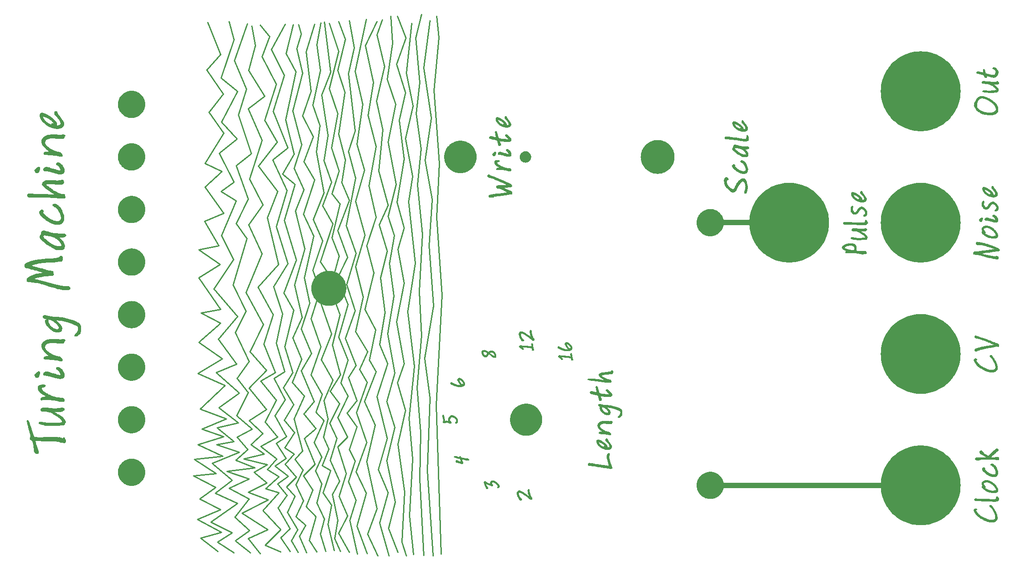
<source format=gbr>
G04 #@! TF.GenerationSoftware,KiCad,Pcbnew,(6.0.5)*
G04 #@! TF.CreationDate,2022-06-09T21:04:17-05:00*
G04 #@! TF.ProjectId,TuringPanel,54757269-6e67-4506-916e-656c2e6b6963,rev?*
G04 #@! TF.SameCoordinates,Original*
G04 #@! TF.FileFunction,Legend,Top*
G04 #@! TF.FilePolarity,Positive*
%FSLAX46Y46*%
G04 Gerber Fmt 4.6, Leading zero omitted, Abs format (unit mm)*
G04 Created by KiCad (PCBNEW (6.0.5)) date 2022-06-09 21:04:17*
%MOMM*%
%LPD*%
G01*
G04 APERTURE LIST*
%ADD10C,0.200000*%
%ADD11C,0.264999*%
%ADD12C,1.000000*%
G04 APERTURE END LIST*
D10*
G36*
X221641658Y-81617948D02*
G01*
X221649761Y-81618967D01*
X221657534Y-81620593D01*
X221664976Y-81622826D01*
X221672086Y-81625664D01*
X221678866Y-81629109D01*
X221685315Y-81633160D01*
X221691433Y-81637817D01*
X221697220Y-81643080D01*
X221702675Y-81648950D01*
X221706093Y-81655978D01*
X221709289Y-81662950D01*
X221712265Y-81669868D01*
X221715021Y-81676730D01*
X221717556Y-81683538D01*
X221719870Y-81690290D01*
X221721964Y-81696987D01*
X221723837Y-81703629D01*
X221725490Y-81710216D01*
X221726923Y-81716747D01*
X221728134Y-81723224D01*
X221729126Y-81729645D01*
X221729897Y-81736011D01*
X221730448Y-81742321D01*
X221730779Y-81748577D01*
X221730889Y-81754777D01*
X221730613Y-81768337D01*
X221729786Y-81782559D01*
X221728409Y-81797442D01*
X221726480Y-81812986D01*
X221723999Y-81829192D01*
X221720968Y-81846059D01*
X221717385Y-81863588D01*
X221713251Y-81881778D01*
X221708566Y-81900630D01*
X221703330Y-81920143D01*
X221697542Y-81940317D01*
X221691203Y-81961153D01*
X221676870Y-82004809D01*
X221660332Y-82051111D01*
X221650330Y-82081015D01*
X221639721Y-82108990D01*
X221628505Y-82135035D01*
X221616682Y-82159152D01*
X221604253Y-82181338D01*
X221591217Y-82201596D01*
X221577575Y-82219924D01*
X221563326Y-82236323D01*
X221548471Y-82250792D01*
X221533010Y-82263332D01*
X221516942Y-82273943D01*
X221508681Y-82278525D01*
X221500268Y-82282625D01*
X221491704Y-82286242D01*
X221482989Y-82289377D01*
X221474121Y-82292030D01*
X221465103Y-82294200D01*
X221455933Y-82295888D01*
X221446611Y-82297094D01*
X221427513Y-82298059D01*
X221420484Y-82297893D01*
X221413510Y-82297397D01*
X221406592Y-82296570D01*
X221399728Y-82295413D01*
X221392920Y-82293924D01*
X221386167Y-82292105D01*
X221379470Y-82289955D01*
X221372827Y-82287475D01*
X221366240Y-82284663D01*
X221359708Y-82281521D01*
X221353231Y-82278048D01*
X221346809Y-82274245D01*
X221340442Y-82270111D01*
X221334130Y-82265646D01*
X221327874Y-82260850D01*
X221321673Y-82255723D01*
X221309436Y-82244478D01*
X221297419Y-82231910D01*
X221285622Y-82218020D01*
X221274046Y-82202806D01*
X221262690Y-82186270D01*
X221251554Y-82168411D01*
X221240638Y-82149229D01*
X221229943Y-82128725D01*
X221216715Y-82101824D01*
X221205252Y-82077569D01*
X221195553Y-82055961D01*
X221187619Y-82036999D01*
X221181448Y-82020683D01*
X221177041Y-82007013D01*
X221175499Y-82001171D01*
X221174397Y-81995989D01*
X221173736Y-81991470D01*
X221173516Y-81987611D01*
X221173688Y-81985724D01*
X221174204Y-81983589D01*
X221175065Y-81981205D01*
X221176271Y-81978574D01*
X221177821Y-81975694D01*
X221179715Y-81972567D01*
X221184537Y-81965567D01*
X221190737Y-81957575D01*
X221198315Y-81948591D01*
X221207270Y-81938614D01*
X221217604Y-81927645D01*
X221229316Y-81915684D01*
X221242406Y-81902730D01*
X221256874Y-81888784D01*
X221272721Y-81873846D01*
X221289946Y-81857915D01*
X221308549Y-81840992D01*
X221328531Y-81823077D01*
X221349892Y-81804170D01*
X221390461Y-81767460D01*
X221427502Y-81734939D01*
X221461018Y-81706607D01*
X221491005Y-81682464D01*
X221517465Y-81662510D01*
X221540398Y-81646746D01*
X221550540Y-81640435D01*
X221559801Y-81635171D01*
X221568180Y-81630955D01*
X221575676Y-81627786D01*
X221586094Y-81624562D01*
X221596181Y-81621943D01*
X221605938Y-81619932D01*
X221615364Y-81618526D01*
X221624459Y-81617727D01*
X221633224Y-81617534D01*
X221641658Y-81617948D01*
G37*
X221641658Y-81617948D02*
X221649761Y-81618967D01*
X221657534Y-81620593D01*
X221664976Y-81622826D01*
X221672086Y-81625664D01*
X221678866Y-81629109D01*
X221685315Y-81633160D01*
X221691433Y-81637817D01*
X221697220Y-81643080D01*
X221702675Y-81648950D01*
X221706093Y-81655978D01*
X221709289Y-81662950D01*
X221712265Y-81669868D01*
X221715021Y-81676730D01*
X221717556Y-81683538D01*
X221719870Y-81690290D01*
X221721964Y-81696987D01*
X221723837Y-81703629D01*
X221725490Y-81710216D01*
X221726923Y-81716747D01*
X221728134Y-81723224D01*
X221729126Y-81729645D01*
X221729897Y-81736011D01*
X221730448Y-81742321D01*
X221730779Y-81748577D01*
X221730889Y-81754777D01*
X221730613Y-81768337D01*
X221729786Y-81782559D01*
X221728409Y-81797442D01*
X221726480Y-81812986D01*
X221723999Y-81829192D01*
X221720968Y-81846059D01*
X221717385Y-81863588D01*
X221713251Y-81881778D01*
X221708566Y-81900630D01*
X221703330Y-81920143D01*
X221697542Y-81940317D01*
X221691203Y-81961153D01*
X221676870Y-82004809D01*
X221660332Y-82051111D01*
X221650330Y-82081015D01*
X221639721Y-82108990D01*
X221628505Y-82135035D01*
X221616682Y-82159152D01*
X221604253Y-82181338D01*
X221591217Y-82201596D01*
X221577575Y-82219924D01*
X221563326Y-82236323D01*
X221548471Y-82250792D01*
X221533010Y-82263332D01*
X221516942Y-82273943D01*
X221508681Y-82278525D01*
X221500268Y-82282625D01*
X221491704Y-82286242D01*
X221482989Y-82289377D01*
X221474121Y-82292030D01*
X221465103Y-82294200D01*
X221455933Y-82295888D01*
X221446611Y-82297094D01*
X221427513Y-82298059D01*
X221420484Y-82297893D01*
X221413510Y-82297397D01*
X221406592Y-82296570D01*
X221399728Y-82295413D01*
X221392920Y-82293924D01*
X221386167Y-82292105D01*
X221379470Y-82289955D01*
X221372827Y-82287475D01*
X221366240Y-82284663D01*
X221359708Y-82281521D01*
X221353231Y-82278048D01*
X221346809Y-82274245D01*
X221340442Y-82270111D01*
X221334130Y-82265646D01*
X221327874Y-82260850D01*
X221321673Y-82255723D01*
X221309436Y-82244478D01*
X221297419Y-82231910D01*
X221285622Y-82218020D01*
X221274046Y-82202806D01*
X221262690Y-82186270D01*
X221251554Y-82168411D01*
X221240638Y-82149229D01*
X221229943Y-82128725D01*
X221216715Y-82101824D01*
X221205252Y-82077569D01*
X221195553Y-82055961D01*
X221187619Y-82036999D01*
X221181448Y-82020683D01*
X221177041Y-82007013D01*
X221175499Y-82001171D01*
X221174397Y-81995989D01*
X221173736Y-81991470D01*
X221173516Y-81987611D01*
X221173688Y-81985724D01*
X221174204Y-81983589D01*
X221175065Y-81981205D01*
X221176271Y-81978574D01*
X221177821Y-81975694D01*
X221179715Y-81972567D01*
X221184537Y-81965567D01*
X221190737Y-81957575D01*
X221198315Y-81948591D01*
X221207270Y-81938614D01*
X221217604Y-81927645D01*
X221229316Y-81915684D01*
X221242406Y-81902730D01*
X221256874Y-81888784D01*
X221272721Y-81873846D01*
X221289946Y-81857915D01*
X221308549Y-81840992D01*
X221328531Y-81823077D01*
X221349892Y-81804170D01*
X221390461Y-81767460D01*
X221427502Y-81734939D01*
X221461018Y-81706607D01*
X221491005Y-81682464D01*
X221517465Y-81662510D01*
X221540398Y-81646746D01*
X221550540Y-81640435D01*
X221559801Y-81635171D01*
X221568180Y-81630955D01*
X221575676Y-81627786D01*
X221586094Y-81624562D01*
X221596181Y-81621943D01*
X221605938Y-81619932D01*
X221615364Y-81618526D01*
X221624459Y-81617727D01*
X221633224Y-81617534D01*
X221641658Y-81617948D01*
D11*
X101168206Y-68931703D02*
X102435005Y-65050889D01*
X85745755Y-132046045D02*
X83250141Y-129994798D01*
D10*
G36*
X199489773Y-83684708D02*
G01*
X199497324Y-83685370D01*
X199505206Y-83686472D01*
X199513419Y-83688015D01*
X199521963Y-83690000D01*
X199530838Y-83692425D01*
X199540044Y-83695291D01*
X199549580Y-83698598D01*
X199559447Y-83702346D01*
X199569645Y-83706535D01*
X199580174Y-83711166D01*
X199591033Y-83716236D01*
X199602224Y-83721748D01*
X199613745Y-83727701D01*
X199625597Y-83734095D01*
X199637780Y-83740930D01*
X199648885Y-83747049D01*
X199659275Y-83753057D01*
X199668948Y-83758956D01*
X199677905Y-83764744D01*
X199686145Y-83770422D01*
X199693670Y-83775989D01*
X199700477Y-83781446D01*
X199706568Y-83786793D01*
X199711943Y-83792030D01*
X199716600Y-83797156D01*
X199720542Y-83802172D01*
X199723767Y-83807079D01*
X199726275Y-83811874D01*
X199728067Y-83816560D01*
X199729142Y-83821136D01*
X199729500Y-83825601D01*
X199729417Y-83827854D01*
X199729169Y-83830203D01*
X199728756Y-83832648D01*
X199728178Y-83835190D01*
X199727434Y-83837829D01*
X199726524Y-83840564D01*
X199724210Y-83846323D01*
X199721233Y-83852469D01*
X199717596Y-83859000D01*
X199713297Y-83865918D01*
X199708336Y-83873221D01*
X199702714Y-83880910D01*
X199696430Y-83888985D01*
X199689484Y-83897446D01*
X199681877Y-83906294D01*
X199673608Y-83915527D01*
X199664677Y-83925146D01*
X199655084Y-83935151D01*
X199644829Y-83945543D01*
X199622231Y-83965939D01*
X199600294Y-83984792D01*
X199579018Y-84002101D01*
X199558403Y-84017866D01*
X199538449Y-84032087D01*
X199528720Y-84038619D01*
X199519156Y-84044765D01*
X199509757Y-84050525D01*
X199500523Y-84055900D01*
X199491455Y-84060889D01*
X199482552Y-84065492D01*
X199469461Y-84071472D01*
X199453119Y-84077066D01*
X199433523Y-84082274D01*
X199410675Y-84087097D01*
X199384575Y-84091534D01*
X199355222Y-84095585D01*
X199322618Y-84099250D01*
X199286761Y-84102530D01*
X199247652Y-84105424D01*
X199205291Y-84107932D01*
X199110813Y-84111790D01*
X199003328Y-84114105D01*
X198882836Y-84114877D01*
X198388939Y-84121942D01*
X198390151Y-84123018D01*
X198392025Y-84124479D01*
X198397757Y-84128559D01*
X198406135Y-84134183D01*
X198417160Y-84141349D01*
X198430832Y-84150058D01*
X198447150Y-84160310D01*
X198466114Y-84172105D01*
X198487725Y-84185441D01*
X198509440Y-84197238D01*
X198528729Y-84207932D01*
X198545593Y-84217523D01*
X198560032Y-84226012D01*
X198572046Y-84233398D01*
X198581636Y-84239681D01*
X198588802Y-84244862D01*
X198593544Y-84248941D01*
X198597871Y-84252909D01*
X198603797Y-84257760D01*
X198611321Y-84263493D01*
X198620444Y-84270108D01*
X198643485Y-84285984D01*
X198672921Y-84305387D01*
X198708751Y-84328318D01*
X198750975Y-84354777D01*
X198799594Y-84384762D01*
X198854607Y-84418275D01*
X198957790Y-84476929D01*
X198999461Y-84499971D01*
X199034518Y-84518824D01*
X199062961Y-84533487D01*
X199084790Y-84543960D01*
X199100004Y-84550244D01*
X199105131Y-84551815D01*
X199108605Y-84552339D01*
X199111002Y-84552518D01*
X199113785Y-84553056D01*
X199120509Y-84555205D01*
X199128777Y-84558788D01*
X199138588Y-84563804D01*
X199149942Y-84570254D01*
X199162840Y-84578136D01*
X199177282Y-84587452D01*
X199193266Y-84598200D01*
X199210794Y-84610382D01*
X199229865Y-84623997D01*
X199250480Y-84639045D01*
X199272638Y-84655526D01*
X199321583Y-84692787D01*
X199376702Y-84735780D01*
X199430063Y-84779547D01*
X199477249Y-84819125D01*
X199518261Y-84854513D01*
X199553099Y-84885711D01*
X199581762Y-84912720D01*
X199604250Y-84935540D01*
X199613178Y-84945379D01*
X199620562Y-84954172D01*
X199626403Y-84961916D01*
X199630699Y-84968614D01*
X199635965Y-84978068D01*
X199641175Y-84987025D01*
X199646330Y-84995486D01*
X199651430Y-85003451D01*
X199656475Y-85010920D01*
X199661465Y-85017893D01*
X199666399Y-85024370D01*
X199671278Y-85030350D01*
X199676102Y-85035834D01*
X199680871Y-85040823D01*
X199685584Y-85045315D01*
X199690242Y-85049311D01*
X199694845Y-85052811D01*
X199699392Y-85055815D01*
X199703884Y-85058323D01*
X199708321Y-85060335D01*
X199710973Y-85061354D01*
X199713639Y-85062650D01*
X199716318Y-85064220D01*
X199719012Y-85066067D01*
X199721719Y-85068189D01*
X199724440Y-85070586D01*
X199727175Y-85073259D01*
X199729924Y-85076208D01*
X199732687Y-85079432D01*
X199735464Y-85082932D01*
X199738254Y-85086708D01*
X199741058Y-85090759D01*
X199743876Y-85095086D01*
X199746708Y-85099688D01*
X199752413Y-85109720D01*
X199758173Y-85120854D01*
X199763989Y-85133091D01*
X199769860Y-85146430D01*
X199775786Y-85160872D01*
X199781767Y-85176417D01*
X199787804Y-85193065D01*
X199793895Y-85210815D01*
X199800042Y-85229669D01*
X199856484Y-85391954D01*
X199785942Y-85518953D01*
X199754631Y-85581130D01*
X199731259Y-85626548D01*
X199715823Y-85655209D01*
X199711080Y-85663256D01*
X199708321Y-85667116D01*
X199706116Y-85669328D01*
X199703029Y-85671553D01*
X199699060Y-85673793D01*
X199694210Y-85676046D01*
X199681862Y-85680594D01*
X199665987Y-85685197D01*
X199646583Y-85689855D01*
X199623652Y-85694569D01*
X199597193Y-85699337D01*
X199567206Y-85704160D01*
X199533691Y-85709038D01*
X199496648Y-85713972D01*
X199411980Y-85724004D01*
X199313200Y-85734257D01*
X199200310Y-85744729D01*
X199118843Y-85749689D01*
X199029659Y-85753988D01*
X198828137Y-85760601D01*
X198595744Y-85764570D01*
X198332482Y-85765893D01*
X197979706Y-85763689D01*
X197704542Y-85757075D01*
X197596065Y-85752114D01*
X197506990Y-85746050D01*
X197437317Y-85738884D01*
X197387047Y-85730615D01*
X197200508Y-85679903D01*
X197118155Y-85656201D01*
X197043080Y-85633602D01*
X196975281Y-85612106D01*
X196914760Y-85591712D01*
X196861514Y-85572420D01*
X196815544Y-85554231D01*
X196815544Y-85554230D01*
X196815545Y-85554228D01*
X196815545Y-85554226D01*
X196815546Y-85554224D01*
X196815549Y-85554221D01*
X196815555Y-85554218D01*
X196815560Y-85554216D01*
X196807018Y-85550578D01*
X196799027Y-85546720D01*
X196791587Y-85542641D01*
X196784698Y-85538341D01*
X196778360Y-85533821D01*
X196772574Y-85529081D01*
X196767338Y-85524120D01*
X196762654Y-85518938D01*
X196760518Y-85516265D01*
X196758520Y-85513536D01*
X196756660Y-85510753D01*
X196754938Y-85507914D01*
X196753354Y-85505020D01*
X196751907Y-85502070D01*
X196750598Y-85499066D01*
X196749427Y-85496007D01*
X196748394Y-85492892D01*
X196747498Y-85489722D01*
X196746740Y-85486497D01*
X196746121Y-85483217D01*
X196745638Y-85479882D01*
X196745294Y-85476491D01*
X196745018Y-85469545D01*
X196745087Y-85466486D01*
X196745294Y-85463482D01*
X196745638Y-85460534D01*
X196746121Y-85457640D01*
X196746740Y-85454802D01*
X196747498Y-85452018D01*
X196748394Y-85449290D01*
X196749427Y-85446617D01*
X196750598Y-85443998D01*
X196751907Y-85441435D01*
X196753354Y-85438928D01*
X196754938Y-85436475D01*
X196756660Y-85434077D01*
X196758520Y-85431734D01*
X196760518Y-85429446D01*
X196762654Y-85427214D01*
X196764927Y-85425037D01*
X196767338Y-85422914D01*
X196769887Y-85420847D01*
X196772574Y-85418835D01*
X196775398Y-85416878D01*
X196778360Y-85414976D01*
X196781460Y-85413129D01*
X196784698Y-85411338D01*
X196791587Y-85407920D01*
X196799027Y-85404722D01*
X196807018Y-85401745D01*
X196815560Y-85398988D01*
X196818371Y-85398133D01*
X196821514Y-85397333D01*
X196824988Y-85396588D01*
X196828792Y-85395898D01*
X196832927Y-85395264D01*
X196837392Y-85394684D01*
X196842188Y-85394160D01*
X196847315Y-85393690D01*
X196858561Y-85392918D01*
X196871129Y-85392365D01*
X196885019Y-85392034D01*
X196900231Y-85391923D01*
X196936833Y-85393136D01*
X196983137Y-85396774D01*
X197039143Y-85402838D01*
X197104849Y-85411327D01*
X197180257Y-85422241D01*
X197265365Y-85435581D01*
X197360174Y-85451346D01*
X197464684Y-85469537D01*
X197540415Y-85482768D01*
X197615928Y-85494235D01*
X197691223Y-85503937D01*
X197766299Y-85511876D01*
X197841155Y-85518050D01*
X197915791Y-85522459D01*
X197990206Y-85525105D01*
X198064400Y-85525987D01*
X198170232Y-85525545D01*
X198269009Y-85524220D01*
X198360731Y-85522012D01*
X198445397Y-85518922D01*
X198716593Y-85511867D01*
X198930464Y-85504812D01*
X199087009Y-85497756D01*
X199186226Y-85490701D01*
X199225528Y-85485795D01*
X199262294Y-85479896D01*
X199296525Y-85473006D01*
X199328221Y-85465123D01*
X199357381Y-85456249D01*
X199384006Y-85446382D01*
X199408096Y-85435523D01*
X199429650Y-85423672D01*
X199448668Y-85410829D01*
X199465151Y-85396994D01*
X199479098Y-85382166D01*
X199485120Y-85374380D01*
X199490509Y-85366346D01*
X199495264Y-85358064D01*
X199499384Y-85349534D01*
X199502871Y-85340756D01*
X199505724Y-85331730D01*
X199507943Y-85322456D01*
X199509528Y-85312934D01*
X199510796Y-85293146D01*
X199510589Y-85285153D01*
X199509969Y-85277049D01*
X199508936Y-85268836D01*
X199507488Y-85260512D01*
X199503354Y-85243534D01*
X199497567Y-85226115D01*
X199490125Y-85208255D01*
X199481030Y-85189954D01*
X199470281Y-85171212D01*
X199457878Y-85152029D01*
X199443822Y-85132406D01*
X199428112Y-85112342D01*
X199410749Y-85091836D01*
X199391732Y-85070890D01*
X199371061Y-85049503D01*
X199348736Y-85027676D01*
X199324758Y-85005407D01*
X199299126Y-84982698D01*
X199161984Y-84872482D01*
X199027487Y-84769376D01*
X198895637Y-84673382D01*
X198766432Y-84584498D01*
X198639873Y-84502725D01*
X198515959Y-84428062D01*
X198394692Y-84360510D01*
X198276070Y-84300069D01*
X198160094Y-84246739D01*
X198046763Y-84200519D01*
X197936078Y-84161410D01*
X197828039Y-84129412D01*
X197722646Y-84104525D01*
X197619899Y-84086748D01*
X197519797Y-84076082D01*
X197422341Y-84072526D01*
X197411208Y-84072637D01*
X197398972Y-84072968D01*
X197385632Y-84073520D01*
X197371189Y-84074294D01*
X197355643Y-84075287D01*
X197338995Y-84076501D01*
X197302391Y-84079591D01*
X197203606Y-84079591D01*
X197188834Y-84079343D01*
X197174504Y-84078599D01*
X197160614Y-84077360D01*
X197147164Y-84075624D01*
X197134156Y-84073392D01*
X197121588Y-84070665D01*
X197109461Y-84067441D01*
X197097775Y-84063721D01*
X197086530Y-84059505D01*
X197075726Y-84054793D01*
X197065363Y-84049585D01*
X197055441Y-84043880D01*
X197045960Y-84037680D01*
X197036920Y-84030982D01*
X197028322Y-84023789D01*
X197020165Y-84016099D01*
X197013330Y-84008989D01*
X197006936Y-84001768D01*
X197000983Y-83994437D01*
X196995471Y-83986996D01*
X196990400Y-83979444D01*
X196985770Y-83971782D01*
X196981581Y-83964009D01*
X196977833Y-83956127D01*
X196974526Y-83948134D01*
X196971660Y-83940030D01*
X196969235Y-83931816D01*
X196967250Y-83923492D01*
X196965707Y-83915058D01*
X196964604Y-83906513D01*
X196963943Y-83897858D01*
X196963722Y-83889093D01*
X196964026Y-83876968D01*
X196964935Y-83865283D01*
X196966450Y-83854040D01*
X196968572Y-83843237D01*
X196971300Y-83832874D01*
X196974635Y-83822953D01*
X196978575Y-83813472D01*
X196983122Y-83804432D01*
X196988276Y-83795833D01*
X196994035Y-83787675D01*
X197000401Y-83779958D01*
X197007374Y-83772682D01*
X197014953Y-83765846D01*
X197023138Y-83759452D01*
X197031930Y-83753499D01*
X197041329Y-83747987D01*
X197051885Y-83742006D01*
X197064150Y-83736411D01*
X197078123Y-83731201D01*
X197093806Y-83726378D01*
X197111197Y-83721940D01*
X197130297Y-83717889D01*
X197151105Y-83714223D01*
X197173622Y-83710943D01*
X197197849Y-83708049D01*
X197223783Y-83705540D01*
X197251427Y-83703418D01*
X197280779Y-83701682D01*
X197311840Y-83700331D01*
X197344610Y-83699366D01*
X197379089Y-83698787D01*
X197415276Y-83698595D01*
X197483515Y-83699256D01*
X197550653Y-83701241D01*
X197616689Y-83704548D01*
X197681622Y-83709179D01*
X197745452Y-83715133D01*
X197808179Y-83722409D01*
X197869802Y-83731008D01*
X197930321Y-83740930D01*
X197993385Y-83750852D01*
X198062621Y-83759451D01*
X198138029Y-83766727D01*
X198219609Y-83772681D01*
X198307361Y-83777311D01*
X198401287Y-83780619D01*
X198501386Y-83782604D01*
X198607659Y-83783265D01*
X198725948Y-83782494D01*
X198833874Y-83780178D01*
X198931439Y-83776320D01*
X199018641Y-83770917D01*
X199095481Y-83763971D01*
X199161960Y-83755482D01*
X199218077Y-83745449D01*
X199263832Y-83733873D01*
X199293486Y-83722299D01*
X199308066Y-83717090D01*
X199322480Y-83712268D01*
X199336729Y-83707831D01*
X199350813Y-83703780D01*
X199364732Y-83700115D01*
X199378485Y-83696835D01*
X199392073Y-83693941D01*
X199405495Y-83691433D01*
X199418752Y-83689311D01*
X199431844Y-83687575D01*
X199444769Y-83686224D01*
X199457529Y-83685259D01*
X199470124Y-83684681D01*
X199482552Y-83684488D01*
X199489773Y-83684708D01*
G37*
X199489773Y-83684708D02*
X199497324Y-83685370D01*
X199505206Y-83686472D01*
X199513419Y-83688015D01*
X199521963Y-83690000D01*
X199530838Y-83692425D01*
X199540044Y-83695291D01*
X199549580Y-83698598D01*
X199559447Y-83702346D01*
X199569645Y-83706535D01*
X199580174Y-83711166D01*
X199591033Y-83716236D01*
X199602224Y-83721748D01*
X199613745Y-83727701D01*
X199625597Y-83734095D01*
X199637780Y-83740930D01*
X199648885Y-83747049D01*
X199659275Y-83753057D01*
X199668948Y-83758956D01*
X199677905Y-83764744D01*
X199686145Y-83770422D01*
X199693670Y-83775989D01*
X199700477Y-83781446D01*
X199706568Y-83786793D01*
X199711943Y-83792030D01*
X199716600Y-83797156D01*
X199720542Y-83802172D01*
X199723767Y-83807079D01*
X199726275Y-83811874D01*
X199728067Y-83816560D01*
X199729142Y-83821136D01*
X199729500Y-83825601D01*
X199729417Y-83827854D01*
X199729169Y-83830203D01*
X199728756Y-83832648D01*
X199728178Y-83835190D01*
X199727434Y-83837829D01*
X199726524Y-83840564D01*
X199724210Y-83846323D01*
X199721233Y-83852469D01*
X199717596Y-83859000D01*
X199713297Y-83865918D01*
X199708336Y-83873221D01*
X199702714Y-83880910D01*
X199696430Y-83888985D01*
X199689484Y-83897446D01*
X199681877Y-83906294D01*
X199673608Y-83915527D01*
X199664677Y-83925146D01*
X199655084Y-83935151D01*
X199644829Y-83945543D01*
X199622231Y-83965939D01*
X199600294Y-83984792D01*
X199579018Y-84002101D01*
X199558403Y-84017866D01*
X199538449Y-84032087D01*
X199528720Y-84038619D01*
X199519156Y-84044765D01*
X199509757Y-84050525D01*
X199500523Y-84055900D01*
X199491455Y-84060889D01*
X199482552Y-84065492D01*
X199469461Y-84071472D01*
X199453119Y-84077066D01*
X199433523Y-84082274D01*
X199410675Y-84087097D01*
X199384575Y-84091534D01*
X199355222Y-84095585D01*
X199322618Y-84099250D01*
X199286761Y-84102530D01*
X199247652Y-84105424D01*
X199205291Y-84107932D01*
X199110813Y-84111790D01*
X199003328Y-84114105D01*
X198882836Y-84114877D01*
X198388939Y-84121942D01*
X198390151Y-84123018D01*
X198392025Y-84124479D01*
X198397757Y-84128559D01*
X198406135Y-84134183D01*
X198417160Y-84141349D01*
X198430832Y-84150058D01*
X198447150Y-84160310D01*
X198466114Y-84172105D01*
X198487725Y-84185441D01*
X198509440Y-84197238D01*
X198528729Y-84207932D01*
X198545593Y-84217523D01*
X198560032Y-84226012D01*
X198572046Y-84233398D01*
X198581636Y-84239681D01*
X198588802Y-84244862D01*
X198593544Y-84248941D01*
X198597871Y-84252909D01*
X198603797Y-84257760D01*
X198611321Y-84263493D01*
X198620444Y-84270108D01*
X198643485Y-84285984D01*
X198672921Y-84305387D01*
X198708751Y-84328318D01*
X198750975Y-84354777D01*
X198799594Y-84384762D01*
X198854607Y-84418275D01*
X198957790Y-84476929D01*
X198999461Y-84499971D01*
X199034518Y-84518824D01*
X199062961Y-84533487D01*
X199084790Y-84543960D01*
X199100004Y-84550244D01*
X199105131Y-84551815D01*
X199108605Y-84552339D01*
X199111002Y-84552518D01*
X199113785Y-84553056D01*
X199120509Y-84555205D01*
X199128777Y-84558788D01*
X199138588Y-84563804D01*
X199149942Y-84570254D01*
X199162840Y-84578136D01*
X199177282Y-84587452D01*
X199193266Y-84598200D01*
X199210794Y-84610382D01*
X199229865Y-84623997D01*
X199250480Y-84639045D01*
X199272638Y-84655526D01*
X199321583Y-84692787D01*
X199376702Y-84735780D01*
X199430063Y-84779547D01*
X199477249Y-84819125D01*
X199518261Y-84854513D01*
X199553099Y-84885711D01*
X199581762Y-84912720D01*
X199604250Y-84935540D01*
X199613178Y-84945379D01*
X199620562Y-84954172D01*
X199626403Y-84961916D01*
X199630699Y-84968614D01*
X199635965Y-84978068D01*
X199641175Y-84987025D01*
X199646330Y-84995486D01*
X199651430Y-85003451D01*
X199656475Y-85010920D01*
X199661465Y-85017893D01*
X199666399Y-85024370D01*
X199671278Y-85030350D01*
X199676102Y-85035834D01*
X199680871Y-85040823D01*
X199685584Y-85045315D01*
X199690242Y-85049311D01*
X199694845Y-85052811D01*
X199699392Y-85055815D01*
X199703884Y-85058323D01*
X199708321Y-85060335D01*
X199710973Y-85061354D01*
X199713639Y-85062650D01*
X199716318Y-85064220D01*
X199719012Y-85066067D01*
X199721719Y-85068189D01*
X199724440Y-85070586D01*
X199727175Y-85073259D01*
X199729924Y-85076208D01*
X199732687Y-85079432D01*
X199735464Y-85082932D01*
X199738254Y-85086708D01*
X199741058Y-85090759D01*
X199743876Y-85095086D01*
X199746708Y-85099688D01*
X199752413Y-85109720D01*
X199758173Y-85120854D01*
X199763989Y-85133091D01*
X199769860Y-85146430D01*
X199775786Y-85160872D01*
X199781767Y-85176417D01*
X199787804Y-85193065D01*
X199793895Y-85210815D01*
X199800042Y-85229669D01*
X199856484Y-85391954D01*
X199785942Y-85518953D01*
X199754631Y-85581130D01*
X199731259Y-85626548D01*
X199715823Y-85655209D01*
X199711080Y-85663256D01*
X199708321Y-85667116D01*
X199706116Y-85669328D01*
X199703029Y-85671553D01*
X199699060Y-85673793D01*
X199694210Y-85676046D01*
X199681862Y-85680594D01*
X199665987Y-85685197D01*
X199646583Y-85689855D01*
X199623652Y-85694569D01*
X199597193Y-85699337D01*
X199567206Y-85704160D01*
X199533691Y-85709038D01*
X199496648Y-85713972D01*
X199411980Y-85724004D01*
X199313200Y-85734257D01*
X199200310Y-85744729D01*
X199118843Y-85749689D01*
X199029659Y-85753988D01*
X198828137Y-85760601D01*
X198595744Y-85764570D01*
X198332482Y-85765893D01*
X197979706Y-85763689D01*
X197704542Y-85757075D01*
X197596065Y-85752114D01*
X197506990Y-85746050D01*
X197437317Y-85738884D01*
X197387047Y-85730615D01*
X197200508Y-85679903D01*
X197118155Y-85656201D01*
X197043080Y-85633602D01*
X196975281Y-85612106D01*
X196914760Y-85591712D01*
X196861514Y-85572420D01*
X196815544Y-85554231D01*
X196815544Y-85554230D01*
X196815545Y-85554228D01*
X196815545Y-85554226D01*
X196815546Y-85554224D01*
X196815549Y-85554221D01*
X196815555Y-85554218D01*
X196815560Y-85554216D01*
X196807018Y-85550578D01*
X196799027Y-85546720D01*
X196791587Y-85542641D01*
X196784698Y-85538341D01*
X196778360Y-85533821D01*
X196772574Y-85529081D01*
X196767338Y-85524120D01*
X196762654Y-85518938D01*
X196760518Y-85516265D01*
X196758520Y-85513536D01*
X196756660Y-85510753D01*
X196754938Y-85507914D01*
X196753354Y-85505020D01*
X196751907Y-85502070D01*
X196750598Y-85499066D01*
X196749427Y-85496007D01*
X196748394Y-85492892D01*
X196747498Y-85489722D01*
X196746740Y-85486497D01*
X196746121Y-85483217D01*
X196745638Y-85479882D01*
X196745294Y-85476491D01*
X196745018Y-85469545D01*
X196745087Y-85466486D01*
X196745294Y-85463482D01*
X196745638Y-85460534D01*
X196746121Y-85457640D01*
X196746740Y-85454802D01*
X196747498Y-85452018D01*
X196748394Y-85449290D01*
X196749427Y-85446617D01*
X196750598Y-85443998D01*
X196751907Y-85441435D01*
X196753354Y-85438928D01*
X196754938Y-85436475D01*
X196756660Y-85434077D01*
X196758520Y-85431734D01*
X196760518Y-85429446D01*
X196762654Y-85427214D01*
X196764927Y-85425037D01*
X196767338Y-85422914D01*
X196769887Y-85420847D01*
X196772574Y-85418835D01*
X196775398Y-85416878D01*
X196778360Y-85414976D01*
X196781460Y-85413129D01*
X196784698Y-85411338D01*
X196791587Y-85407920D01*
X196799027Y-85404722D01*
X196807018Y-85401745D01*
X196815560Y-85398988D01*
X196818371Y-85398133D01*
X196821514Y-85397333D01*
X196824988Y-85396588D01*
X196828792Y-85395898D01*
X196832927Y-85395264D01*
X196837392Y-85394684D01*
X196842188Y-85394160D01*
X196847315Y-85393690D01*
X196858561Y-85392918D01*
X196871129Y-85392365D01*
X196885019Y-85392034D01*
X196900231Y-85391923D01*
X196936833Y-85393136D01*
X196983137Y-85396774D01*
X197039143Y-85402838D01*
X197104849Y-85411327D01*
X197180257Y-85422241D01*
X197265365Y-85435581D01*
X197360174Y-85451346D01*
X197464684Y-85469537D01*
X197540415Y-85482768D01*
X197615928Y-85494235D01*
X197691223Y-85503937D01*
X197766299Y-85511876D01*
X197841155Y-85518050D01*
X197915791Y-85522459D01*
X197990206Y-85525105D01*
X198064400Y-85525987D01*
X198170232Y-85525545D01*
X198269009Y-85524220D01*
X198360731Y-85522012D01*
X198445397Y-85518922D01*
X198716593Y-85511867D01*
X198930464Y-85504812D01*
X199087009Y-85497756D01*
X199186226Y-85490701D01*
X199225528Y-85485795D01*
X199262294Y-85479896D01*
X199296525Y-85473006D01*
X199328221Y-85465123D01*
X199357381Y-85456249D01*
X199384006Y-85446382D01*
X199408096Y-85435523D01*
X199429650Y-85423672D01*
X199448668Y-85410829D01*
X199465151Y-85396994D01*
X199479098Y-85382166D01*
X199485120Y-85374380D01*
X199490509Y-85366346D01*
X199495264Y-85358064D01*
X199499384Y-85349534D01*
X199502871Y-85340756D01*
X199505724Y-85331730D01*
X199507943Y-85322456D01*
X199509528Y-85312934D01*
X199510796Y-85293146D01*
X199510589Y-85285153D01*
X199509969Y-85277049D01*
X199508936Y-85268836D01*
X199507488Y-85260512D01*
X199503354Y-85243534D01*
X199497567Y-85226115D01*
X199490125Y-85208255D01*
X199481030Y-85189954D01*
X199470281Y-85171212D01*
X199457878Y-85152029D01*
X199443822Y-85132406D01*
X199428112Y-85112342D01*
X199410749Y-85091836D01*
X199391732Y-85070890D01*
X199371061Y-85049503D01*
X199348736Y-85027676D01*
X199324758Y-85005407D01*
X199299126Y-84982698D01*
X199161984Y-84872482D01*
X199027487Y-84769376D01*
X198895637Y-84673382D01*
X198766432Y-84584498D01*
X198639873Y-84502725D01*
X198515959Y-84428062D01*
X198394692Y-84360510D01*
X198276070Y-84300069D01*
X198160094Y-84246739D01*
X198046763Y-84200519D01*
X197936078Y-84161410D01*
X197828039Y-84129412D01*
X197722646Y-84104525D01*
X197619899Y-84086748D01*
X197519797Y-84076082D01*
X197422341Y-84072526D01*
X197411208Y-84072637D01*
X197398972Y-84072968D01*
X197385632Y-84073520D01*
X197371189Y-84074294D01*
X197355643Y-84075287D01*
X197338995Y-84076501D01*
X197302391Y-84079591D01*
X197203606Y-84079591D01*
X197188834Y-84079343D01*
X197174504Y-84078599D01*
X197160614Y-84077360D01*
X197147164Y-84075624D01*
X197134156Y-84073392D01*
X197121588Y-84070665D01*
X197109461Y-84067441D01*
X197097775Y-84063721D01*
X197086530Y-84059505D01*
X197075726Y-84054793D01*
X197065363Y-84049585D01*
X197055441Y-84043880D01*
X197045960Y-84037680D01*
X197036920Y-84030982D01*
X197028322Y-84023789D01*
X197020165Y-84016099D01*
X197013330Y-84008989D01*
X197006936Y-84001768D01*
X197000983Y-83994437D01*
X196995471Y-83986996D01*
X196990400Y-83979444D01*
X196985770Y-83971782D01*
X196981581Y-83964009D01*
X196977833Y-83956127D01*
X196974526Y-83948134D01*
X196971660Y-83940030D01*
X196969235Y-83931816D01*
X196967250Y-83923492D01*
X196965707Y-83915058D01*
X196964604Y-83906513D01*
X196963943Y-83897858D01*
X196963722Y-83889093D01*
X196964026Y-83876968D01*
X196964935Y-83865283D01*
X196966450Y-83854040D01*
X196968572Y-83843237D01*
X196971300Y-83832874D01*
X196974635Y-83822953D01*
X196978575Y-83813472D01*
X196983122Y-83804432D01*
X196988276Y-83795833D01*
X196994035Y-83787675D01*
X197000401Y-83779958D01*
X197007374Y-83772682D01*
X197014953Y-83765846D01*
X197023138Y-83759452D01*
X197031930Y-83753499D01*
X197041329Y-83747987D01*
X197051885Y-83742006D01*
X197064150Y-83736411D01*
X197078123Y-83731201D01*
X197093806Y-83726378D01*
X197111197Y-83721940D01*
X197130297Y-83717889D01*
X197151105Y-83714223D01*
X197173622Y-83710943D01*
X197197849Y-83708049D01*
X197223783Y-83705540D01*
X197251427Y-83703418D01*
X197280779Y-83701682D01*
X197311840Y-83700331D01*
X197344610Y-83699366D01*
X197379089Y-83698787D01*
X197415276Y-83698595D01*
X197483515Y-83699256D01*
X197550653Y-83701241D01*
X197616689Y-83704548D01*
X197681622Y-83709179D01*
X197745452Y-83715133D01*
X197808179Y-83722409D01*
X197869802Y-83731008D01*
X197930321Y-83740930D01*
X197993385Y-83750852D01*
X198062621Y-83759451D01*
X198138029Y-83766727D01*
X198219609Y-83772681D01*
X198307361Y-83777311D01*
X198401287Y-83780619D01*
X198501386Y-83782604D01*
X198607659Y-83783265D01*
X198725948Y-83782494D01*
X198833874Y-83780178D01*
X198931439Y-83776320D01*
X199018641Y-83770917D01*
X199095481Y-83763971D01*
X199161960Y-83755482D01*
X199218077Y-83745449D01*
X199263832Y-83733873D01*
X199293486Y-83722299D01*
X199308066Y-83717090D01*
X199322480Y-83712268D01*
X199336729Y-83707831D01*
X199350813Y-83703780D01*
X199364732Y-83700115D01*
X199378485Y-83696835D01*
X199392073Y-83693941D01*
X199405495Y-83691433D01*
X199418752Y-83689311D01*
X199431844Y-83687575D01*
X199444769Y-83686224D01*
X199457529Y-83685259D01*
X199470124Y-83684681D01*
X199482552Y-83684488D01*
X199489773Y-83684708D01*
D11*
X94659867Y-124289422D02*
X96565049Y-120184839D01*
X79835522Y-78364908D02*
X79835522Y-78364908D01*
X82123394Y-60812997D02*
X85248051Y-58420656D01*
X108569435Y-123557901D02*
X106646416Y-115602815D01*
X108737221Y-79195344D02*
X106971245Y-72650491D01*
X90842301Y-126543451D02*
X89114941Y-125372247D01*
X111821495Y-83483579D02*
X111821495Y-83483579D01*
X87705159Y-132204431D02*
X87705159Y-132204431D01*
X97946114Y-68284067D02*
X99190804Y-61772386D01*
X80110199Y-57520379D02*
X76954556Y-54966081D01*
X72731591Y-93033964D02*
X76818417Y-90491548D01*
X77059620Y-84979471D02*
X77059620Y-84979471D01*
X91068859Y-127588334D02*
X92454144Y-125898080D01*
X102817177Y-67640657D02*
X103918297Y-59949182D01*
X109958824Y-84998296D02*
X108771279Y-81324907D01*
X99308358Y-141580949D02*
X100993843Y-138258996D01*
X77109097Y-63365716D02*
X77109097Y-63365716D01*
X115514489Y-145857561D02*
X114743737Y-131276277D01*
X99164711Y-125181436D02*
X101031365Y-123292596D01*
X95834732Y-141757913D02*
X96608971Y-138933000D01*
X96225380Y-128702173D02*
X97512154Y-125570718D01*
X106418953Y-67991731D02*
X104908959Y-62072618D01*
X103292488Y-110413186D02*
X103292488Y-110413186D01*
X83530682Y-48820688D02*
X83530682Y-48820688D01*
X104702431Y-86945779D02*
X106486428Y-81505960D01*
X82229782Y-53508645D02*
X82229782Y-53508645D01*
X98981011Y-123540826D02*
X98981011Y-123540826D01*
X99190804Y-61772386D02*
X97541848Y-57061120D01*
X76080944Y-130291116D02*
X71916409Y-127562303D01*
D10*
G36*
X143568837Y-107394919D02*
G01*
X143571660Y-107395117D01*
X143574425Y-107395448D01*
X143577133Y-107395911D01*
X143579782Y-107396507D01*
X143582374Y-107397234D01*
X143584908Y-107398094D01*
X143587384Y-107399086D01*
X143589802Y-107400210D01*
X143592163Y-107401467D01*
X143594465Y-107402856D01*
X143596710Y-107404377D01*
X143598897Y-107406031D01*
X143601026Y-107407817D01*
X143603097Y-107409735D01*
X143605110Y-107411785D01*
X143607066Y-107413968D01*
X143608964Y-107416283D01*
X143610804Y-107418731D01*
X143612586Y-107421310D01*
X143614310Y-107424022D01*
X143615976Y-107426867D01*
X143617584Y-107429843D01*
X143619135Y-107432952D01*
X143620628Y-107436193D01*
X143622062Y-107439567D01*
X143624758Y-107446711D01*
X143627223Y-107454384D01*
X143629456Y-107462587D01*
X143633952Y-107482497D01*
X143638979Y-107510477D01*
X143644535Y-107546527D01*
X143650621Y-107590646D01*
X143657236Y-107642835D01*
X143664381Y-107703093D01*
X143672056Y-107771421D01*
X143680260Y-107847818D01*
X143684955Y-107892665D01*
X143690577Y-107938305D01*
X143697125Y-107984740D01*
X143704600Y-108031968D01*
X143713001Y-108079990D01*
X143722328Y-108128805D01*
X143732581Y-108178415D01*
X143743759Y-108228818D01*
X143754078Y-108276046D01*
X143763868Y-108318247D01*
X143773128Y-108355421D01*
X143781860Y-108387568D01*
X143790061Y-108414687D01*
X143797733Y-108436780D01*
X143804875Y-108453845D01*
X143808246Y-108460492D01*
X143811485Y-108465883D01*
X143815587Y-108471736D01*
X143819425Y-108477657D01*
X143822998Y-108483643D01*
X143826306Y-108489695D01*
X143829349Y-108495814D01*
X143832128Y-108501998D01*
X143834642Y-108508249D01*
X143836891Y-108514566D01*
X143838876Y-108520949D01*
X143840597Y-108527398D01*
X143842052Y-108533914D01*
X143843243Y-108540495D01*
X143844169Y-108547143D01*
X143844831Y-108553857D01*
X143845228Y-108560637D01*
X143845360Y-108567483D01*
X143845211Y-108574760D01*
X143844765Y-108581771D01*
X143844020Y-108588518D01*
X143842978Y-108595001D01*
X143841639Y-108601219D01*
X143840001Y-108607172D01*
X143838066Y-108612860D01*
X143835834Y-108618284D01*
X143833304Y-108623444D01*
X143830476Y-108628339D01*
X143827350Y-108632970D01*
X143823927Y-108637336D01*
X143820206Y-108641437D01*
X143816188Y-108645274D01*
X143811872Y-108648846D01*
X143807259Y-108652154D01*
X143802464Y-108655229D01*
X143797602Y-108658106D01*
X143792675Y-108660785D01*
X143787681Y-108663265D01*
X143782621Y-108665547D01*
X143777495Y-108667630D01*
X143772302Y-108669515D01*
X143767043Y-108671202D01*
X143761719Y-108672690D01*
X143756327Y-108673980D01*
X143750870Y-108675072D01*
X143745346Y-108675965D01*
X143739756Y-108676659D01*
X143734100Y-108677156D01*
X143728377Y-108677453D01*
X143722588Y-108677553D01*
X143714751Y-108677404D01*
X143707111Y-108676957D01*
X143699670Y-108676213D01*
X143692427Y-108675171D01*
X143685383Y-108673831D01*
X143678537Y-108672194D01*
X143671889Y-108670259D01*
X143665440Y-108668026D01*
X143659189Y-108665496D01*
X143653137Y-108662668D01*
X143647283Y-108659543D01*
X143641628Y-108656120D01*
X143636172Y-108652399D01*
X143630914Y-108648381D01*
X143625855Y-108644065D01*
X143620995Y-108639451D01*
X143616893Y-108635185D01*
X143613055Y-108630852D01*
X143609483Y-108626453D01*
X143606175Y-108621988D01*
X143603131Y-108617457D01*
X143600353Y-108612860D01*
X143597838Y-108608197D01*
X143595589Y-108603468D01*
X143593604Y-108598672D01*
X143591884Y-108593811D01*
X143590428Y-108588883D01*
X143589238Y-108583889D01*
X143588311Y-108578829D01*
X143587650Y-108573703D01*
X143587253Y-108568511D01*
X143587120Y-108563253D01*
X143587187Y-108554852D01*
X143587386Y-108546583D01*
X143587718Y-108538447D01*
X143588183Y-108530443D01*
X143588780Y-108522572D01*
X143589509Y-108514833D01*
X143590370Y-108507227D01*
X143591362Y-108499753D01*
X143592354Y-108492080D01*
X143593214Y-108483878D01*
X143593940Y-108475146D01*
X143594534Y-108465885D01*
X143594996Y-108456096D01*
X143595325Y-108445778D01*
X143595523Y-108434931D01*
X143595589Y-108423555D01*
X143595358Y-108411136D01*
X143594663Y-108399279D01*
X143593506Y-108387984D01*
X143591886Y-108377252D01*
X143589803Y-108367082D01*
X143587257Y-108357474D01*
X143584249Y-108348428D01*
X143580776Y-108339945D01*
X143576841Y-108332024D01*
X143572443Y-108324665D01*
X143567581Y-108317869D01*
X143562257Y-108311635D01*
X143556468Y-108305963D01*
X143550217Y-108300854D01*
X143543502Y-108296306D01*
X143536324Y-108292322D01*
X143530520Y-108289593D01*
X143523690Y-108286699D01*
X143515836Y-108283640D01*
X143506956Y-108280415D01*
X143486120Y-108273470D01*
X143461183Y-108265863D01*
X143432145Y-108257594D01*
X143399007Y-108248664D01*
X143361767Y-108239072D01*
X143320427Y-108228818D01*
X143237086Y-108209767D01*
X143199582Y-108201830D01*
X143164856Y-108194951D01*
X143132909Y-108189130D01*
X143103739Y-108184368D01*
X143077348Y-108180664D01*
X143053734Y-108178018D01*
X143044869Y-108177621D01*
X143030978Y-108176431D01*
X143012059Y-108174447D01*
X142988114Y-108171669D01*
X142925143Y-108163732D01*
X142842064Y-108152620D01*
X142799728Y-108147460D01*
X142751043Y-108142566D01*
X142696010Y-108137935D01*
X142634627Y-108133569D01*
X142566894Y-108129468D01*
X142492813Y-108125631D01*
X142325600Y-108118753D01*
X142150975Y-108110551D01*
X142025032Y-108102878D01*
X141980317Y-108099240D01*
X141947773Y-108095734D01*
X141927400Y-108092361D01*
X141921777Y-108090724D01*
X141919197Y-108089120D01*
X141918478Y-108088062D01*
X141917378Y-108087004D01*
X141915898Y-108085946D01*
X141914037Y-108084887D01*
X141909175Y-108082771D01*
X141902792Y-108080654D01*
X141894888Y-108078537D01*
X141885462Y-108076420D01*
X141874514Y-108074303D01*
X141862046Y-108072186D01*
X141848055Y-108070069D01*
X141832544Y-108067952D01*
X141815511Y-108065835D01*
X141796957Y-108063718D01*
X141776882Y-108061601D01*
X141755285Y-108059484D01*
X141707528Y-108055250D01*
X141690265Y-108053266D01*
X141672340Y-108051547D01*
X141653753Y-108050092D01*
X141634505Y-108048901D01*
X141614594Y-108047975D01*
X141594023Y-108047314D01*
X141572790Y-108046917D01*
X141550896Y-108046785D01*
X141535022Y-108046983D01*
X141521265Y-108047579D01*
X141515179Y-108048025D01*
X141509623Y-108048571D01*
X141504596Y-108049216D01*
X141500097Y-108049960D01*
X141496128Y-108050803D01*
X141492689Y-108051746D01*
X141489778Y-108052788D01*
X141487396Y-108053929D01*
X141485544Y-108055169D01*
X141484221Y-108056508D01*
X141483427Y-108057946D01*
X141483162Y-108059484D01*
X141483204Y-108060290D01*
X141483328Y-108061121D01*
X141483534Y-108061977D01*
X141483824Y-108062858D01*
X141484196Y-108063763D01*
X141484651Y-108064694D01*
X141485188Y-108065649D01*
X141485809Y-108066629D01*
X141486511Y-108067633D01*
X141487297Y-108068663D01*
X141488165Y-108069717D01*
X141489116Y-108070796D01*
X141490150Y-108071900D01*
X141491266Y-108073029D01*
X141493747Y-108075360D01*
X141496559Y-108077791D01*
X141499701Y-108080321D01*
X141503174Y-108082950D01*
X141506977Y-108085679D01*
X141511111Y-108088507D01*
X141515576Y-108091434D01*
X141520372Y-108094460D01*
X141525498Y-108097585D01*
X141533567Y-108103339D01*
X141545076Y-108112136D01*
X141560025Y-108123976D01*
X141578413Y-108138859D01*
X141600242Y-108156784D01*
X141625510Y-108177753D01*
X141686364Y-108228818D01*
X141747750Y-108278030D01*
X141773680Y-108298271D01*
X141796434Y-108315601D01*
X141816013Y-108330021D01*
X141832416Y-108341530D01*
X141845645Y-108350129D01*
X141855698Y-108355817D01*
X141863900Y-108360629D01*
X141871574Y-108365540D01*
X141878718Y-108370550D01*
X141885333Y-108375660D01*
X141891418Y-108380869D01*
X141896974Y-108386177D01*
X141902001Y-108391584D01*
X141906499Y-108397091D01*
X141910468Y-108402697D01*
X141913907Y-108408402D01*
X141916818Y-108414206D01*
X141919199Y-108420110D01*
X141921051Y-108426113D01*
X141922373Y-108432216D01*
X141923167Y-108438418D01*
X141923432Y-108444719D01*
X141923200Y-108451003D01*
X141922506Y-108457154D01*
X141921348Y-108463173D01*
X141919728Y-108469060D01*
X141917645Y-108474815D01*
X141915098Y-108480437D01*
X141912089Y-108485927D01*
X141908616Y-108491285D01*
X141904681Y-108496511D01*
X141900282Y-108501604D01*
X141895421Y-108506565D01*
X141890096Y-108511394D01*
X141884308Y-108516090D01*
X141878058Y-108520654D01*
X141871344Y-108525086D01*
X141864167Y-108529386D01*
X141858346Y-108533388D01*
X141852525Y-108536927D01*
X141846704Y-108540003D01*
X141840884Y-108542616D01*
X141835063Y-108544766D01*
X141829242Y-108546453D01*
X141823421Y-108547676D01*
X141817600Y-108548437D01*
X141811780Y-108548735D01*
X141805959Y-108548569D01*
X141800138Y-108547941D01*
X141794317Y-108546849D01*
X141788497Y-108545294D01*
X141782676Y-108543276D01*
X141776855Y-108540795D01*
X141771035Y-108537851D01*
X141765363Y-108534660D01*
X141759988Y-108531436D01*
X141754911Y-108528179D01*
X141750132Y-108524888D01*
X141745650Y-108521565D01*
X141741466Y-108518208D01*
X141737580Y-108514818D01*
X141733991Y-108511395D01*
X141730700Y-108507939D01*
X141727706Y-108504450D01*
X141725010Y-108500928D01*
X141722612Y-108497372D01*
X141720512Y-108493784D01*
X141718709Y-108490162D01*
X141717203Y-108486508D01*
X141715996Y-108482820D01*
X141715364Y-108480633D01*
X141714524Y-108478305D01*
X141712226Y-108473228D01*
X141709100Y-108467589D01*
X141705148Y-108461388D01*
X141700369Y-108454624D01*
X141694764Y-108447299D01*
X141688332Y-108439411D01*
X141681072Y-108430961D01*
X141672986Y-108421949D01*
X141664074Y-108412374D01*
X141654334Y-108402238D01*
X141643767Y-108391539D01*
X141632374Y-108380278D01*
X141620153Y-108368455D01*
X141607106Y-108356069D01*
X141593231Y-108343122D01*
X141565978Y-108317324D01*
X141541371Y-108294967D01*
X141519410Y-108276048D01*
X141509422Y-108267879D01*
X141500095Y-108260570D01*
X141491429Y-108254121D01*
X141483426Y-108248531D01*
X141476083Y-108243802D01*
X141469402Y-108239932D01*
X141463383Y-108236922D01*
X141458026Y-108234772D01*
X141453330Y-108233483D01*
X141449295Y-108233053D01*
X141447985Y-108233028D01*
X141446700Y-108232953D01*
X141445439Y-108232829D01*
X141444203Y-108232656D01*
X141442992Y-108232433D01*
X141441806Y-108232160D01*
X141440645Y-108231837D01*
X141439508Y-108231465D01*
X141438396Y-108231044D01*
X141437309Y-108230573D01*
X141436246Y-108230052D01*
X141435209Y-108229481D01*
X141434196Y-108228861D01*
X141433208Y-108228192D01*
X141432245Y-108227472D01*
X141431306Y-108226704D01*
X141430393Y-108225885D01*
X141429504Y-108225017D01*
X141428639Y-108224099D01*
X141427800Y-108223132D01*
X141426986Y-108222115D01*
X141426196Y-108221048D01*
X141425431Y-108219932D01*
X141424691Y-108218767D01*
X141423285Y-108216286D01*
X141421978Y-108213607D01*
X141420771Y-108210730D01*
X141419663Y-108207654D01*
X141418778Y-108206290D01*
X141417712Y-108204843D01*
X141415034Y-108201702D01*
X141411628Y-108198229D01*
X141407494Y-108194426D01*
X141402632Y-108190292D01*
X141397043Y-108185827D01*
X141390725Y-108181031D01*
X141383681Y-108175905D01*
X141375908Y-108170448D01*
X141367408Y-108164660D01*
X141358181Y-108158542D01*
X141348226Y-108152092D01*
X141337544Y-108145312D01*
X141326134Y-108138201D01*
X141301133Y-108122987D01*
X141275136Y-108107839D01*
X141252183Y-108094147D01*
X141232273Y-108081909D01*
X141215406Y-108071128D01*
X141201581Y-108061801D01*
X141190800Y-108053930D01*
X141183063Y-108047515D01*
X141180335Y-108044853D01*
X141178368Y-108042554D01*
X141178337Y-108042550D01*
X141174767Y-108037871D01*
X141171462Y-108033357D01*
X141168420Y-108029008D01*
X141165643Y-108024824D01*
X141163131Y-108020806D01*
X141160882Y-108016953D01*
X141158899Y-108013266D01*
X141157179Y-108009744D01*
X141155724Y-108006387D01*
X141154534Y-108003195D01*
X141153608Y-108000169D01*
X141152946Y-107997308D01*
X141152550Y-107994613D01*
X141152418Y-107992083D01*
X141152550Y-107989719D01*
X141152947Y-107987520D01*
X141152976Y-107986449D01*
X141153062Y-107985353D01*
X141153410Y-107983088D01*
X141153988Y-107980723D01*
X141154798Y-107978259D01*
X141155840Y-107975696D01*
X141157113Y-107973034D01*
X141158617Y-107970272D01*
X141160353Y-107967411D01*
X141162321Y-107964451D01*
X141164520Y-107961391D01*
X141166951Y-107958233D01*
X141169613Y-107954975D01*
X141172507Y-107951618D01*
X141175633Y-107948163D01*
X141178990Y-107944608D01*
X141182579Y-107940954D01*
X141190518Y-107930898D01*
X141197398Y-107921902D01*
X141203219Y-107913964D01*
X141207981Y-107907085D01*
X141211685Y-107901264D01*
X141213140Y-107898751D01*
X141214330Y-107896502D01*
X141215256Y-107894518D01*
X141215917Y-107892798D01*
X141216314Y-107891343D01*
X141216446Y-107890153D01*
X141216574Y-107888070D01*
X141216959Y-107886052D01*
X141217600Y-107884101D01*
X141218497Y-107882215D01*
X141219650Y-107880396D01*
X141221060Y-107878643D01*
X141222725Y-107876956D01*
X141224648Y-107875335D01*
X141226826Y-107873781D01*
X141229261Y-107872292D01*
X141231952Y-107870870D01*
X141234899Y-107869514D01*
X141238103Y-107868224D01*
X141241563Y-107867000D01*
X141245280Y-107865842D01*
X141249253Y-107864751D01*
X141253482Y-107863725D01*
X141257967Y-107862766D01*
X141262709Y-107861873D01*
X141267707Y-107861046D01*
X141272961Y-107860285D01*
X141278472Y-107859591D01*
X141284239Y-107858962D01*
X141290263Y-107858400D01*
X141303079Y-107857473D01*
X141316920Y-107856812D01*
X141331787Y-107856415D01*
X141347679Y-107856283D01*
X141389947Y-107856944D01*
X141434200Y-107858928D01*
X141480436Y-107862236D01*
X141528657Y-107866866D01*
X141578863Y-107872819D01*
X141631053Y-107880096D01*
X141685227Y-107888695D01*
X141741387Y-107898618D01*
X141786497Y-107904770D01*
X141839280Y-107910524D01*
X141899736Y-107915882D01*
X141967865Y-107920843D01*
X142043668Y-107925407D01*
X142127144Y-107929575D01*
X142218294Y-107933345D01*
X142317116Y-107936719D01*
X142463960Y-107942671D01*
X142601808Y-107949946D01*
X142730660Y-107958545D01*
X142850516Y-107968467D01*
X142961376Y-107979712D01*
X143063240Y-107992281D01*
X143156109Y-108006172D01*
X143239983Y-108021386D01*
X143275701Y-108028331D01*
X143308774Y-108034350D01*
X143339200Y-108039443D01*
X143366981Y-108043610D01*
X143392116Y-108046851D01*
X143414607Y-108049167D01*
X143434452Y-108050556D01*
X143451653Y-108051019D01*
X143462763Y-108050887D01*
X143472816Y-108050490D01*
X143481811Y-108049828D01*
X143489748Y-108048902D01*
X143493320Y-108048340D01*
X143496628Y-108047712D01*
X143499671Y-108047018D01*
X143502449Y-108046257D01*
X143504964Y-108045431D01*
X143507213Y-108044538D01*
X143509198Y-108043579D01*
X143510918Y-108042554D01*
X143511944Y-108040851D01*
X143512903Y-108038916D01*
X143513796Y-108036749D01*
X143514623Y-108034351D01*
X143515384Y-108031722D01*
X143516078Y-108028861D01*
X143516707Y-108025768D01*
X143517269Y-108022445D01*
X143517766Y-108018889D01*
X143518196Y-108015103D01*
X143518560Y-108011085D01*
X143518857Y-108006835D01*
X143519089Y-108002354D01*
X143519254Y-107997642D01*
X143519353Y-107992698D01*
X143519387Y-107987523D01*
X143516872Y-107928323D01*
X143513564Y-107875604D01*
X143509462Y-107829368D01*
X143504567Y-107789614D01*
X143498877Y-107756343D01*
X143495734Y-107742138D01*
X143492393Y-107729553D01*
X143488853Y-107718589D01*
X143485115Y-107709246D01*
X143481178Y-107701523D01*
X143477044Y-107695421D01*
X143475573Y-107692775D01*
X143474333Y-107690129D01*
X143473325Y-107687483D01*
X143472549Y-107684837D01*
X143472248Y-107683514D01*
X143472004Y-107682191D01*
X143471818Y-107680868D01*
X143471690Y-107679545D01*
X143471620Y-107678222D01*
X143471608Y-107676899D01*
X143471654Y-107675576D01*
X143471757Y-107674253D01*
X143471919Y-107672930D01*
X143472138Y-107671607D01*
X143472750Y-107668961D01*
X143473594Y-107666315D01*
X143474669Y-107663669D01*
X143475976Y-107661023D01*
X143477514Y-107658377D01*
X143479284Y-107655731D01*
X143481285Y-107653085D01*
X143482824Y-107650457D01*
X143484262Y-107647861D01*
X143485602Y-107645298D01*
X143486842Y-107642768D01*
X143487982Y-107640272D01*
X143489024Y-107637808D01*
X143489966Y-107635377D01*
X143490809Y-107632979D01*
X143491552Y-107630614D01*
X143492197Y-107628283D01*
X143492742Y-107625984D01*
X143493188Y-107623719D01*
X143493535Y-107621486D01*
X143493782Y-107619287D01*
X143493931Y-107617121D01*
X143493981Y-107614988D01*
X143491864Y-107603875D01*
X143489746Y-107591703D01*
X143487629Y-107578474D01*
X143485512Y-107564187D01*
X143483530Y-107557111D01*
X143481812Y-107550695D01*
X143480357Y-107544940D01*
X143479167Y-107539847D01*
X143478241Y-107535414D01*
X143477580Y-107531644D01*
X143477183Y-107528534D01*
X143477051Y-107526086D01*
X143477035Y-107525549D01*
X143476985Y-107524995D01*
X143476902Y-107524425D01*
X143476787Y-107523838D01*
X143476456Y-107522615D01*
X143475994Y-107521325D01*
X143475399Y-107519970D01*
X143474672Y-107518548D01*
X143473812Y-107517060D01*
X143472821Y-107515506D01*
X143471696Y-107513885D01*
X143470440Y-107512199D01*
X143469051Y-107510446D01*
X143467530Y-107508627D01*
X143465877Y-107506741D01*
X143464091Y-107504790D01*
X143462172Y-107502772D01*
X143460121Y-107500688D01*
X143460121Y-107496454D01*
X143460163Y-107495114D01*
X143460287Y-107493742D01*
X143460493Y-107492336D01*
X143460783Y-107490898D01*
X143461155Y-107489426D01*
X143461609Y-107487921D01*
X143462767Y-107484812D01*
X143464254Y-107481571D01*
X143466073Y-107478198D01*
X143468222Y-107474692D01*
X143470702Y-107471054D01*
X143473513Y-107467284D01*
X143476655Y-107463381D01*
X143480127Y-107459346D01*
X143483930Y-107455179D01*
X143488064Y-107450880D01*
X143492528Y-107446448D01*
X143497323Y-107441884D01*
X143502449Y-107437188D01*
X143507163Y-107432062D01*
X143511778Y-107427266D01*
X143516293Y-107422800D01*
X143520709Y-107418666D01*
X143525025Y-107414863D01*
X143529242Y-107411390D01*
X143533360Y-107408248D01*
X143537379Y-107405436D01*
X143541298Y-107402956D01*
X143545118Y-107400806D01*
X143548839Y-107398987D01*
X143552461Y-107397499D01*
X143555983Y-107396341D01*
X143559407Y-107395514D01*
X143562731Y-107395018D01*
X143565956Y-107394853D01*
X143568837Y-107394919D01*
G37*
X143568837Y-107394919D02*
X143571660Y-107395117D01*
X143574425Y-107395448D01*
X143577133Y-107395911D01*
X143579782Y-107396507D01*
X143582374Y-107397234D01*
X143584908Y-107398094D01*
X143587384Y-107399086D01*
X143589802Y-107400210D01*
X143592163Y-107401467D01*
X143594465Y-107402856D01*
X143596710Y-107404377D01*
X143598897Y-107406031D01*
X143601026Y-107407817D01*
X143603097Y-107409735D01*
X143605110Y-107411785D01*
X143607066Y-107413968D01*
X143608964Y-107416283D01*
X143610804Y-107418731D01*
X143612586Y-107421310D01*
X143614310Y-107424022D01*
X143615976Y-107426867D01*
X143617584Y-107429843D01*
X143619135Y-107432952D01*
X143620628Y-107436193D01*
X143622062Y-107439567D01*
X143624758Y-107446711D01*
X143627223Y-107454384D01*
X143629456Y-107462587D01*
X143633952Y-107482497D01*
X143638979Y-107510477D01*
X143644535Y-107546527D01*
X143650621Y-107590646D01*
X143657236Y-107642835D01*
X143664381Y-107703093D01*
X143672056Y-107771421D01*
X143680260Y-107847818D01*
X143684955Y-107892665D01*
X143690577Y-107938305D01*
X143697125Y-107984740D01*
X143704600Y-108031968D01*
X143713001Y-108079990D01*
X143722328Y-108128805D01*
X143732581Y-108178415D01*
X143743759Y-108228818D01*
X143754078Y-108276046D01*
X143763868Y-108318247D01*
X143773128Y-108355421D01*
X143781860Y-108387568D01*
X143790061Y-108414687D01*
X143797733Y-108436780D01*
X143804875Y-108453845D01*
X143808246Y-108460492D01*
X143811485Y-108465883D01*
X143815587Y-108471736D01*
X143819425Y-108477657D01*
X143822998Y-108483643D01*
X143826306Y-108489695D01*
X143829349Y-108495814D01*
X143832128Y-108501998D01*
X143834642Y-108508249D01*
X143836891Y-108514566D01*
X143838876Y-108520949D01*
X143840597Y-108527398D01*
X143842052Y-108533914D01*
X143843243Y-108540495D01*
X143844169Y-108547143D01*
X143844831Y-108553857D01*
X143845228Y-108560637D01*
X143845360Y-108567483D01*
X143845211Y-108574760D01*
X143844765Y-108581771D01*
X143844020Y-108588518D01*
X143842978Y-108595001D01*
X143841639Y-108601219D01*
X143840001Y-108607172D01*
X143838066Y-108612860D01*
X143835834Y-108618284D01*
X143833304Y-108623444D01*
X143830476Y-108628339D01*
X143827350Y-108632970D01*
X143823927Y-108637336D01*
X143820206Y-108641437D01*
X143816188Y-108645274D01*
X143811872Y-108648846D01*
X143807259Y-108652154D01*
X143802464Y-108655229D01*
X143797602Y-108658106D01*
X143792675Y-108660785D01*
X143787681Y-108663265D01*
X143782621Y-108665547D01*
X143777495Y-108667630D01*
X143772302Y-108669515D01*
X143767043Y-108671202D01*
X143761719Y-108672690D01*
X143756327Y-108673980D01*
X143750870Y-108675072D01*
X143745346Y-108675965D01*
X143739756Y-108676659D01*
X143734100Y-108677156D01*
X143728377Y-108677453D01*
X143722588Y-108677553D01*
X143714751Y-108677404D01*
X143707111Y-108676957D01*
X143699670Y-108676213D01*
X143692427Y-108675171D01*
X143685383Y-108673831D01*
X143678537Y-108672194D01*
X143671889Y-108670259D01*
X143665440Y-108668026D01*
X143659189Y-108665496D01*
X143653137Y-108662668D01*
X143647283Y-108659543D01*
X143641628Y-108656120D01*
X143636172Y-108652399D01*
X143630914Y-108648381D01*
X143625855Y-108644065D01*
X143620995Y-108639451D01*
X143616893Y-108635185D01*
X143613055Y-108630852D01*
X143609483Y-108626453D01*
X143606175Y-108621988D01*
X143603131Y-108617457D01*
X143600353Y-108612860D01*
X143597838Y-108608197D01*
X143595589Y-108603468D01*
X143593604Y-108598672D01*
X143591884Y-108593811D01*
X143590428Y-108588883D01*
X143589238Y-108583889D01*
X143588311Y-108578829D01*
X143587650Y-108573703D01*
X143587253Y-108568511D01*
X143587120Y-108563253D01*
X143587187Y-108554852D01*
X143587386Y-108546583D01*
X143587718Y-108538447D01*
X143588183Y-108530443D01*
X143588780Y-108522572D01*
X143589509Y-108514833D01*
X143590370Y-108507227D01*
X143591362Y-108499753D01*
X143592354Y-108492080D01*
X143593214Y-108483878D01*
X143593940Y-108475146D01*
X143594534Y-108465885D01*
X143594996Y-108456096D01*
X143595325Y-108445778D01*
X143595523Y-108434931D01*
X143595589Y-108423555D01*
X143595358Y-108411136D01*
X143594663Y-108399279D01*
X143593506Y-108387984D01*
X143591886Y-108377252D01*
X143589803Y-108367082D01*
X143587257Y-108357474D01*
X143584249Y-108348428D01*
X143580776Y-108339945D01*
X143576841Y-108332024D01*
X143572443Y-108324665D01*
X143567581Y-108317869D01*
X143562257Y-108311635D01*
X143556468Y-108305963D01*
X143550217Y-108300854D01*
X143543502Y-108296306D01*
X143536324Y-108292322D01*
X143530520Y-108289593D01*
X143523690Y-108286699D01*
X143515836Y-108283640D01*
X143506956Y-108280415D01*
X143486120Y-108273470D01*
X143461183Y-108265863D01*
X143432145Y-108257594D01*
X143399007Y-108248664D01*
X143361767Y-108239072D01*
X143320427Y-108228818D01*
X143237086Y-108209767D01*
X143199582Y-108201830D01*
X143164856Y-108194951D01*
X143132909Y-108189130D01*
X143103739Y-108184368D01*
X143077348Y-108180664D01*
X143053734Y-108178018D01*
X143044869Y-108177621D01*
X143030978Y-108176431D01*
X143012059Y-108174447D01*
X142988114Y-108171669D01*
X142925143Y-108163732D01*
X142842064Y-108152620D01*
X142799728Y-108147460D01*
X142751043Y-108142566D01*
X142696010Y-108137935D01*
X142634627Y-108133569D01*
X142566894Y-108129468D01*
X142492813Y-108125631D01*
X142325600Y-108118753D01*
X142150975Y-108110551D01*
X142025032Y-108102878D01*
X141980317Y-108099240D01*
X141947773Y-108095734D01*
X141927400Y-108092361D01*
X141921777Y-108090724D01*
X141919197Y-108089120D01*
X141918478Y-108088062D01*
X141917378Y-108087004D01*
X141915898Y-108085946D01*
X141914037Y-108084887D01*
X141909175Y-108082771D01*
X141902792Y-108080654D01*
X141894888Y-108078537D01*
X141885462Y-108076420D01*
X141874514Y-108074303D01*
X141862046Y-108072186D01*
X141848055Y-108070069D01*
X141832544Y-108067952D01*
X141815511Y-108065835D01*
X141796957Y-108063718D01*
X141776882Y-108061601D01*
X141755285Y-108059484D01*
X141707528Y-108055250D01*
X141690265Y-108053266D01*
X141672340Y-108051547D01*
X141653753Y-108050092D01*
X141634505Y-108048901D01*
X141614594Y-108047975D01*
X141594023Y-108047314D01*
X141572790Y-108046917D01*
X141550896Y-108046785D01*
X141535022Y-108046983D01*
X141521265Y-108047579D01*
X141515179Y-108048025D01*
X141509623Y-108048571D01*
X141504596Y-108049216D01*
X141500097Y-108049960D01*
X141496128Y-108050803D01*
X141492689Y-108051746D01*
X141489778Y-108052788D01*
X141487396Y-108053929D01*
X141485544Y-108055169D01*
X141484221Y-108056508D01*
X141483427Y-108057946D01*
X141483162Y-108059484D01*
X141483204Y-108060290D01*
X141483328Y-108061121D01*
X141483534Y-108061977D01*
X141483824Y-108062858D01*
X141484196Y-108063763D01*
X141484651Y-108064694D01*
X141485188Y-108065649D01*
X141485809Y-108066629D01*
X141486511Y-108067633D01*
X141487297Y-108068663D01*
X141488165Y-108069717D01*
X141489116Y-108070796D01*
X141490150Y-108071900D01*
X141491266Y-108073029D01*
X141493747Y-108075360D01*
X141496559Y-108077791D01*
X141499701Y-108080321D01*
X141503174Y-108082950D01*
X141506977Y-108085679D01*
X141511111Y-108088507D01*
X141515576Y-108091434D01*
X141520372Y-108094460D01*
X141525498Y-108097585D01*
X141533567Y-108103339D01*
X141545076Y-108112136D01*
X141560025Y-108123976D01*
X141578413Y-108138859D01*
X141600242Y-108156784D01*
X141625510Y-108177753D01*
X141686364Y-108228818D01*
X141747750Y-108278030D01*
X141773680Y-108298271D01*
X141796434Y-108315601D01*
X141816013Y-108330021D01*
X141832416Y-108341530D01*
X141845645Y-108350129D01*
X141855698Y-108355817D01*
X141863900Y-108360629D01*
X141871574Y-108365540D01*
X141878718Y-108370550D01*
X141885333Y-108375660D01*
X141891418Y-108380869D01*
X141896974Y-108386177D01*
X141902001Y-108391584D01*
X141906499Y-108397091D01*
X141910468Y-108402697D01*
X141913907Y-108408402D01*
X141916818Y-108414206D01*
X141919199Y-108420110D01*
X141921051Y-108426113D01*
X141922373Y-108432216D01*
X141923167Y-108438418D01*
X141923432Y-108444719D01*
X141923200Y-108451003D01*
X141922506Y-108457154D01*
X141921348Y-108463173D01*
X141919728Y-108469060D01*
X141917645Y-108474815D01*
X141915098Y-108480437D01*
X141912089Y-108485927D01*
X141908616Y-108491285D01*
X141904681Y-108496511D01*
X141900282Y-108501604D01*
X141895421Y-108506565D01*
X141890096Y-108511394D01*
X141884308Y-108516090D01*
X141878058Y-108520654D01*
X141871344Y-108525086D01*
X141864167Y-108529386D01*
X141858346Y-108533388D01*
X141852525Y-108536927D01*
X141846704Y-108540003D01*
X141840884Y-108542616D01*
X141835063Y-108544766D01*
X141829242Y-108546453D01*
X141823421Y-108547676D01*
X141817600Y-108548437D01*
X141811780Y-108548735D01*
X141805959Y-108548569D01*
X141800138Y-108547941D01*
X141794317Y-108546849D01*
X141788497Y-108545294D01*
X141782676Y-108543276D01*
X141776855Y-108540795D01*
X141771035Y-108537851D01*
X141765363Y-108534660D01*
X141759988Y-108531436D01*
X141754911Y-108528179D01*
X141750132Y-108524888D01*
X141745650Y-108521565D01*
X141741466Y-108518208D01*
X141737580Y-108514818D01*
X141733991Y-108511395D01*
X141730700Y-108507939D01*
X141727706Y-108504450D01*
X141725010Y-108500928D01*
X141722612Y-108497372D01*
X141720512Y-108493784D01*
X141718709Y-108490162D01*
X141717203Y-108486508D01*
X141715996Y-108482820D01*
X141715364Y-108480633D01*
X141714524Y-108478305D01*
X141712226Y-108473228D01*
X141709100Y-108467589D01*
X141705148Y-108461388D01*
X141700369Y-108454624D01*
X141694764Y-108447299D01*
X141688332Y-108439411D01*
X141681072Y-108430961D01*
X141672986Y-108421949D01*
X141664074Y-108412374D01*
X141654334Y-108402238D01*
X141643767Y-108391539D01*
X141632374Y-108380278D01*
X141620153Y-108368455D01*
X141607106Y-108356069D01*
X141593231Y-108343122D01*
X141565978Y-108317324D01*
X141541371Y-108294967D01*
X141519410Y-108276048D01*
X141509422Y-108267879D01*
X141500095Y-108260570D01*
X141491429Y-108254121D01*
X141483426Y-108248531D01*
X141476083Y-108243802D01*
X141469402Y-108239932D01*
X141463383Y-108236922D01*
X141458026Y-108234772D01*
X141453330Y-108233483D01*
X141449295Y-108233053D01*
X141447985Y-108233028D01*
X141446700Y-108232953D01*
X141445439Y-108232829D01*
X141444203Y-108232656D01*
X141442992Y-108232433D01*
X141441806Y-108232160D01*
X141440645Y-108231837D01*
X141439508Y-108231465D01*
X141438396Y-108231044D01*
X141437309Y-108230573D01*
X141436246Y-108230052D01*
X141435209Y-108229481D01*
X141434196Y-108228861D01*
X141433208Y-108228192D01*
X141432245Y-108227472D01*
X141431306Y-108226704D01*
X141430393Y-108225885D01*
X141429504Y-108225017D01*
X141428639Y-108224099D01*
X141427800Y-108223132D01*
X141426986Y-108222115D01*
X141426196Y-108221048D01*
X141425431Y-108219932D01*
X141424691Y-108218767D01*
X141423285Y-108216286D01*
X141421978Y-108213607D01*
X141420771Y-108210730D01*
X141419663Y-108207654D01*
X141418778Y-108206290D01*
X141417712Y-108204843D01*
X141415034Y-108201702D01*
X141411628Y-108198229D01*
X141407494Y-108194426D01*
X141402632Y-108190292D01*
X141397043Y-108185827D01*
X141390725Y-108181031D01*
X141383681Y-108175905D01*
X141375908Y-108170448D01*
X141367408Y-108164660D01*
X141358181Y-108158542D01*
X141348226Y-108152092D01*
X141337544Y-108145312D01*
X141326134Y-108138201D01*
X141301133Y-108122987D01*
X141275136Y-108107839D01*
X141252183Y-108094147D01*
X141232273Y-108081909D01*
X141215406Y-108071128D01*
X141201581Y-108061801D01*
X141190800Y-108053930D01*
X141183063Y-108047515D01*
X141180335Y-108044853D01*
X141178368Y-108042554D01*
X141178337Y-108042550D01*
X141174767Y-108037871D01*
X141171462Y-108033357D01*
X141168420Y-108029008D01*
X141165643Y-108024824D01*
X141163131Y-108020806D01*
X141160882Y-108016953D01*
X141158899Y-108013266D01*
X141157179Y-108009744D01*
X141155724Y-108006387D01*
X141154534Y-108003195D01*
X141153608Y-108000169D01*
X141152946Y-107997308D01*
X141152550Y-107994613D01*
X141152418Y-107992083D01*
X141152550Y-107989719D01*
X141152947Y-107987520D01*
X141152976Y-107986449D01*
X141153062Y-107985353D01*
X141153410Y-107983088D01*
X141153988Y-107980723D01*
X141154798Y-107978259D01*
X141155840Y-107975696D01*
X141157113Y-107973034D01*
X141158617Y-107970272D01*
X141160353Y-107967411D01*
X141162321Y-107964451D01*
X141164520Y-107961391D01*
X141166951Y-107958233D01*
X141169613Y-107954975D01*
X141172507Y-107951618D01*
X141175633Y-107948163D01*
X141178990Y-107944608D01*
X141182579Y-107940954D01*
X141190518Y-107930898D01*
X141197398Y-107921902D01*
X141203219Y-107913964D01*
X141207981Y-107907085D01*
X141211685Y-107901264D01*
X141213140Y-107898751D01*
X141214330Y-107896502D01*
X141215256Y-107894518D01*
X141215917Y-107892798D01*
X141216314Y-107891343D01*
X141216446Y-107890153D01*
X141216574Y-107888070D01*
X141216959Y-107886052D01*
X141217600Y-107884101D01*
X141218497Y-107882215D01*
X141219650Y-107880396D01*
X141221060Y-107878643D01*
X141222725Y-107876956D01*
X141224648Y-107875335D01*
X141226826Y-107873781D01*
X141229261Y-107872292D01*
X141231952Y-107870870D01*
X141234899Y-107869514D01*
X141238103Y-107868224D01*
X141241563Y-107867000D01*
X141245280Y-107865842D01*
X141249253Y-107864751D01*
X141253482Y-107863725D01*
X141257967Y-107862766D01*
X141262709Y-107861873D01*
X141267707Y-107861046D01*
X141272961Y-107860285D01*
X141278472Y-107859591D01*
X141284239Y-107858962D01*
X141290263Y-107858400D01*
X141303079Y-107857473D01*
X141316920Y-107856812D01*
X141331787Y-107856415D01*
X141347679Y-107856283D01*
X141389947Y-107856944D01*
X141434200Y-107858928D01*
X141480436Y-107862236D01*
X141528657Y-107866866D01*
X141578863Y-107872819D01*
X141631053Y-107880096D01*
X141685227Y-107888695D01*
X141741387Y-107898618D01*
X141786497Y-107904770D01*
X141839280Y-107910524D01*
X141899736Y-107915882D01*
X141967865Y-107920843D01*
X142043668Y-107925407D01*
X142127144Y-107929575D01*
X142218294Y-107933345D01*
X142317116Y-107936719D01*
X142463960Y-107942671D01*
X142601808Y-107949946D01*
X142730660Y-107958545D01*
X142850516Y-107968467D01*
X142961376Y-107979712D01*
X143063240Y-107992281D01*
X143156109Y-108006172D01*
X143239983Y-108021386D01*
X143275701Y-108028331D01*
X143308774Y-108034350D01*
X143339200Y-108039443D01*
X143366981Y-108043610D01*
X143392116Y-108046851D01*
X143414607Y-108049167D01*
X143434452Y-108050556D01*
X143451653Y-108051019D01*
X143462763Y-108050887D01*
X143472816Y-108050490D01*
X143481811Y-108049828D01*
X143489748Y-108048902D01*
X143493320Y-108048340D01*
X143496628Y-108047712D01*
X143499671Y-108047018D01*
X143502449Y-108046257D01*
X143504964Y-108045431D01*
X143507213Y-108044538D01*
X143509198Y-108043579D01*
X143510918Y-108042554D01*
X143511944Y-108040851D01*
X143512903Y-108038916D01*
X143513796Y-108036749D01*
X143514623Y-108034351D01*
X143515384Y-108031722D01*
X143516078Y-108028861D01*
X143516707Y-108025768D01*
X143517269Y-108022445D01*
X143517766Y-108018889D01*
X143518196Y-108015103D01*
X143518560Y-108011085D01*
X143518857Y-108006835D01*
X143519089Y-108002354D01*
X143519254Y-107997642D01*
X143519353Y-107992698D01*
X143519387Y-107987523D01*
X143516872Y-107928323D01*
X143513564Y-107875604D01*
X143509462Y-107829368D01*
X143504567Y-107789614D01*
X143498877Y-107756343D01*
X143495734Y-107742138D01*
X143492393Y-107729553D01*
X143488853Y-107718589D01*
X143485115Y-107709246D01*
X143481178Y-107701523D01*
X143477044Y-107695421D01*
X143475573Y-107692775D01*
X143474333Y-107690129D01*
X143473325Y-107687483D01*
X143472549Y-107684837D01*
X143472248Y-107683514D01*
X143472004Y-107682191D01*
X143471818Y-107680868D01*
X143471690Y-107679545D01*
X143471620Y-107678222D01*
X143471608Y-107676899D01*
X143471654Y-107675576D01*
X143471757Y-107674253D01*
X143471919Y-107672930D01*
X143472138Y-107671607D01*
X143472750Y-107668961D01*
X143473594Y-107666315D01*
X143474669Y-107663669D01*
X143475976Y-107661023D01*
X143477514Y-107658377D01*
X143479284Y-107655731D01*
X143481285Y-107653085D01*
X143482824Y-107650457D01*
X143484262Y-107647861D01*
X143485602Y-107645298D01*
X143486842Y-107642768D01*
X143487982Y-107640272D01*
X143489024Y-107637808D01*
X143489966Y-107635377D01*
X143490809Y-107632979D01*
X143491552Y-107630614D01*
X143492197Y-107628283D01*
X143492742Y-107625984D01*
X143493188Y-107623719D01*
X143493535Y-107621486D01*
X143493782Y-107619287D01*
X143493931Y-107617121D01*
X143493981Y-107614988D01*
X143491864Y-107603875D01*
X143489746Y-107591703D01*
X143487629Y-107578474D01*
X143485512Y-107564187D01*
X143483530Y-107557111D01*
X143481812Y-107550695D01*
X143480357Y-107544940D01*
X143479167Y-107539847D01*
X143478241Y-107535414D01*
X143477580Y-107531644D01*
X143477183Y-107528534D01*
X143477051Y-107526086D01*
X143477035Y-107525549D01*
X143476985Y-107524995D01*
X143476902Y-107524425D01*
X143476787Y-107523838D01*
X143476456Y-107522615D01*
X143475994Y-107521325D01*
X143475399Y-107519970D01*
X143474672Y-107518548D01*
X143473812Y-107517060D01*
X143472821Y-107515506D01*
X143471696Y-107513885D01*
X143470440Y-107512199D01*
X143469051Y-107510446D01*
X143467530Y-107508627D01*
X143465877Y-107506741D01*
X143464091Y-107504790D01*
X143462172Y-107502772D01*
X143460121Y-107500688D01*
X143460121Y-107496454D01*
X143460163Y-107495114D01*
X143460287Y-107493742D01*
X143460493Y-107492336D01*
X143460783Y-107490898D01*
X143461155Y-107489426D01*
X143461609Y-107487921D01*
X143462767Y-107484812D01*
X143464254Y-107481571D01*
X143466073Y-107478198D01*
X143468222Y-107474692D01*
X143470702Y-107471054D01*
X143473513Y-107467284D01*
X143476655Y-107463381D01*
X143480127Y-107459346D01*
X143483930Y-107455179D01*
X143488064Y-107450880D01*
X143492528Y-107446448D01*
X143497323Y-107441884D01*
X143502449Y-107437188D01*
X143507163Y-107432062D01*
X143511778Y-107427266D01*
X143516293Y-107422800D01*
X143520709Y-107418666D01*
X143525025Y-107414863D01*
X143529242Y-107411390D01*
X143533360Y-107408248D01*
X143537379Y-107405436D01*
X143541298Y-107402956D01*
X143545118Y-107400806D01*
X143548839Y-107398987D01*
X143552461Y-107397499D01*
X143555983Y-107396341D01*
X143559407Y-107395514D01*
X143562731Y-107395018D01*
X143565956Y-107394853D01*
X143568837Y-107394919D01*
D11*
X97280281Y-139882722D02*
X97971680Y-136229410D01*
X85895729Y-140923799D02*
X85895729Y-140923799D01*
X79820072Y-82663854D02*
X82181771Y-78037469D01*
X90065102Y-140769395D02*
X90065102Y-140769395D01*
X108923378Y-145912942D02*
X107158547Y-139615716D01*
X97694229Y-127749200D02*
X98981011Y-123540826D01*
X114743737Y-131276277D02*
X114938103Y-122404001D01*
X113699883Y-109891466D02*
X112434166Y-99471689D01*
X86846352Y-70559198D02*
X89699803Y-68256029D01*
X109017754Y-90310163D02*
X109958824Y-84998296D01*
X102429222Y-53686029D02*
X102429222Y-53686029D01*
X95188053Y-145162584D02*
X93781849Y-142931039D01*
X89682755Y-90328603D02*
X87521157Y-83278276D01*
X88362217Y-142433488D02*
X90065102Y-140769395D01*
X110223915Y-75222368D02*
X110223915Y-75222368D01*
X72557156Y-124752855D02*
X72557156Y-124752855D01*
D10*
G36*
X42586965Y-85061581D02*
G01*
X42590669Y-85053335D01*
X42594726Y-85046588D01*
X42599135Y-85041340D01*
X42603898Y-85037592D01*
X42609013Y-85035343D01*
X42614481Y-85034593D01*
X42617259Y-85034549D01*
X42619949Y-85034417D01*
X42622551Y-85034196D01*
X42625065Y-85033887D01*
X42627490Y-85033491D01*
X42629827Y-85033005D01*
X42632076Y-85032432D01*
X42634237Y-85031770D01*
X42636309Y-85031021D01*
X42638294Y-85030183D01*
X42640190Y-85029256D01*
X42641998Y-85028242D01*
X42643718Y-85027140D01*
X42645349Y-85025949D01*
X42646893Y-85024670D01*
X42648348Y-85023303D01*
X42649715Y-85021847D01*
X42650994Y-85020303D01*
X42652184Y-85018671D01*
X42653287Y-85016951D01*
X42654301Y-85015143D01*
X42655227Y-85013246D01*
X42656065Y-85011261D01*
X42656814Y-85009188D01*
X42657476Y-85007027D01*
X42658049Y-85004777D01*
X42658534Y-85002440D01*
X42658931Y-85000014D01*
X42659240Y-84997499D01*
X42659460Y-84994897D01*
X42659593Y-84992206D01*
X42659637Y-84989427D01*
X42659758Y-84985138D01*
X42660122Y-84980739D01*
X42660728Y-84976230D01*
X42661577Y-84971611D01*
X42664002Y-84962042D01*
X42667398Y-84952032D01*
X42671764Y-84941581D01*
X42677099Y-84930689D01*
X42683405Y-84919356D01*
X42690681Y-84907583D01*
X42698927Y-84895368D01*
X42708144Y-84882713D01*
X42718330Y-84869616D01*
X42729487Y-84856078D01*
X42741614Y-84842100D01*
X42754710Y-84827680D01*
X42768778Y-84812819D01*
X42783815Y-84797517D01*
X42798808Y-84781774D01*
X42812742Y-84765590D01*
X42825619Y-84748965D01*
X42837437Y-84731900D01*
X42848196Y-84714393D01*
X42857898Y-84696445D01*
X42866541Y-84678056D01*
X42874125Y-84659227D01*
X42880652Y-84639956D01*
X42886120Y-84620245D01*
X42890530Y-84600092D01*
X42893881Y-84579499D01*
X42896174Y-84558464D01*
X42897409Y-84536989D01*
X42897585Y-84515072D01*
X42896703Y-84492715D01*
X42895821Y-84470446D01*
X42895997Y-84448794D01*
X42897232Y-84427760D01*
X42899525Y-84407343D01*
X42902876Y-84387542D01*
X42907286Y-84368360D01*
X42912754Y-84349795D01*
X42919280Y-84331847D01*
X42926865Y-84314516D01*
X42935508Y-84297803D01*
X42945210Y-84281707D01*
X42955969Y-84266228D01*
X42967788Y-84251367D01*
X42980664Y-84237124D01*
X42994599Y-84223497D01*
X43009592Y-84210489D01*
X43022689Y-84199552D01*
X43036580Y-84189321D01*
X43051264Y-84179795D01*
X43066742Y-84170975D01*
X43083014Y-84162861D01*
X43100079Y-84155452D01*
X43117939Y-84148749D01*
X43136592Y-84142751D01*
X43156039Y-84137459D01*
X43176279Y-84132873D01*
X43197314Y-84128992D01*
X43219142Y-84125817D01*
X43241764Y-84123347D01*
X43265180Y-84121583D01*
X43289389Y-84120525D01*
X43314392Y-84120172D01*
X43333927Y-84120392D01*
X43353021Y-84121054D01*
X43371674Y-84122156D01*
X43389886Y-84123700D01*
X43407657Y-84125684D01*
X43424988Y-84128109D01*
X43441877Y-84130975D01*
X43458325Y-84134282D01*
X43474333Y-84138031D01*
X43489899Y-84142220D01*
X43505024Y-84146850D01*
X43519709Y-84151921D01*
X43533952Y-84157433D01*
X43547755Y-84163386D01*
X43561116Y-84169779D01*
X43574037Y-84176614D01*
X43588765Y-84183627D01*
X43604728Y-84190551D01*
X43621927Y-84197387D01*
X43640359Y-84204134D01*
X43660027Y-84210794D01*
X43680929Y-84217364D01*
X43703066Y-84223847D01*
X43726437Y-84230241D01*
X43776884Y-84242765D01*
X43832270Y-84254935D01*
X43892596Y-84266751D01*
X43957859Y-84278215D01*
X44019243Y-84289330D01*
X44073571Y-84300092D01*
X44120843Y-84310500D01*
X44161060Y-84320554D01*
X44194221Y-84330255D01*
X44220327Y-84339603D01*
X44230733Y-84344145D01*
X44239376Y-84348598D01*
X44246256Y-84352963D01*
X44251371Y-84357240D01*
X44272140Y-84371352D01*
X44297761Y-84385463D01*
X44328232Y-84399575D01*
X44363554Y-84413686D01*
X44403726Y-84427797D01*
X44448749Y-84441907D01*
X44498623Y-84456018D01*
X44553348Y-84470128D01*
X44612923Y-84484239D01*
X44677349Y-84498350D01*
X44746626Y-84512460D01*
X44820753Y-84526571D01*
X44899731Y-84540682D01*
X44983560Y-84554793D01*
X45165770Y-84583017D01*
X45353801Y-84606832D01*
X45539715Y-84627470D01*
X45723512Y-84644933D01*
X45905193Y-84659220D01*
X46084757Y-84670332D01*
X46262204Y-84678268D01*
X46437535Y-84683030D01*
X46610749Y-84684617D01*
X47062306Y-84684617D01*
X47092733Y-84684970D01*
X47121925Y-84686029D01*
X47149883Y-84687793D01*
X47176606Y-84690262D01*
X47202094Y-84693437D01*
X47226347Y-84697318D01*
X47249366Y-84701905D01*
X47271150Y-84707197D01*
X47291700Y-84713194D01*
X47311014Y-84719897D01*
X47329094Y-84727306D01*
X47345939Y-84735421D01*
X47361550Y-84744241D01*
X47375925Y-84753766D01*
X47389066Y-84763997D01*
X47400973Y-84774934D01*
X47410542Y-84784766D01*
X47419493Y-84794511D01*
X47427828Y-84804167D01*
X47435545Y-84813735D01*
X47442644Y-84823216D01*
X47449126Y-84832608D01*
X47454991Y-84841912D01*
X47460239Y-84851128D01*
X47464869Y-84860256D01*
X47468882Y-84869296D01*
X47472277Y-84878248D01*
X47475055Y-84887112D01*
X47477216Y-84895887D01*
X47478759Y-84904575D01*
X47479685Y-84913174D01*
X47479994Y-84921686D01*
X47479840Y-84927341D01*
X47479377Y-84933019D01*
X47478605Y-84938719D01*
X47477525Y-84944441D01*
X47476136Y-84950185D01*
X47474438Y-84955950D01*
X47472432Y-84961738D01*
X47470116Y-84967548D01*
X47467493Y-84973380D01*
X47464560Y-84979234D01*
X47461319Y-84985110D01*
X47457769Y-84991008D01*
X47449744Y-85002869D01*
X47440483Y-85014820D01*
X47429988Y-85026858D01*
X47418258Y-85038984D01*
X47405294Y-85051199D01*
X47391095Y-85063502D01*
X47375661Y-85075893D01*
X47358992Y-85088372D01*
X47341088Y-85100939D01*
X47321950Y-85113595D01*
X47292229Y-85135644D01*
X47259508Y-85156634D01*
X47223790Y-85176567D01*
X47185072Y-85195440D01*
X47143356Y-85213256D01*
X47098641Y-85230013D01*
X47050928Y-85245712D01*
X47000217Y-85260352D01*
X46946506Y-85273935D01*
X46889797Y-85286458D01*
X46830090Y-85297923D01*
X46767383Y-85308330D01*
X46701679Y-85317678D01*
X46632975Y-85325968D01*
X46561273Y-85333199D01*
X46486573Y-85339372D01*
X46136616Y-85373239D01*
X46430127Y-85644166D01*
X46527185Y-85735538D01*
X46617981Y-85826203D01*
X46702515Y-85916163D01*
X46780788Y-86005417D01*
X46852799Y-86093965D01*
X46918548Y-86181807D01*
X46978035Y-86268943D01*
X47031261Y-86355374D01*
X47078224Y-86441099D01*
X47118926Y-86526118D01*
X47153366Y-86610432D01*
X47181544Y-86694040D01*
X47203460Y-86776942D01*
X47219115Y-86859139D01*
X47228507Y-86940631D01*
X47231638Y-87021417D01*
X47230492Y-87065955D01*
X47227052Y-87109259D01*
X47221319Y-87151327D01*
X47213294Y-87192161D01*
X47202975Y-87231761D01*
X47190363Y-87270125D01*
X47175459Y-87307255D01*
X47158261Y-87343150D01*
X47138770Y-87377811D01*
X47116986Y-87411237D01*
X47092909Y-87443428D01*
X47066539Y-87474384D01*
X47037876Y-87504106D01*
X47006919Y-87532593D01*
X46973670Y-87559845D01*
X46938128Y-87585862D01*
X46925428Y-87595476D01*
X46912728Y-87604559D01*
X46900028Y-87613114D01*
X46887328Y-87621139D01*
X46874627Y-87628635D01*
X46861927Y-87635603D01*
X46849227Y-87642041D01*
X46836527Y-87647950D01*
X46823827Y-87653329D01*
X46811127Y-87658180D01*
X46798427Y-87662502D01*
X46785727Y-87666296D01*
X46773027Y-87669560D01*
X46760327Y-87672295D01*
X46747627Y-87674502D01*
X46734926Y-87676179D01*
X46702119Y-87678826D01*
X46660138Y-87681120D01*
X46608985Y-87683061D01*
X46548660Y-87684649D01*
X46400494Y-87686766D01*
X46215638Y-87687471D01*
X46082817Y-87686589D01*
X45966577Y-87683943D01*
X45866917Y-87679533D01*
X45783838Y-87673359D01*
X45717339Y-87665421D01*
X45690308Y-87660791D01*
X45667421Y-87655719D01*
X45648680Y-87650206D01*
X45634084Y-87644252D01*
X45623633Y-87637857D01*
X45617327Y-87631021D01*
X45605817Y-87619864D01*
X45593867Y-87608971D01*
X45581476Y-87598344D01*
X45568643Y-87587981D01*
X45555370Y-87577883D01*
X45541655Y-87568049D01*
X45527500Y-87558481D01*
X45512904Y-87549177D01*
X45497867Y-87540137D01*
X45482388Y-87531362D01*
X45466469Y-87522852D01*
X45450109Y-87514607D01*
X45433308Y-87506625D01*
X45416066Y-87498909D01*
X45398383Y-87491457D01*
X45380259Y-87484269D01*
X45304765Y-87442640D01*
X45202459Y-87385489D01*
X44917414Y-87224618D01*
X44850387Y-87182991D01*
X44773481Y-87137131D01*
X44686698Y-87087037D01*
X44590037Y-87032711D01*
X44483498Y-86974150D01*
X44367081Y-86911356D01*
X44104614Y-86773065D01*
X44089004Y-86764333D01*
X44073217Y-86755072D01*
X44057254Y-86745282D01*
X44041114Y-86734963D01*
X44008306Y-86712738D01*
X43974792Y-86688396D01*
X43940573Y-86661938D01*
X43905648Y-86633363D01*
X43870018Y-86602671D01*
X43833681Y-86569864D01*
X43765243Y-86502130D01*
X43706681Y-86445687D01*
X43681105Y-86421698D01*
X43657998Y-86400531D01*
X43637360Y-86382186D01*
X43619192Y-86366662D01*
X43560631Y-86321682D01*
X43497836Y-86271410D01*
X43430809Y-86215847D01*
X43359547Y-86154993D01*
X43284053Y-86088846D01*
X43204325Y-86017409D01*
X43120364Y-85940680D01*
X43032170Y-85858659D01*
X42944857Y-85775932D01*
X42869187Y-85702730D01*
X42805158Y-85639055D01*
X42752770Y-85584904D01*
X42712024Y-85540279D01*
X42682920Y-85505179D01*
X42672734Y-85491202D01*
X42665458Y-85479605D01*
X42661092Y-85470390D01*
X42659637Y-85463556D01*
X42659637Y-85463571D01*
X42659460Y-85456735D01*
X42658931Y-85450340D01*
X42658049Y-85444386D01*
X42656814Y-85438873D01*
X42656065Y-85436282D01*
X42655227Y-85433801D01*
X42654301Y-85431431D01*
X42653287Y-85429171D01*
X42652184Y-85427021D01*
X42650994Y-85424981D01*
X42649715Y-85423052D01*
X42648348Y-85421233D01*
X42646893Y-85419524D01*
X42645349Y-85417925D01*
X42643718Y-85416437D01*
X42641998Y-85415059D01*
X42640190Y-85413791D01*
X42638294Y-85412633D01*
X42636309Y-85411586D01*
X42634237Y-85410649D01*
X42632076Y-85409822D01*
X42629827Y-85409105D01*
X42627490Y-85408499D01*
X42625065Y-85408003D01*
X42622551Y-85407617D01*
X42619949Y-85407341D01*
X42617259Y-85407176D01*
X42614481Y-85407121D01*
X42611703Y-85406945D01*
X42609013Y-85406416D01*
X42606411Y-85405534D01*
X42603898Y-85404299D01*
X42601473Y-85402712D01*
X42599135Y-85400771D01*
X42596887Y-85398478D01*
X42594726Y-85395833D01*
X42592653Y-85392834D01*
X42590669Y-85389483D01*
X42588773Y-85385779D01*
X42586965Y-85381722D01*
X42585245Y-85377313D01*
X42583613Y-85372550D01*
X42582070Y-85367435D01*
X42580615Y-85361967D01*
X42579248Y-85356147D01*
X42577969Y-85349973D01*
X42576778Y-85343447D01*
X42575676Y-85336568D01*
X42574661Y-85329336D01*
X42573735Y-85321752D01*
X42572898Y-85313814D01*
X42572148Y-85305524D01*
X42570913Y-85287886D01*
X42570031Y-85268836D01*
X42569502Y-85248375D01*
X42569326Y-85226503D01*
X42570031Y-85181525D01*
X42570913Y-85161284D01*
X42572148Y-85142543D01*
X42573735Y-85125301D01*
X42575676Y-85109559D01*
X42577969Y-85095315D01*
X42580615Y-85082571D01*
X42581369Y-85079744D01*
X43122481Y-85079744D01*
X43123010Y-85099279D01*
X43124597Y-85118372D01*
X43127243Y-85137025D01*
X43130947Y-85155236D01*
X43135710Y-85173007D01*
X43141531Y-85190337D01*
X43148410Y-85207225D01*
X43156347Y-85223673D01*
X43165343Y-85239680D01*
X43175397Y-85255246D01*
X43186510Y-85270372D01*
X43198681Y-85285056D01*
X43211910Y-85299300D01*
X43226197Y-85313103D01*
X43241543Y-85326465D01*
X43257947Y-85339387D01*
X43260725Y-85340863D01*
X43263415Y-85342472D01*
X43266017Y-85344212D01*
X43268531Y-85346086D01*
X43270956Y-85348091D01*
X43273293Y-85350229D01*
X43275542Y-85352500D01*
X43277703Y-85354902D01*
X43279775Y-85357437D01*
X43281760Y-85360105D01*
X43283656Y-85362905D01*
X43285464Y-85365837D01*
X43287184Y-85368902D01*
X43288815Y-85372098D01*
X43290359Y-85375428D01*
X43291814Y-85378889D01*
X43293181Y-85382483D01*
X43294460Y-85386210D01*
X43295650Y-85390069D01*
X43296753Y-85394059D01*
X43297767Y-85398183D01*
X43298693Y-85402438D01*
X43299531Y-85406826D01*
X43300281Y-85411347D01*
X43301515Y-85420784D01*
X43302397Y-85430751D01*
X43302926Y-85441247D01*
X43303103Y-85452272D01*
X43303268Y-85458611D01*
X43303764Y-85464928D01*
X43304591Y-85471223D01*
X43305749Y-85477496D01*
X43307237Y-85483746D01*
X43309056Y-85489975D01*
X43311206Y-85496182D01*
X43313686Y-85502367D01*
X43316497Y-85508530D01*
X43319639Y-85514670D01*
X43323112Y-85520789D01*
X43326915Y-85526885D01*
X43331049Y-85532960D01*
X43335514Y-85539013D01*
X43340310Y-85545043D01*
X43345436Y-85551051D01*
X43356681Y-85563002D01*
X43369248Y-85574865D01*
X43383139Y-85586639D01*
X43398353Y-85598326D01*
X43414889Y-85609924D01*
X43432749Y-85621434D01*
X43451931Y-85632855D01*
X43472436Y-85644189D01*
X43517063Y-85670295D01*
X43560631Y-85697811D01*
X43603140Y-85726738D01*
X43644592Y-85757076D01*
X43684985Y-85788825D01*
X43724320Y-85821985D01*
X43762596Y-85856557D01*
X43799815Y-85892541D01*
X43872663Y-85961509D01*
X43944453Y-86027303D01*
X44015185Y-86089921D01*
X44084859Y-86149364D01*
X44153474Y-86205632D01*
X44221031Y-86258725D01*
X44287530Y-86308643D01*
X44352970Y-86355386D01*
X44404123Y-86392427D01*
X44450337Y-86424529D01*
X44491612Y-86451691D01*
X44527948Y-86473914D01*
X44544264Y-86483174D01*
X44559346Y-86491199D01*
X44573192Y-86497989D01*
X44585804Y-86503545D01*
X44597181Y-86507866D01*
X44607323Y-86510952D01*
X44616231Y-86512804D01*
X44623904Y-86513421D01*
X44626075Y-86513510D01*
X44628357Y-86513774D01*
X44630750Y-86514215D01*
X44633252Y-86514833D01*
X44635865Y-86515626D01*
X44638588Y-86516597D01*
X44644365Y-86519066D01*
X44650582Y-86522241D01*
X44657241Y-86526122D01*
X44664341Y-86530709D01*
X44671881Y-86536001D01*
X44679863Y-86541998D01*
X44688285Y-86548701D01*
X44697149Y-86556110D01*
X44706454Y-86564225D01*
X44716199Y-86573045D01*
X44726386Y-86582570D01*
X44737013Y-86592801D01*
X44748082Y-86603738D01*
X44758136Y-86613484D01*
X44768542Y-86622964D01*
X44779302Y-86632180D01*
X44790415Y-86641132D01*
X44801880Y-86649819D01*
X44813698Y-86658241D01*
X44825869Y-86666399D01*
X44838392Y-86674292D01*
X44851269Y-86681921D01*
X44864498Y-86689285D01*
X44878080Y-86696384D01*
X44892015Y-86703219D01*
X44906302Y-86709790D01*
X44920942Y-86716096D01*
X44935935Y-86722137D01*
X44951281Y-86727914D01*
X44968038Y-86731000D01*
X44984442Y-86734615D01*
X45000494Y-86738759D01*
X45016192Y-86743432D01*
X45031538Y-86748635D01*
X45046531Y-86754367D01*
X45061171Y-86760629D01*
X45075459Y-86767419D01*
X45089394Y-86774739D01*
X45102976Y-86782588D01*
X45116205Y-86790967D01*
X45129081Y-86799875D01*
X45141605Y-86809312D01*
X45153776Y-86819278D01*
X45165594Y-86829774D01*
X45177059Y-86840799D01*
X45190818Y-86852088D01*
X45206693Y-86863378D01*
X45224685Y-86874667D01*
X45244793Y-86885956D01*
X45267018Y-86897245D01*
X45291360Y-86908534D01*
X45317818Y-86919823D01*
X45346393Y-86931112D01*
X45377085Y-86942401D01*
X45409893Y-86953689D01*
X45444818Y-86964978D01*
X45481860Y-86976267D01*
X45521018Y-86987557D01*
X45562293Y-86998846D01*
X45605685Y-87010135D01*
X45651193Y-87021425D01*
X45739917Y-87042593D01*
X45825466Y-87060938D01*
X45907839Y-87076461D01*
X45987038Y-87089162D01*
X46063062Y-87099041D01*
X46135910Y-87106097D01*
X46205584Y-87110330D01*
X46272083Y-87111741D01*
X46309345Y-87111301D01*
X46344931Y-87109978D01*
X46378842Y-87107773D01*
X46411077Y-87104686D01*
X46441636Y-87100717D01*
X46470520Y-87095867D01*
X46497728Y-87090134D01*
X46523260Y-87083519D01*
X46547117Y-87076023D01*
X46569298Y-87067644D01*
X46589803Y-87058383D01*
X46608632Y-87048241D01*
X46625786Y-87037216D01*
X46641264Y-87025309D01*
X46655067Y-87012520D01*
X46667194Y-86998849D01*
X46675396Y-86987472D01*
X46683069Y-86975918D01*
X46690212Y-86964188D01*
X46696827Y-86952281D01*
X46702912Y-86940199D01*
X46708468Y-86927940D01*
X46713496Y-86915505D01*
X46717993Y-86902893D01*
X46721962Y-86890106D01*
X46725402Y-86877141D01*
X46728312Y-86864000D01*
X46730693Y-86850683D01*
X46732545Y-86837189D01*
X46733868Y-86823519D01*
X46734662Y-86809672D01*
X46734926Y-86795648D01*
X46734353Y-86774261D01*
X46732634Y-86752434D01*
X46729767Y-86730165D01*
X46725754Y-86707455D01*
X46720595Y-86684303D01*
X46714289Y-86660711D01*
X46706837Y-86636677D01*
X46698238Y-86612203D01*
X46688492Y-86587288D01*
X46677600Y-86561931D01*
X46665562Y-86536134D01*
X46652377Y-86509896D01*
X46638045Y-86483217D01*
X46622567Y-86456098D01*
X46605943Y-86428538D01*
X46588171Y-86400537D01*
X46575912Y-86381398D01*
X46561713Y-86360672D01*
X46545573Y-86338359D01*
X46527494Y-86314459D01*
X46485513Y-86261895D01*
X46435772Y-86202981D01*
X46378269Y-86137718D01*
X46313005Y-86066104D01*
X46239980Y-85988140D01*
X46159193Y-85903825D01*
X46076291Y-85819159D01*
X46002560Y-85745782D01*
X45938002Y-85683694D01*
X45882616Y-85632896D01*
X45836402Y-85593386D01*
X45816734Y-85577864D01*
X45799360Y-85565165D01*
X45784278Y-85555288D01*
X45771490Y-85548233D01*
X45760995Y-85544000D01*
X45752793Y-85542588D01*
X45751260Y-85542489D01*
X45749486Y-85542192D01*
X45745208Y-85541001D01*
X45739961Y-85539017D01*
X45733743Y-85536239D01*
X45726556Y-85532667D01*
X45718398Y-85528301D01*
X45709269Y-85523142D01*
X45699171Y-85517188D01*
X45688103Y-85510442D01*
X45676064Y-85502901D01*
X45649077Y-85485438D01*
X45618209Y-85464801D01*
X45583460Y-85440988D01*
X45550828Y-85415588D01*
X45512199Y-85390187D01*
X45467573Y-85364787D01*
X45416949Y-85339386D01*
X45360328Y-85313985D01*
X45297710Y-85288585D01*
X45229094Y-85263184D01*
X45154482Y-85237783D01*
X45073872Y-85212382D01*
X44987265Y-85186981D01*
X44894661Y-85161580D01*
X44796060Y-85136180D01*
X44691461Y-85110779D01*
X44580865Y-85085378D01*
X44464272Y-85059978D01*
X44341682Y-85034578D01*
X44007249Y-84970375D01*
X43749015Y-84924515D01*
X43648473Y-84908464D01*
X43566982Y-84896999D01*
X43504540Y-84890119D01*
X43461148Y-84887826D01*
X43448448Y-84888091D01*
X43435748Y-84888884D01*
X43423048Y-84890207D01*
X43410348Y-84892059D01*
X43397648Y-84894441D01*
X43384948Y-84897351D01*
X43372248Y-84900791D01*
X43359548Y-84904760D01*
X43346848Y-84909258D01*
X43334148Y-84914286D01*
X43321448Y-84919843D01*
X43308748Y-84925929D01*
X43296048Y-84932544D01*
X43283347Y-84939689D01*
X43270647Y-84947364D01*
X43257947Y-84955568D01*
X43241543Y-84965313D01*
X43226197Y-84974794D01*
X43211910Y-84984010D01*
X43198681Y-84992961D01*
X43186510Y-85001648D01*
X43175397Y-85010071D01*
X43165343Y-85018228D01*
X43156347Y-85026122D01*
X43148410Y-85033750D01*
X43141531Y-85041114D01*
X43135710Y-85048214D01*
X43130947Y-85055049D01*
X43127243Y-85061619D01*
X43124597Y-85067925D01*
X43123010Y-85073967D01*
X43122481Y-85079744D01*
X42581369Y-85079744D01*
X42583613Y-85071327D01*
X42586965Y-85061581D01*
G37*
X42586965Y-85061581D02*
X42590669Y-85053335D01*
X42594726Y-85046588D01*
X42599135Y-85041340D01*
X42603898Y-85037592D01*
X42609013Y-85035343D01*
X42614481Y-85034593D01*
X42617259Y-85034549D01*
X42619949Y-85034417D01*
X42622551Y-85034196D01*
X42625065Y-85033887D01*
X42627490Y-85033491D01*
X42629827Y-85033005D01*
X42632076Y-85032432D01*
X42634237Y-85031770D01*
X42636309Y-85031021D01*
X42638294Y-85030183D01*
X42640190Y-85029256D01*
X42641998Y-85028242D01*
X42643718Y-85027140D01*
X42645349Y-85025949D01*
X42646893Y-85024670D01*
X42648348Y-85023303D01*
X42649715Y-85021847D01*
X42650994Y-85020303D01*
X42652184Y-85018671D01*
X42653287Y-85016951D01*
X42654301Y-85015143D01*
X42655227Y-85013246D01*
X42656065Y-85011261D01*
X42656814Y-85009188D01*
X42657476Y-85007027D01*
X42658049Y-85004777D01*
X42658534Y-85002440D01*
X42658931Y-85000014D01*
X42659240Y-84997499D01*
X42659460Y-84994897D01*
X42659593Y-84992206D01*
X42659637Y-84989427D01*
X42659758Y-84985138D01*
X42660122Y-84980739D01*
X42660728Y-84976230D01*
X42661577Y-84971611D01*
X42664002Y-84962042D01*
X42667398Y-84952032D01*
X42671764Y-84941581D01*
X42677099Y-84930689D01*
X42683405Y-84919356D01*
X42690681Y-84907583D01*
X42698927Y-84895368D01*
X42708144Y-84882713D01*
X42718330Y-84869616D01*
X42729487Y-84856078D01*
X42741614Y-84842100D01*
X42754710Y-84827680D01*
X42768778Y-84812819D01*
X42783815Y-84797517D01*
X42798808Y-84781774D01*
X42812742Y-84765590D01*
X42825619Y-84748965D01*
X42837437Y-84731900D01*
X42848196Y-84714393D01*
X42857898Y-84696445D01*
X42866541Y-84678056D01*
X42874125Y-84659227D01*
X42880652Y-84639956D01*
X42886120Y-84620245D01*
X42890530Y-84600092D01*
X42893881Y-84579499D01*
X42896174Y-84558464D01*
X42897409Y-84536989D01*
X42897585Y-84515072D01*
X42896703Y-84492715D01*
X42895821Y-84470446D01*
X42895997Y-84448794D01*
X42897232Y-84427760D01*
X42899525Y-84407343D01*
X42902876Y-84387542D01*
X42907286Y-84368360D01*
X42912754Y-84349795D01*
X42919280Y-84331847D01*
X42926865Y-84314516D01*
X42935508Y-84297803D01*
X42945210Y-84281707D01*
X42955969Y-84266228D01*
X42967788Y-84251367D01*
X42980664Y-84237124D01*
X42994599Y-84223497D01*
X43009592Y-84210489D01*
X43022689Y-84199552D01*
X43036580Y-84189321D01*
X43051264Y-84179795D01*
X43066742Y-84170975D01*
X43083014Y-84162861D01*
X43100079Y-84155452D01*
X43117939Y-84148749D01*
X43136592Y-84142751D01*
X43156039Y-84137459D01*
X43176279Y-84132873D01*
X43197314Y-84128992D01*
X43219142Y-84125817D01*
X43241764Y-84123347D01*
X43265180Y-84121583D01*
X43289389Y-84120525D01*
X43314392Y-84120172D01*
X43333927Y-84120392D01*
X43353021Y-84121054D01*
X43371674Y-84122156D01*
X43389886Y-84123700D01*
X43407657Y-84125684D01*
X43424988Y-84128109D01*
X43441877Y-84130975D01*
X43458325Y-84134282D01*
X43474333Y-84138031D01*
X43489899Y-84142220D01*
X43505024Y-84146850D01*
X43519709Y-84151921D01*
X43533952Y-84157433D01*
X43547755Y-84163386D01*
X43561116Y-84169779D01*
X43574037Y-84176614D01*
X43588765Y-84183627D01*
X43604728Y-84190551D01*
X43621927Y-84197387D01*
X43640359Y-84204134D01*
X43660027Y-84210794D01*
X43680929Y-84217364D01*
X43703066Y-84223847D01*
X43726437Y-84230241D01*
X43776884Y-84242765D01*
X43832270Y-84254935D01*
X43892596Y-84266751D01*
X43957859Y-84278215D01*
X44019243Y-84289330D01*
X44073571Y-84300092D01*
X44120843Y-84310500D01*
X44161060Y-84320554D01*
X44194221Y-84330255D01*
X44220327Y-84339603D01*
X44230733Y-84344145D01*
X44239376Y-84348598D01*
X44246256Y-84352963D01*
X44251371Y-84357240D01*
X44272140Y-84371352D01*
X44297761Y-84385463D01*
X44328232Y-84399575D01*
X44363554Y-84413686D01*
X44403726Y-84427797D01*
X44448749Y-84441907D01*
X44498623Y-84456018D01*
X44553348Y-84470128D01*
X44612923Y-84484239D01*
X44677349Y-84498350D01*
X44746626Y-84512460D01*
X44820753Y-84526571D01*
X44899731Y-84540682D01*
X44983560Y-84554793D01*
X45165770Y-84583017D01*
X45353801Y-84606832D01*
X45539715Y-84627470D01*
X45723512Y-84644933D01*
X45905193Y-84659220D01*
X46084757Y-84670332D01*
X46262204Y-84678268D01*
X46437535Y-84683030D01*
X46610749Y-84684617D01*
X47062306Y-84684617D01*
X47092733Y-84684970D01*
X47121925Y-84686029D01*
X47149883Y-84687793D01*
X47176606Y-84690262D01*
X47202094Y-84693437D01*
X47226347Y-84697318D01*
X47249366Y-84701905D01*
X47271150Y-84707197D01*
X47291700Y-84713194D01*
X47311014Y-84719897D01*
X47329094Y-84727306D01*
X47345939Y-84735421D01*
X47361550Y-84744241D01*
X47375925Y-84753766D01*
X47389066Y-84763997D01*
X47400973Y-84774934D01*
X47410542Y-84784766D01*
X47419493Y-84794511D01*
X47427828Y-84804167D01*
X47435545Y-84813735D01*
X47442644Y-84823216D01*
X47449126Y-84832608D01*
X47454991Y-84841912D01*
X47460239Y-84851128D01*
X47464869Y-84860256D01*
X47468882Y-84869296D01*
X47472277Y-84878248D01*
X47475055Y-84887112D01*
X47477216Y-84895887D01*
X47478759Y-84904575D01*
X47479685Y-84913174D01*
X47479994Y-84921686D01*
X47479840Y-84927341D01*
X47479377Y-84933019D01*
X47478605Y-84938719D01*
X47477525Y-84944441D01*
X47476136Y-84950185D01*
X47474438Y-84955950D01*
X47472432Y-84961738D01*
X47470116Y-84967548D01*
X47467493Y-84973380D01*
X47464560Y-84979234D01*
X47461319Y-84985110D01*
X47457769Y-84991008D01*
X47449744Y-85002869D01*
X47440483Y-85014820D01*
X47429988Y-85026858D01*
X47418258Y-85038984D01*
X47405294Y-85051199D01*
X47391095Y-85063502D01*
X47375661Y-85075893D01*
X47358992Y-85088372D01*
X47341088Y-85100939D01*
X47321950Y-85113595D01*
X47292229Y-85135644D01*
X47259508Y-85156634D01*
X47223790Y-85176567D01*
X47185072Y-85195440D01*
X47143356Y-85213256D01*
X47098641Y-85230013D01*
X47050928Y-85245712D01*
X47000217Y-85260352D01*
X46946506Y-85273935D01*
X46889797Y-85286458D01*
X46830090Y-85297923D01*
X46767383Y-85308330D01*
X46701679Y-85317678D01*
X46632975Y-85325968D01*
X46561273Y-85333199D01*
X46486573Y-85339372D01*
X46136616Y-85373239D01*
X46430127Y-85644166D01*
X46527185Y-85735538D01*
X46617981Y-85826203D01*
X46702515Y-85916163D01*
X46780788Y-86005417D01*
X46852799Y-86093965D01*
X46918548Y-86181807D01*
X46978035Y-86268943D01*
X47031261Y-86355374D01*
X47078224Y-86441099D01*
X47118926Y-86526118D01*
X47153366Y-86610432D01*
X47181544Y-86694040D01*
X47203460Y-86776942D01*
X47219115Y-86859139D01*
X47228507Y-86940631D01*
X47231638Y-87021417D01*
X47230492Y-87065955D01*
X47227052Y-87109259D01*
X47221319Y-87151327D01*
X47213294Y-87192161D01*
X47202975Y-87231761D01*
X47190363Y-87270125D01*
X47175459Y-87307255D01*
X47158261Y-87343150D01*
X47138770Y-87377811D01*
X47116986Y-87411237D01*
X47092909Y-87443428D01*
X47066539Y-87474384D01*
X47037876Y-87504106D01*
X47006919Y-87532593D01*
X46973670Y-87559845D01*
X46938128Y-87585862D01*
X46925428Y-87595476D01*
X46912728Y-87604559D01*
X46900028Y-87613114D01*
X46887328Y-87621139D01*
X46874627Y-87628635D01*
X46861927Y-87635603D01*
X46849227Y-87642041D01*
X46836527Y-87647950D01*
X46823827Y-87653329D01*
X46811127Y-87658180D01*
X46798427Y-87662502D01*
X46785727Y-87666296D01*
X46773027Y-87669560D01*
X46760327Y-87672295D01*
X46747627Y-87674502D01*
X46734926Y-87676179D01*
X46702119Y-87678826D01*
X46660138Y-87681120D01*
X46608985Y-87683061D01*
X46548660Y-87684649D01*
X46400494Y-87686766D01*
X46215638Y-87687471D01*
X46082817Y-87686589D01*
X45966577Y-87683943D01*
X45866917Y-87679533D01*
X45783838Y-87673359D01*
X45717339Y-87665421D01*
X45690308Y-87660791D01*
X45667421Y-87655719D01*
X45648680Y-87650206D01*
X45634084Y-87644252D01*
X45623633Y-87637857D01*
X45617327Y-87631021D01*
X45605817Y-87619864D01*
X45593867Y-87608971D01*
X45581476Y-87598344D01*
X45568643Y-87587981D01*
X45555370Y-87577883D01*
X45541655Y-87568049D01*
X45527500Y-87558481D01*
X45512904Y-87549177D01*
X45497867Y-87540137D01*
X45482388Y-87531362D01*
X45466469Y-87522852D01*
X45450109Y-87514607D01*
X45433308Y-87506625D01*
X45416066Y-87498909D01*
X45398383Y-87491457D01*
X45380259Y-87484269D01*
X45304765Y-87442640D01*
X45202459Y-87385489D01*
X44917414Y-87224618D01*
X44850387Y-87182991D01*
X44773481Y-87137131D01*
X44686698Y-87087037D01*
X44590037Y-87032711D01*
X44483498Y-86974150D01*
X44367081Y-86911356D01*
X44104614Y-86773065D01*
X44089004Y-86764333D01*
X44073217Y-86755072D01*
X44057254Y-86745282D01*
X44041114Y-86734963D01*
X44008306Y-86712738D01*
X43974792Y-86688396D01*
X43940573Y-86661938D01*
X43905648Y-86633363D01*
X43870018Y-86602671D01*
X43833681Y-86569864D01*
X43765243Y-86502130D01*
X43706681Y-86445687D01*
X43681105Y-86421698D01*
X43657998Y-86400531D01*
X43637360Y-86382186D01*
X43619192Y-86366662D01*
X43560631Y-86321682D01*
X43497836Y-86271410D01*
X43430809Y-86215847D01*
X43359547Y-86154993D01*
X43284053Y-86088846D01*
X43204325Y-86017409D01*
X43120364Y-85940680D01*
X43032170Y-85858659D01*
X42944857Y-85775932D01*
X42869187Y-85702730D01*
X42805158Y-85639055D01*
X42752770Y-85584904D01*
X42712024Y-85540279D01*
X42682920Y-85505179D01*
X42672734Y-85491202D01*
X42665458Y-85479605D01*
X42661092Y-85470390D01*
X42659637Y-85463556D01*
X42659637Y-85463571D01*
X42659460Y-85456735D01*
X42658931Y-85450340D01*
X42658049Y-85444386D01*
X42656814Y-85438873D01*
X42656065Y-85436282D01*
X42655227Y-85433801D01*
X42654301Y-85431431D01*
X42653287Y-85429171D01*
X42652184Y-85427021D01*
X42650994Y-85424981D01*
X42649715Y-85423052D01*
X42648348Y-85421233D01*
X42646893Y-85419524D01*
X42645349Y-85417925D01*
X42643718Y-85416437D01*
X42641998Y-85415059D01*
X42640190Y-85413791D01*
X42638294Y-85412633D01*
X42636309Y-85411586D01*
X42634237Y-85410649D01*
X42632076Y-85409822D01*
X42629827Y-85409105D01*
X42627490Y-85408499D01*
X42625065Y-85408003D01*
X42622551Y-85407617D01*
X42619949Y-85407341D01*
X42617259Y-85407176D01*
X42614481Y-85407121D01*
X42611703Y-85406945D01*
X42609013Y-85406416D01*
X42606411Y-85405534D01*
X42603898Y-85404299D01*
X42601473Y-85402712D01*
X42599135Y-85400771D01*
X42596887Y-85398478D01*
X42594726Y-85395833D01*
X42592653Y-85392834D01*
X42590669Y-85389483D01*
X42588773Y-85385779D01*
X42586965Y-85381722D01*
X42585245Y-85377313D01*
X42583613Y-85372550D01*
X42582070Y-85367435D01*
X42580615Y-85361967D01*
X42579248Y-85356147D01*
X42577969Y-85349973D01*
X42576778Y-85343447D01*
X42575676Y-85336568D01*
X42574661Y-85329336D01*
X42573735Y-85321752D01*
X42572898Y-85313814D01*
X42572148Y-85305524D01*
X42570913Y-85287886D01*
X42570031Y-85268836D01*
X42569502Y-85248375D01*
X42569326Y-85226503D01*
X42570031Y-85181525D01*
X42570913Y-85161284D01*
X42572148Y-85142543D01*
X42573735Y-85125301D01*
X42575676Y-85109559D01*
X42577969Y-85095315D01*
X42580615Y-85082571D01*
X42581369Y-85079744D01*
X43122481Y-85079744D01*
X43123010Y-85099279D01*
X43124597Y-85118372D01*
X43127243Y-85137025D01*
X43130947Y-85155236D01*
X43135710Y-85173007D01*
X43141531Y-85190337D01*
X43148410Y-85207225D01*
X43156347Y-85223673D01*
X43165343Y-85239680D01*
X43175397Y-85255246D01*
X43186510Y-85270372D01*
X43198681Y-85285056D01*
X43211910Y-85299300D01*
X43226197Y-85313103D01*
X43241543Y-85326465D01*
X43257947Y-85339387D01*
X43260725Y-85340863D01*
X43263415Y-85342472D01*
X43266017Y-85344212D01*
X43268531Y-85346086D01*
X43270956Y-85348091D01*
X43273293Y-85350229D01*
X43275542Y-85352500D01*
X43277703Y-85354902D01*
X43279775Y-85357437D01*
X43281760Y-85360105D01*
X43283656Y-85362905D01*
X43285464Y-85365837D01*
X43287184Y-85368902D01*
X43288815Y-85372098D01*
X43290359Y-85375428D01*
X43291814Y-85378889D01*
X43293181Y-85382483D01*
X43294460Y-85386210D01*
X43295650Y-85390069D01*
X43296753Y-85394059D01*
X43297767Y-85398183D01*
X43298693Y-85402438D01*
X43299531Y-85406826D01*
X43300281Y-85411347D01*
X43301515Y-85420784D01*
X43302397Y-85430751D01*
X43302926Y-85441247D01*
X43303103Y-85452272D01*
X43303268Y-85458611D01*
X43303764Y-85464928D01*
X43304591Y-85471223D01*
X43305749Y-85477496D01*
X43307237Y-85483746D01*
X43309056Y-85489975D01*
X43311206Y-85496182D01*
X43313686Y-85502367D01*
X43316497Y-85508530D01*
X43319639Y-85514670D01*
X43323112Y-85520789D01*
X43326915Y-85526885D01*
X43331049Y-85532960D01*
X43335514Y-85539013D01*
X43340310Y-85545043D01*
X43345436Y-85551051D01*
X43356681Y-85563002D01*
X43369248Y-85574865D01*
X43383139Y-85586639D01*
X43398353Y-85598326D01*
X43414889Y-85609924D01*
X43432749Y-85621434D01*
X43451931Y-85632855D01*
X43472436Y-85644189D01*
X43517063Y-85670295D01*
X43560631Y-85697811D01*
X43603140Y-85726738D01*
X43644592Y-85757076D01*
X43684985Y-85788825D01*
X43724320Y-85821985D01*
X43762596Y-85856557D01*
X43799815Y-85892541D01*
X43872663Y-85961509D01*
X43944453Y-86027303D01*
X44015185Y-86089921D01*
X44084859Y-86149364D01*
X44153474Y-86205632D01*
X44221031Y-86258725D01*
X44287530Y-86308643D01*
X44352970Y-86355386D01*
X44404123Y-86392427D01*
X44450337Y-86424529D01*
X44491612Y-86451691D01*
X44527948Y-86473914D01*
X44544264Y-86483174D01*
X44559346Y-86491199D01*
X44573192Y-86497989D01*
X44585804Y-86503545D01*
X44597181Y-86507866D01*
X44607323Y-86510952D01*
X44616231Y-86512804D01*
X44623904Y-86513421D01*
X44626075Y-86513510D01*
X44628357Y-86513774D01*
X44630750Y-86514215D01*
X44633252Y-86514833D01*
X44635865Y-86515626D01*
X44638588Y-86516597D01*
X44644365Y-86519066D01*
X44650582Y-86522241D01*
X44657241Y-86526122D01*
X44664341Y-86530709D01*
X44671881Y-86536001D01*
X44679863Y-86541998D01*
X44688285Y-86548701D01*
X44697149Y-86556110D01*
X44706454Y-86564225D01*
X44716199Y-86573045D01*
X44726386Y-86582570D01*
X44737013Y-86592801D01*
X44748082Y-86603738D01*
X44758136Y-86613484D01*
X44768542Y-86622964D01*
X44779302Y-86632180D01*
X44790415Y-86641132D01*
X44801880Y-86649819D01*
X44813698Y-86658241D01*
X44825869Y-86666399D01*
X44838392Y-86674292D01*
X44851269Y-86681921D01*
X44864498Y-86689285D01*
X44878080Y-86696384D01*
X44892015Y-86703219D01*
X44906302Y-86709790D01*
X44920942Y-86716096D01*
X44935935Y-86722137D01*
X44951281Y-86727914D01*
X44968038Y-86731000D01*
X44984442Y-86734615D01*
X45000494Y-86738759D01*
X45016192Y-86743432D01*
X45031538Y-86748635D01*
X45046531Y-86754367D01*
X45061171Y-86760629D01*
X45075459Y-86767419D01*
X45089394Y-86774739D01*
X45102976Y-86782588D01*
X45116205Y-86790967D01*
X45129081Y-86799875D01*
X45141605Y-86809312D01*
X45153776Y-86819278D01*
X45165594Y-86829774D01*
X45177059Y-86840799D01*
X45190818Y-86852088D01*
X45206693Y-86863378D01*
X45224685Y-86874667D01*
X45244793Y-86885956D01*
X45267018Y-86897245D01*
X45291360Y-86908534D01*
X45317818Y-86919823D01*
X45346393Y-86931112D01*
X45377085Y-86942401D01*
X45409893Y-86953689D01*
X45444818Y-86964978D01*
X45481860Y-86976267D01*
X45521018Y-86987557D01*
X45562293Y-86998846D01*
X45605685Y-87010135D01*
X45651193Y-87021425D01*
X45739917Y-87042593D01*
X45825466Y-87060938D01*
X45907839Y-87076461D01*
X45987038Y-87089162D01*
X46063062Y-87099041D01*
X46135910Y-87106097D01*
X46205584Y-87110330D01*
X46272083Y-87111741D01*
X46309345Y-87111301D01*
X46344931Y-87109978D01*
X46378842Y-87107773D01*
X46411077Y-87104686D01*
X46441636Y-87100717D01*
X46470520Y-87095867D01*
X46497728Y-87090134D01*
X46523260Y-87083519D01*
X46547117Y-87076023D01*
X46569298Y-87067644D01*
X46589803Y-87058383D01*
X46608632Y-87048241D01*
X46625786Y-87037216D01*
X46641264Y-87025309D01*
X46655067Y-87012520D01*
X46667194Y-86998849D01*
X46675396Y-86987472D01*
X46683069Y-86975918D01*
X46690212Y-86964188D01*
X46696827Y-86952281D01*
X46702912Y-86940199D01*
X46708468Y-86927940D01*
X46713496Y-86915505D01*
X46717993Y-86902893D01*
X46721962Y-86890106D01*
X46725402Y-86877141D01*
X46728312Y-86864000D01*
X46730693Y-86850683D01*
X46732545Y-86837189D01*
X46733868Y-86823519D01*
X46734662Y-86809672D01*
X46734926Y-86795648D01*
X46734353Y-86774261D01*
X46732634Y-86752434D01*
X46729767Y-86730165D01*
X46725754Y-86707455D01*
X46720595Y-86684303D01*
X46714289Y-86660711D01*
X46706837Y-86636677D01*
X46698238Y-86612203D01*
X46688492Y-86587288D01*
X46677600Y-86561931D01*
X46665562Y-86536134D01*
X46652377Y-86509896D01*
X46638045Y-86483217D01*
X46622567Y-86456098D01*
X46605943Y-86428538D01*
X46588171Y-86400537D01*
X46575912Y-86381398D01*
X46561713Y-86360672D01*
X46545573Y-86338359D01*
X46527494Y-86314459D01*
X46485513Y-86261895D01*
X46435772Y-86202981D01*
X46378269Y-86137718D01*
X46313005Y-86066104D01*
X46239980Y-85988140D01*
X46159193Y-85903825D01*
X46076291Y-85819159D01*
X46002560Y-85745782D01*
X45938002Y-85683694D01*
X45882616Y-85632896D01*
X45836402Y-85593386D01*
X45816734Y-85577864D01*
X45799360Y-85565165D01*
X45784278Y-85555288D01*
X45771490Y-85548233D01*
X45760995Y-85544000D01*
X45752793Y-85542588D01*
X45751260Y-85542489D01*
X45749486Y-85542192D01*
X45745208Y-85541001D01*
X45739961Y-85539017D01*
X45733743Y-85536239D01*
X45726556Y-85532667D01*
X45718398Y-85528301D01*
X45709269Y-85523142D01*
X45699171Y-85517188D01*
X45688103Y-85510442D01*
X45676064Y-85502901D01*
X45649077Y-85485438D01*
X45618209Y-85464801D01*
X45583460Y-85440988D01*
X45550828Y-85415588D01*
X45512199Y-85390187D01*
X45467573Y-85364787D01*
X45416949Y-85339386D01*
X45360328Y-85313985D01*
X45297710Y-85288585D01*
X45229094Y-85263184D01*
X45154482Y-85237783D01*
X45073872Y-85212382D01*
X44987265Y-85186981D01*
X44894661Y-85161580D01*
X44796060Y-85136180D01*
X44691461Y-85110779D01*
X44580865Y-85085378D01*
X44464272Y-85059978D01*
X44341682Y-85034578D01*
X44007249Y-84970375D01*
X43749015Y-84924515D01*
X43648473Y-84908464D01*
X43566982Y-84896999D01*
X43504540Y-84890119D01*
X43461148Y-84887826D01*
X43448448Y-84888091D01*
X43435748Y-84888884D01*
X43423048Y-84890207D01*
X43410348Y-84892059D01*
X43397648Y-84894441D01*
X43384948Y-84897351D01*
X43372248Y-84900791D01*
X43359548Y-84904760D01*
X43346848Y-84909258D01*
X43334148Y-84914286D01*
X43321448Y-84919843D01*
X43308748Y-84925929D01*
X43296048Y-84932544D01*
X43283347Y-84939689D01*
X43270647Y-84947364D01*
X43257947Y-84955568D01*
X43241543Y-84965313D01*
X43226197Y-84974794D01*
X43211910Y-84984010D01*
X43198681Y-84992961D01*
X43186510Y-85001648D01*
X43175397Y-85010071D01*
X43165343Y-85018228D01*
X43156347Y-85026122D01*
X43148410Y-85033750D01*
X43141531Y-85041114D01*
X43135710Y-85048214D01*
X43130947Y-85055049D01*
X43127243Y-85061619D01*
X43124597Y-85067925D01*
X43123010Y-85073967D01*
X43122481Y-85079744D01*
X42581369Y-85079744D01*
X42583613Y-85071327D01*
X42586965Y-85061581D01*
D11*
X89038769Y-82073858D02*
X91013535Y-75203248D01*
X80039059Y-123292245D02*
X82918984Y-121808946D01*
X82229782Y-53508645D02*
X83530682Y-48820688D01*
X96853997Y-145072877D02*
X95834732Y-141757913D01*
X106369545Y-102949060D02*
X104369011Y-98996141D01*
X79116768Y-131521814D02*
X79116768Y-131521814D01*
X114640374Y-95603380D02*
X115211449Y-84677671D01*
X76954556Y-54966081D02*
X76954556Y-54966081D01*
X76622498Y-69264879D02*
X80019394Y-66598009D01*
X89038769Y-82073858D02*
X89038769Y-82073858D01*
D10*
G36*
X220729030Y-86270416D02*
G01*
X220736168Y-86270664D01*
X220743361Y-86271078D01*
X220750609Y-86271657D01*
X220757912Y-86272401D01*
X220765270Y-86273310D01*
X220780152Y-86275626D01*
X220795254Y-86278602D01*
X220810576Y-86282240D01*
X220826118Y-86286538D01*
X220841881Y-86291498D01*
X220925232Y-86308695D01*
X221012986Y-86325009D01*
X221105145Y-86340439D01*
X221201714Y-86354989D01*
X221434111Y-86393354D01*
X221658568Y-86434364D01*
X221875087Y-86478021D01*
X222083668Y-86524323D01*
X222284311Y-86573271D01*
X222477016Y-86624866D01*
X222661784Y-86679107D01*
X222838616Y-86735994D01*
X223276498Y-86891213D01*
X223637654Y-87025267D01*
X223789459Y-87084357D01*
X223922082Y-87138157D01*
X224035524Y-87186665D01*
X224129784Y-87229883D01*
X224198353Y-87263177D01*
X224262953Y-87292502D01*
X224323585Y-87317858D01*
X224380249Y-87339244D01*
X224432945Y-87356662D01*
X224457805Y-87363882D01*
X224481673Y-87370111D01*
X224504548Y-87375347D01*
X224526432Y-87379591D01*
X224547323Y-87382843D01*
X224567223Y-87385103D01*
X224585580Y-87388078D01*
X224603605Y-87391716D01*
X224621300Y-87396015D01*
X224638663Y-87400976D01*
X224655696Y-87406598D01*
X224672397Y-87412882D01*
X224688768Y-87419827D01*
X224704808Y-87427434D01*
X224720517Y-87435703D01*
X224735895Y-87444633D01*
X224750942Y-87454225D01*
X224765659Y-87464479D01*
X224780045Y-87475394D01*
X224794101Y-87486971D01*
X224807826Y-87499209D01*
X224821221Y-87512109D01*
X224835744Y-87526964D01*
X224849331Y-87541544D01*
X224861981Y-87555848D01*
X224873694Y-87569876D01*
X224884471Y-87583629D01*
X224894310Y-87597105D01*
X224903213Y-87610307D01*
X224911179Y-87623232D01*
X224918208Y-87635882D01*
X224924299Y-87648256D01*
X224929454Y-87660355D01*
X224933672Y-87672178D01*
X224936952Y-87683725D01*
X224939295Y-87694997D01*
X224940701Y-87705994D01*
X224941170Y-87716714D01*
X224940791Y-87727601D01*
X224939654Y-87738211D01*
X224937759Y-87748547D01*
X224935107Y-87758606D01*
X224931696Y-87768390D01*
X224927528Y-87777899D01*
X224922601Y-87787132D01*
X224916917Y-87796089D01*
X224910475Y-87804771D01*
X224903274Y-87813177D01*
X224895316Y-87821307D01*
X224886600Y-87829162D01*
X224877126Y-87836741D01*
X224866894Y-87844045D01*
X224855904Y-87851073D01*
X224844157Y-87857826D01*
X224831651Y-87864303D01*
X224818387Y-87870504D01*
X224804365Y-87876430D01*
X224789586Y-87882080D01*
X224774048Y-87887454D01*
X224757753Y-87892553D01*
X224740699Y-87897376D01*
X224722888Y-87901924D01*
X224704318Y-87906196D01*
X224684991Y-87910193D01*
X224664905Y-87913914D01*
X224644062Y-87917359D01*
X224622461Y-87920529D01*
X224600101Y-87923423D01*
X224553109Y-87928384D01*
X224419607Y-87938638D01*
X224283678Y-87951757D01*
X224145323Y-87967743D01*
X224004542Y-87986596D01*
X223861335Y-88008314D01*
X223715704Y-88032899D01*
X223567648Y-88060351D01*
X223417168Y-88090669D01*
X222958118Y-88137409D01*
X222752073Y-88161442D01*
X222561682Y-88185916D01*
X222386946Y-88210832D01*
X222227866Y-88236188D01*
X222084441Y-88261986D01*
X221956673Y-88288225D01*
X221895049Y-88301453D01*
X221837171Y-88312918D01*
X221783041Y-88322619D01*
X221732659Y-88330556D01*
X221686024Y-88336730D01*
X221643138Y-88341139D01*
X221604000Y-88343785D01*
X221568611Y-88344667D01*
X221535209Y-88345218D01*
X221519913Y-88345907D01*
X221505555Y-88346871D01*
X221492133Y-88348111D01*
X221479648Y-88349627D01*
X221468100Y-88351418D01*
X221457489Y-88353485D01*
X221447816Y-88355827D01*
X221439079Y-88358444D01*
X221431279Y-88361338D01*
X221424416Y-88364507D01*
X221418490Y-88367951D01*
X221413501Y-88371671D01*
X221409449Y-88375666D01*
X221406334Y-88379938D01*
X221406334Y-88387002D01*
X221406548Y-88390124D01*
X221407189Y-88393314D01*
X221408257Y-88396573D01*
X221409752Y-88399902D01*
X221411674Y-88403299D01*
X221414024Y-88406765D01*
X221416800Y-88410300D01*
X221420004Y-88413903D01*
X221423635Y-88417576D01*
X221427694Y-88421318D01*
X221432179Y-88425128D01*
X221437092Y-88429007D01*
X221442431Y-88432955D01*
X221448199Y-88436973D01*
X221454393Y-88441059D01*
X221461014Y-88445214D01*
X221468063Y-88449437D01*
X221475538Y-88453730D01*
X221491771Y-88462523D01*
X221509713Y-88471591D01*
X221529364Y-88480934D01*
X221550723Y-88490554D01*
X221573791Y-88500449D01*
X221598568Y-88510620D01*
X221625054Y-88521066D01*
X221680505Y-88541794D01*
X221737500Y-88561638D01*
X221796039Y-88580600D01*
X221856121Y-88598680D01*
X221917747Y-88615877D01*
X221980916Y-88632191D01*
X222045629Y-88647623D01*
X222111885Y-88662172D01*
X222252991Y-88695685D01*
X222492882Y-88753900D01*
X222630909Y-88783446D01*
X222755707Y-88808582D01*
X222867276Y-88829309D01*
X222965615Y-88845628D01*
X223096137Y-88869439D01*
X223205494Y-88891488D01*
X223252236Y-88901851D01*
X223293685Y-88911772D01*
X223329844Y-88921253D01*
X223360710Y-88930292D01*
X223388024Y-88937126D01*
X223417045Y-88943520D01*
X223447776Y-88949473D01*
X223480215Y-88954985D01*
X223550220Y-88964686D01*
X223627060Y-88972623D01*
X223710735Y-88978797D01*
X223801245Y-88983206D01*
X223898590Y-88985852D01*
X224002770Y-88986734D01*
X224157997Y-88986734D01*
X224208268Y-88983644D01*
X224253247Y-88981436D01*
X224292932Y-88980111D01*
X224327324Y-88979669D01*
X224454338Y-88979669D01*
X224495016Y-88980220D01*
X224532387Y-88981873D01*
X224566451Y-88984629D01*
X224597208Y-88988488D01*
X224611347Y-88990830D01*
X224624659Y-88993448D01*
X224637144Y-88996342D01*
X224648803Y-88999512D01*
X224659635Y-89002957D01*
X224669641Y-89006678D01*
X224678820Y-89010675D01*
X224687172Y-89014947D01*
X224690645Y-89016759D01*
X224694007Y-89018668D01*
X224697259Y-89020673D01*
X224700401Y-89022774D01*
X224703432Y-89024972D01*
X224706354Y-89027267D01*
X224709165Y-89029658D01*
X224711866Y-89032145D01*
X224714456Y-89034729D01*
X224716937Y-89037409D01*
X224719307Y-89040186D01*
X224721567Y-89043059D01*
X224723716Y-89046029D01*
X224725756Y-89049095D01*
X224727685Y-89052257D01*
X224729504Y-89055517D01*
X224731213Y-89058872D01*
X224732811Y-89062324D01*
X224734299Y-89065873D01*
X224735677Y-89069518D01*
X224736945Y-89073259D01*
X224738103Y-89077097D01*
X224739150Y-89081031D01*
X224740087Y-89085062D01*
X224740914Y-89089190D01*
X224741630Y-89093414D01*
X224742236Y-89097734D01*
X224742733Y-89102151D01*
X224743118Y-89106664D01*
X224743394Y-89111273D01*
X224743614Y-89120782D01*
X224743614Y-89134881D01*
X224740116Y-89171621D01*
X224734909Y-89205989D01*
X224727992Y-89237988D01*
X224719366Y-89267616D01*
X224714411Y-89281541D01*
X224709030Y-89294873D01*
X224703222Y-89307614D01*
X224696986Y-89319761D01*
X224690323Y-89331316D01*
X224683233Y-89342278D01*
X224675715Y-89352648D01*
X224667771Y-89362425D01*
X224659399Y-89371610D01*
X224650600Y-89380202D01*
X224641374Y-89388201D01*
X224631720Y-89395608D01*
X224621640Y-89402423D01*
X224611132Y-89408644D01*
X224600198Y-89414274D01*
X224588836Y-89419310D01*
X224577047Y-89423754D01*
X224564831Y-89427606D01*
X224552188Y-89430865D01*
X224539118Y-89433531D01*
X224525621Y-89435605D01*
X224511697Y-89437087D01*
X224497345Y-89437976D01*
X224482567Y-89438272D01*
X224473193Y-89438052D01*
X224462717Y-89437390D01*
X224451140Y-89436289D01*
X224438462Y-89434746D01*
X224424682Y-89432762D01*
X224409800Y-89430338D01*
X224393817Y-89427472D01*
X224376732Y-89424165D01*
X224368900Y-89422290D01*
X224359526Y-89420194D01*
X224336151Y-89415343D01*
X224306609Y-89409612D01*
X224270897Y-89403001D01*
X224226351Y-89395950D01*
X224177399Y-89388897D01*
X224124041Y-89381843D01*
X224066277Y-89374788D01*
X224008072Y-89364206D01*
X223953392Y-89353623D01*
X223902237Y-89343038D01*
X223854607Y-89332452D01*
X223607220Y-89285706D01*
X223337788Y-89230142D01*
X223046309Y-89165760D01*
X222732781Y-89092561D01*
X222430708Y-89018917D01*
X222180674Y-88953212D01*
X222075171Y-88923337D01*
X221982678Y-88895447D01*
X221903196Y-88869541D01*
X221836724Y-88845621D01*
X221768151Y-88819382D01*
X221692965Y-88793584D01*
X221611166Y-88768227D01*
X221522753Y-88743311D01*
X221427726Y-88718836D01*
X221326085Y-88694802D01*
X221217829Y-88671209D01*
X221102959Y-88648057D01*
X220987753Y-88626562D01*
X220878500Y-88607932D01*
X220775202Y-88592167D01*
X220677857Y-88579269D01*
X220586466Y-88569236D01*
X220501028Y-88562070D01*
X220421545Y-88557770D01*
X220348015Y-88556337D01*
X220307221Y-88555786D01*
X220269515Y-88554132D01*
X220234895Y-88551376D01*
X220203364Y-88547518D01*
X220188756Y-88545176D01*
X220174920Y-88542557D01*
X220161856Y-88539663D01*
X220149564Y-88536494D01*
X220138044Y-88533049D01*
X220127296Y-88529328D01*
X220117320Y-88525331D01*
X220108116Y-88521059D01*
X220101502Y-88515989D01*
X220095768Y-88511360D01*
X220093232Y-88509210D01*
X220090917Y-88507171D01*
X220088822Y-88505242D01*
X220086947Y-88503423D01*
X220085293Y-88501714D01*
X220083859Y-88500116D01*
X220082645Y-88498627D01*
X220081653Y-88497249D01*
X220080881Y-88495981D01*
X220080329Y-88494823D01*
X220079998Y-88493775D01*
X220079888Y-88492837D01*
X220080323Y-88492817D01*
X220080744Y-88492755D01*
X220081152Y-88492651D01*
X220081546Y-88492506D01*
X220081926Y-88492320D01*
X220082292Y-88492093D01*
X220082644Y-88491824D01*
X220082983Y-88491514D01*
X220083308Y-88491163D01*
X220083619Y-88490770D01*
X220083916Y-88490336D01*
X220084200Y-88489860D01*
X220084470Y-88489344D01*
X220084725Y-88488786D01*
X220084968Y-88488186D01*
X220085196Y-88487545D01*
X220085410Y-88486863D01*
X220085611Y-88486140D01*
X220085798Y-88485375D01*
X220085971Y-88484569D01*
X220086130Y-88483722D01*
X220086275Y-88482833D01*
X220086407Y-88481903D01*
X220086525Y-88480932D01*
X220086628Y-88479919D01*
X220086718Y-88478865D01*
X220086795Y-88477770D01*
X220086857Y-88476633D01*
X220086905Y-88475455D01*
X220086940Y-88474236D01*
X220086961Y-88472975D01*
X220086968Y-88471673D01*
X220086913Y-88468973D01*
X220086747Y-88466163D01*
X220086472Y-88463242D01*
X220086086Y-88460211D01*
X220085590Y-88457069D01*
X220084984Y-88453817D01*
X220084268Y-88450455D01*
X220083441Y-88446983D01*
X220082504Y-88443400D01*
X220081457Y-88439707D01*
X220080299Y-88435903D01*
X220079031Y-88431990D01*
X220077652Y-88427965D01*
X220076163Y-88423831D01*
X220072853Y-88415231D01*
X220072838Y-88415231D01*
X220070277Y-88409886D01*
X220067881Y-88404430D01*
X220065651Y-88398864D01*
X220063586Y-88393187D01*
X220061685Y-88387400D01*
X220059951Y-88381502D01*
X220058381Y-88375494D01*
X220056977Y-88369376D01*
X220055737Y-88363147D01*
X220054663Y-88356807D01*
X220053755Y-88350357D01*
X220053011Y-88343797D01*
X220052433Y-88337127D01*
X220052020Y-88330346D01*
X220051772Y-88323455D01*
X220051689Y-88316453D01*
X220051992Y-88301708D01*
X220052902Y-88287459D01*
X220054417Y-88273706D01*
X220056539Y-88260449D01*
X220059267Y-88247688D01*
X220062601Y-88235423D01*
X220066542Y-88223654D01*
X220071089Y-88212382D01*
X220076242Y-88201605D01*
X220082002Y-88191325D01*
X220088368Y-88181540D01*
X220095341Y-88172252D01*
X220102920Y-88163461D01*
X220111105Y-88155165D01*
X220119897Y-88147365D01*
X220129296Y-88140062D01*
X220132465Y-88137472D01*
X220135800Y-88134992D01*
X220142966Y-88130363D01*
X220150794Y-88126175D01*
X220159282Y-88122428D01*
X220168432Y-88119122D01*
X220178244Y-88116256D01*
X220188716Y-88113831D01*
X220199850Y-88111847D01*
X220211646Y-88110304D01*
X220224103Y-88109202D01*
X220237221Y-88108541D01*
X220251001Y-88108320D01*
X220265443Y-88108541D01*
X220280546Y-88109202D01*
X220296311Y-88110305D01*
X220312737Y-88111848D01*
X220390343Y-88111848D01*
X220494964Y-88110746D01*
X220593633Y-88107438D01*
X220686349Y-88101925D01*
X220773112Y-88094208D01*
X220853921Y-88084286D01*
X220928778Y-88072159D01*
X220997681Y-88057828D01*
X221060631Y-88041292D01*
X221073115Y-88037764D01*
X221087638Y-88034236D01*
X221122804Y-88027181D01*
X221166128Y-88020126D01*
X221217610Y-88013070D01*
X221277250Y-88006015D01*
X221345048Y-87998960D01*
X221421005Y-87991905D01*
X221505120Y-87984849D01*
X221780283Y-87956626D01*
X221859658Y-87947807D01*
X221900231Y-87942514D01*
X222753960Y-87829629D01*
X223117761Y-87782885D01*
X223447171Y-87734375D01*
X223598977Y-87709459D01*
X223742185Y-87684102D01*
X223876792Y-87658305D01*
X224002800Y-87632066D01*
X224020683Y-87628430D01*
X224037300Y-87624572D01*
X224052649Y-87620495D01*
X224066731Y-87616196D01*
X224079547Y-87611677D01*
X224091095Y-87606937D01*
X224101375Y-87601977D01*
X224110388Y-87596795D01*
X224118134Y-87591394D01*
X224124611Y-87585771D01*
X224129821Y-87579928D01*
X224131951Y-87576924D01*
X224133763Y-87573864D01*
X224135258Y-87570750D01*
X224136437Y-87567580D01*
X224137298Y-87564355D01*
X224137842Y-87561075D01*
X224138070Y-87557740D01*
X224137980Y-87554349D01*
X224137573Y-87550904D01*
X224136849Y-87547403D01*
X224136821Y-87545667D01*
X224136738Y-87543986D01*
X224136599Y-87542360D01*
X224136406Y-87540789D01*
X224136157Y-87539274D01*
X224135852Y-87537814D01*
X224135493Y-87536408D01*
X224135079Y-87535058D01*
X224134609Y-87533763D01*
X224134085Y-87532524D01*
X224133505Y-87531339D01*
X224132871Y-87530209D01*
X224132181Y-87529134D01*
X224131437Y-87528114D01*
X224130638Y-87527149D01*
X224129784Y-87526239D01*
X224124022Y-87521443D01*
X224115560Y-87515875D01*
X224104397Y-87509536D01*
X224090533Y-87502425D01*
X224073969Y-87494542D01*
X224054704Y-87485888D01*
X224032738Y-87476463D01*
X224008072Y-87466265D01*
X223950637Y-87443555D01*
X223882399Y-87417759D01*
X223803356Y-87388875D01*
X223713509Y-87356904D01*
X223534034Y-87291639D01*
X223376606Y-87236957D01*
X223241226Y-87192858D01*
X223181803Y-87174777D01*
X223127892Y-87159341D01*
X223063949Y-87143245D01*
X223002653Y-87126709D01*
X222944004Y-87109733D01*
X222888001Y-87092316D01*
X222834644Y-87074458D01*
X222783934Y-87056159D01*
X222735870Y-87037418D01*
X222690453Y-87018236D01*
X222654291Y-87004068D01*
X222614601Y-86989791D01*
X222524640Y-86960906D01*
X222420568Y-86931581D01*
X222302386Y-86901815D01*
X222170094Y-86871608D01*
X222023692Y-86840961D01*
X221863181Y-86809873D01*
X221688561Y-86778345D01*
X221584822Y-86760154D01*
X221488799Y-86744388D01*
X221400492Y-86731049D01*
X221319903Y-86720134D01*
X221247030Y-86711645D01*
X221181874Y-86705582D01*
X221124436Y-86701943D01*
X221074715Y-86700731D01*
X221050354Y-86701061D01*
X221026653Y-86702054D01*
X221003613Y-86703708D01*
X220981234Y-86706023D01*
X220959516Y-86708999D01*
X220938461Y-86712637D01*
X220918068Y-86716935D01*
X220898339Y-86721895D01*
X220872762Y-86728067D01*
X220861957Y-86730492D01*
X220852475Y-86732476D01*
X220844316Y-86734018D01*
X220837480Y-86735120D01*
X220831969Y-86735781D01*
X220827782Y-86736001D01*
X220823743Y-86735843D01*
X220819567Y-86735367D01*
X220815253Y-86734575D01*
X220810802Y-86733466D01*
X220806212Y-86732039D01*
X220801485Y-86730296D01*
X220796620Y-86728236D01*
X220791618Y-86725859D01*
X220781199Y-86720154D01*
X220770230Y-86713181D01*
X220758710Y-86704941D01*
X220746638Y-86695432D01*
X220734014Y-86684656D01*
X220720840Y-86672612D01*
X220707114Y-86659300D01*
X220692837Y-86644720D01*
X220678008Y-86628873D01*
X220662627Y-86611758D01*
X220646695Y-86593375D01*
X220630211Y-86573724D01*
X220620815Y-86561460D01*
X220612025Y-86549361D01*
X220603841Y-86537427D01*
X220596263Y-86525659D01*
X220589291Y-86514056D01*
X220582924Y-86502618D01*
X220577164Y-86491346D01*
X220572010Y-86480238D01*
X220567463Y-86469296D01*
X220563521Y-86458520D01*
X220560186Y-86447909D01*
X220557457Y-86437463D01*
X220555334Y-86427182D01*
X220553818Y-86417067D01*
X220552908Y-86407117D01*
X220552605Y-86397333D01*
X220552770Y-86389519D01*
X220553267Y-86381954D01*
X220554093Y-86374637D01*
X220555251Y-86367568D01*
X220556740Y-86360747D01*
X220558559Y-86354174D01*
X220560709Y-86347849D01*
X220563190Y-86341772D01*
X220566002Y-86335943D01*
X220569144Y-86330362D01*
X220572617Y-86325029D01*
X220576421Y-86319944D01*
X220580556Y-86315107D01*
X220585021Y-86310518D01*
X220589818Y-86306177D01*
X220594944Y-86302084D01*
X220600402Y-86298240D01*
X220606190Y-86294643D01*
X220612309Y-86291294D01*
X220618759Y-86288193D01*
X220625539Y-86285341D01*
X220632650Y-86282736D01*
X220640092Y-86280380D01*
X220647864Y-86278271D01*
X220655967Y-86276411D01*
X220664401Y-86274799D01*
X220673165Y-86273434D01*
X220682260Y-86272318D01*
X220691686Y-86271450D01*
X220701442Y-86270830D01*
X220711529Y-86270458D01*
X220721947Y-86270334D01*
X220729030Y-86270416D01*
G37*
X220729030Y-86270416D02*
X220736168Y-86270664D01*
X220743361Y-86271078D01*
X220750609Y-86271657D01*
X220757912Y-86272401D01*
X220765270Y-86273310D01*
X220780152Y-86275626D01*
X220795254Y-86278602D01*
X220810576Y-86282240D01*
X220826118Y-86286538D01*
X220841881Y-86291498D01*
X220925232Y-86308695D01*
X221012986Y-86325009D01*
X221105145Y-86340439D01*
X221201714Y-86354989D01*
X221434111Y-86393354D01*
X221658568Y-86434364D01*
X221875087Y-86478021D01*
X222083668Y-86524323D01*
X222284311Y-86573271D01*
X222477016Y-86624866D01*
X222661784Y-86679107D01*
X222838616Y-86735994D01*
X223276498Y-86891213D01*
X223637654Y-87025267D01*
X223789459Y-87084357D01*
X223922082Y-87138157D01*
X224035524Y-87186665D01*
X224129784Y-87229883D01*
X224198353Y-87263177D01*
X224262953Y-87292502D01*
X224323585Y-87317858D01*
X224380249Y-87339244D01*
X224432945Y-87356662D01*
X224457805Y-87363882D01*
X224481673Y-87370111D01*
X224504548Y-87375347D01*
X224526432Y-87379591D01*
X224547323Y-87382843D01*
X224567223Y-87385103D01*
X224585580Y-87388078D01*
X224603605Y-87391716D01*
X224621300Y-87396015D01*
X224638663Y-87400976D01*
X224655696Y-87406598D01*
X224672397Y-87412882D01*
X224688768Y-87419827D01*
X224704808Y-87427434D01*
X224720517Y-87435703D01*
X224735895Y-87444633D01*
X224750942Y-87454225D01*
X224765659Y-87464479D01*
X224780045Y-87475394D01*
X224794101Y-87486971D01*
X224807826Y-87499209D01*
X224821221Y-87512109D01*
X224835744Y-87526964D01*
X224849331Y-87541544D01*
X224861981Y-87555848D01*
X224873694Y-87569876D01*
X224884471Y-87583629D01*
X224894310Y-87597105D01*
X224903213Y-87610307D01*
X224911179Y-87623232D01*
X224918208Y-87635882D01*
X224924299Y-87648256D01*
X224929454Y-87660355D01*
X224933672Y-87672178D01*
X224936952Y-87683725D01*
X224939295Y-87694997D01*
X224940701Y-87705994D01*
X224941170Y-87716714D01*
X224940791Y-87727601D01*
X224939654Y-87738211D01*
X224937759Y-87748547D01*
X224935107Y-87758606D01*
X224931696Y-87768390D01*
X224927528Y-87777899D01*
X224922601Y-87787132D01*
X224916917Y-87796089D01*
X224910475Y-87804771D01*
X224903274Y-87813177D01*
X224895316Y-87821307D01*
X224886600Y-87829162D01*
X224877126Y-87836741D01*
X224866894Y-87844045D01*
X224855904Y-87851073D01*
X224844157Y-87857826D01*
X224831651Y-87864303D01*
X224818387Y-87870504D01*
X224804365Y-87876430D01*
X224789586Y-87882080D01*
X224774048Y-87887454D01*
X224757753Y-87892553D01*
X224740699Y-87897376D01*
X224722888Y-87901924D01*
X224704318Y-87906196D01*
X224684991Y-87910193D01*
X224664905Y-87913914D01*
X224644062Y-87917359D01*
X224622461Y-87920529D01*
X224600101Y-87923423D01*
X224553109Y-87928384D01*
X224419607Y-87938638D01*
X224283678Y-87951757D01*
X224145323Y-87967743D01*
X224004542Y-87986596D01*
X223861335Y-88008314D01*
X223715704Y-88032899D01*
X223567648Y-88060351D01*
X223417168Y-88090669D01*
X222958118Y-88137409D01*
X222752073Y-88161442D01*
X222561682Y-88185916D01*
X222386946Y-88210832D01*
X222227866Y-88236188D01*
X222084441Y-88261986D01*
X221956673Y-88288225D01*
X221895049Y-88301453D01*
X221837171Y-88312918D01*
X221783041Y-88322619D01*
X221732659Y-88330556D01*
X221686024Y-88336730D01*
X221643138Y-88341139D01*
X221604000Y-88343785D01*
X221568611Y-88344667D01*
X221535209Y-88345218D01*
X221519913Y-88345907D01*
X221505555Y-88346871D01*
X221492133Y-88348111D01*
X221479648Y-88349627D01*
X221468100Y-88351418D01*
X221457489Y-88353485D01*
X221447816Y-88355827D01*
X221439079Y-88358444D01*
X221431279Y-88361338D01*
X221424416Y-88364507D01*
X221418490Y-88367951D01*
X221413501Y-88371671D01*
X221409449Y-88375666D01*
X221406334Y-88379938D01*
X221406334Y-88387002D01*
X221406548Y-88390124D01*
X221407189Y-88393314D01*
X221408257Y-88396573D01*
X221409752Y-88399902D01*
X221411674Y-88403299D01*
X221414024Y-88406765D01*
X221416800Y-88410300D01*
X221420004Y-88413903D01*
X221423635Y-88417576D01*
X221427694Y-88421318D01*
X221432179Y-88425128D01*
X221437092Y-88429007D01*
X221442431Y-88432955D01*
X221448199Y-88436973D01*
X221454393Y-88441059D01*
X221461014Y-88445214D01*
X221468063Y-88449437D01*
X221475538Y-88453730D01*
X221491771Y-88462523D01*
X221509713Y-88471591D01*
X221529364Y-88480934D01*
X221550723Y-88490554D01*
X221573791Y-88500449D01*
X221598568Y-88510620D01*
X221625054Y-88521066D01*
X221680505Y-88541794D01*
X221737500Y-88561638D01*
X221796039Y-88580600D01*
X221856121Y-88598680D01*
X221917747Y-88615877D01*
X221980916Y-88632191D01*
X222045629Y-88647623D01*
X222111885Y-88662172D01*
X222252991Y-88695685D01*
X222492882Y-88753900D01*
X222630909Y-88783446D01*
X222755707Y-88808582D01*
X222867276Y-88829309D01*
X222965615Y-88845628D01*
X223096137Y-88869439D01*
X223205494Y-88891488D01*
X223252236Y-88901851D01*
X223293685Y-88911772D01*
X223329844Y-88921253D01*
X223360710Y-88930292D01*
X223388024Y-88937126D01*
X223417045Y-88943520D01*
X223447776Y-88949473D01*
X223480215Y-88954985D01*
X223550220Y-88964686D01*
X223627060Y-88972623D01*
X223710735Y-88978797D01*
X223801245Y-88983206D01*
X223898590Y-88985852D01*
X224002770Y-88986734D01*
X224157997Y-88986734D01*
X224208268Y-88983644D01*
X224253247Y-88981436D01*
X224292932Y-88980111D01*
X224327324Y-88979669D01*
X224454338Y-88979669D01*
X224495016Y-88980220D01*
X224532387Y-88981873D01*
X224566451Y-88984629D01*
X224597208Y-88988488D01*
X224611347Y-88990830D01*
X224624659Y-88993448D01*
X224637144Y-88996342D01*
X224648803Y-88999512D01*
X224659635Y-89002957D01*
X224669641Y-89006678D01*
X224678820Y-89010675D01*
X224687172Y-89014947D01*
X224690645Y-89016759D01*
X224694007Y-89018668D01*
X224697259Y-89020673D01*
X224700401Y-89022774D01*
X224703432Y-89024972D01*
X224706354Y-89027267D01*
X224709165Y-89029658D01*
X224711866Y-89032145D01*
X224714456Y-89034729D01*
X224716937Y-89037409D01*
X224719307Y-89040186D01*
X224721567Y-89043059D01*
X224723716Y-89046029D01*
X224725756Y-89049095D01*
X224727685Y-89052257D01*
X224729504Y-89055517D01*
X224731213Y-89058872D01*
X224732811Y-89062324D01*
X224734299Y-89065873D01*
X224735677Y-89069518D01*
X224736945Y-89073259D01*
X224738103Y-89077097D01*
X224739150Y-89081031D01*
X224740087Y-89085062D01*
X224740914Y-89089190D01*
X224741630Y-89093414D01*
X224742236Y-89097734D01*
X224742733Y-89102151D01*
X224743118Y-89106664D01*
X224743394Y-89111273D01*
X224743614Y-89120782D01*
X224743614Y-89134881D01*
X224740116Y-89171621D01*
X224734909Y-89205989D01*
X224727992Y-89237988D01*
X224719366Y-89267616D01*
X224714411Y-89281541D01*
X224709030Y-89294873D01*
X224703222Y-89307614D01*
X224696986Y-89319761D01*
X224690323Y-89331316D01*
X224683233Y-89342278D01*
X224675715Y-89352648D01*
X224667771Y-89362425D01*
X224659399Y-89371610D01*
X224650600Y-89380202D01*
X224641374Y-89388201D01*
X224631720Y-89395608D01*
X224621640Y-89402423D01*
X224611132Y-89408644D01*
X224600198Y-89414274D01*
X224588836Y-89419310D01*
X224577047Y-89423754D01*
X224564831Y-89427606D01*
X224552188Y-89430865D01*
X224539118Y-89433531D01*
X224525621Y-89435605D01*
X224511697Y-89437087D01*
X224497345Y-89437976D01*
X224482567Y-89438272D01*
X224473193Y-89438052D01*
X224462717Y-89437390D01*
X224451140Y-89436289D01*
X224438462Y-89434746D01*
X224424682Y-89432762D01*
X224409800Y-89430338D01*
X224393817Y-89427472D01*
X224376732Y-89424165D01*
X224368900Y-89422290D01*
X224359526Y-89420194D01*
X224336151Y-89415343D01*
X224306609Y-89409612D01*
X224270897Y-89403001D01*
X224226351Y-89395950D01*
X224177399Y-89388897D01*
X224124041Y-89381843D01*
X224066277Y-89374788D01*
X224008072Y-89364206D01*
X223953392Y-89353623D01*
X223902237Y-89343038D01*
X223854607Y-89332452D01*
X223607220Y-89285706D01*
X223337788Y-89230142D01*
X223046309Y-89165760D01*
X222732781Y-89092561D01*
X222430708Y-89018917D01*
X222180674Y-88953212D01*
X222075171Y-88923337D01*
X221982678Y-88895447D01*
X221903196Y-88869541D01*
X221836724Y-88845621D01*
X221768151Y-88819382D01*
X221692965Y-88793584D01*
X221611166Y-88768227D01*
X221522753Y-88743311D01*
X221427726Y-88718836D01*
X221326085Y-88694802D01*
X221217829Y-88671209D01*
X221102959Y-88648057D01*
X220987753Y-88626562D01*
X220878500Y-88607932D01*
X220775202Y-88592167D01*
X220677857Y-88579269D01*
X220586466Y-88569236D01*
X220501028Y-88562070D01*
X220421545Y-88557770D01*
X220348015Y-88556337D01*
X220307221Y-88555786D01*
X220269515Y-88554132D01*
X220234895Y-88551376D01*
X220203364Y-88547518D01*
X220188756Y-88545176D01*
X220174920Y-88542557D01*
X220161856Y-88539663D01*
X220149564Y-88536494D01*
X220138044Y-88533049D01*
X220127296Y-88529328D01*
X220117320Y-88525331D01*
X220108116Y-88521059D01*
X220101502Y-88515989D01*
X220095768Y-88511360D01*
X220093232Y-88509210D01*
X220090917Y-88507171D01*
X220088822Y-88505242D01*
X220086947Y-88503423D01*
X220085293Y-88501714D01*
X220083859Y-88500116D01*
X220082645Y-88498627D01*
X220081653Y-88497249D01*
X220080881Y-88495981D01*
X220080329Y-88494823D01*
X220079998Y-88493775D01*
X220079888Y-88492837D01*
X220080323Y-88492817D01*
X220080744Y-88492755D01*
X220081152Y-88492651D01*
X220081546Y-88492506D01*
X220081926Y-88492320D01*
X220082292Y-88492093D01*
X220082644Y-88491824D01*
X220082983Y-88491514D01*
X220083308Y-88491163D01*
X220083619Y-88490770D01*
X220083916Y-88490336D01*
X220084200Y-88489860D01*
X220084470Y-88489344D01*
X220084725Y-88488786D01*
X220084968Y-88488186D01*
X220085196Y-88487545D01*
X220085410Y-88486863D01*
X220085611Y-88486140D01*
X220085798Y-88485375D01*
X220085971Y-88484569D01*
X220086130Y-88483722D01*
X220086275Y-88482833D01*
X220086407Y-88481903D01*
X220086525Y-88480932D01*
X220086628Y-88479919D01*
X220086718Y-88478865D01*
X220086795Y-88477770D01*
X220086857Y-88476633D01*
X220086905Y-88475455D01*
X220086940Y-88474236D01*
X220086961Y-88472975D01*
X220086968Y-88471673D01*
X220086913Y-88468973D01*
X220086747Y-88466163D01*
X220086472Y-88463242D01*
X220086086Y-88460211D01*
X220085590Y-88457069D01*
X220084984Y-88453817D01*
X220084268Y-88450455D01*
X220083441Y-88446983D01*
X220082504Y-88443400D01*
X220081457Y-88439707D01*
X220080299Y-88435903D01*
X220079031Y-88431990D01*
X220077652Y-88427965D01*
X220076163Y-88423831D01*
X220072853Y-88415231D01*
X220072838Y-88415231D01*
X220070277Y-88409886D01*
X220067881Y-88404430D01*
X220065651Y-88398864D01*
X220063586Y-88393187D01*
X220061685Y-88387400D01*
X220059951Y-88381502D01*
X220058381Y-88375494D01*
X220056977Y-88369376D01*
X220055737Y-88363147D01*
X220054663Y-88356807D01*
X220053755Y-88350357D01*
X220053011Y-88343797D01*
X220052433Y-88337127D01*
X220052020Y-88330346D01*
X220051772Y-88323455D01*
X220051689Y-88316453D01*
X220051992Y-88301708D01*
X220052902Y-88287459D01*
X220054417Y-88273706D01*
X220056539Y-88260449D01*
X220059267Y-88247688D01*
X220062601Y-88235423D01*
X220066542Y-88223654D01*
X220071089Y-88212382D01*
X220076242Y-88201605D01*
X220082002Y-88191325D01*
X220088368Y-88181540D01*
X220095341Y-88172252D01*
X220102920Y-88163461D01*
X220111105Y-88155165D01*
X220119897Y-88147365D01*
X220129296Y-88140062D01*
X220132465Y-88137472D01*
X220135800Y-88134992D01*
X220142966Y-88130363D01*
X220150794Y-88126175D01*
X220159282Y-88122428D01*
X220168432Y-88119122D01*
X220178244Y-88116256D01*
X220188716Y-88113831D01*
X220199850Y-88111847D01*
X220211646Y-88110304D01*
X220224103Y-88109202D01*
X220237221Y-88108541D01*
X220251001Y-88108320D01*
X220265443Y-88108541D01*
X220280546Y-88109202D01*
X220296311Y-88110305D01*
X220312737Y-88111848D01*
X220390343Y-88111848D01*
X220494964Y-88110746D01*
X220593633Y-88107438D01*
X220686349Y-88101925D01*
X220773112Y-88094208D01*
X220853921Y-88084286D01*
X220928778Y-88072159D01*
X220997681Y-88057828D01*
X221060631Y-88041292D01*
X221073115Y-88037764D01*
X221087638Y-88034236D01*
X221122804Y-88027181D01*
X221166128Y-88020126D01*
X221217610Y-88013070D01*
X221277250Y-88006015D01*
X221345048Y-87998960D01*
X221421005Y-87991905D01*
X221505120Y-87984849D01*
X221780283Y-87956626D01*
X221859658Y-87947807D01*
X221900231Y-87942514D01*
X222753960Y-87829629D01*
X223117761Y-87782885D01*
X223447171Y-87734375D01*
X223598977Y-87709459D01*
X223742185Y-87684102D01*
X223876792Y-87658305D01*
X224002800Y-87632066D01*
X224020683Y-87628430D01*
X224037300Y-87624572D01*
X224052649Y-87620495D01*
X224066731Y-87616196D01*
X224079547Y-87611677D01*
X224091095Y-87606937D01*
X224101375Y-87601977D01*
X224110388Y-87596795D01*
X224118134Y-87591394D01*
X224124611Y-87585771D01*
X224129821Y-87579928D01*
X224131951Y-87576924D01*
X224133763Y-87573864D01*
X224135258Y-87570750D01*
X224136437Y-87567580D01*
X224137298Y-87564355D01*
X224137842Y-87561075D01*
X224138070Y-87557740D01*
X224137980Y-87554349D01*
X224137573Y-87550904D01*
X224136849Y-87547403D01*
X224136821Y-87545667D01*
X224136738Y-87543986D01*
X224136599Y-87542360D01*
X224136406Y-87540789D01*
X224136157Y-87539274D01*
X224135852Y-87537814D01*
X224135493Y-87536408D01*
X224135079Y-87535058D01*
X224134609Y-87533763D01*
X224134085Y-87532524D01*
X224133505Y-87531339D01*
X224132871Y-87530209D01*
X224132181Y-87529134D01*
X224131437Y-87528114D01*
X224130638Y-87527149D01*
X224129784Y-87526239D01*
X224124022Y-87521443D01*
X224115560Y-87515875D01*
X224104397Y-87509536D01*
X224090533Y-87502425D01*
X224073969Y-87494542D01*
X224054704Y-87485888D01*
X224032738Y-87476463D01*
X224008072Y-87466265D01*
X223950637Y-87443555D01*
X223882399Y-87417759D01*
X223803356Y-87388875D01*
X223713509Y-87356904D01*
X223534034Y-87291639D01*
X223376606Y-87236957D01*
X223241226Y-87192858D01*
X223181803Y-87174777D01*
X223127892Y-87159341D01*
X223063949Y-87143245D01*
X223002653Y-87126709D01*
X222944004Y-87109733D01*
X222888001Y-87092316D01*
X222834644Y-87074458D01*
X222783934Y-87056159D01*
X222735870Y-87037418D01*
X222690453Y-87018236D01*
X222654291Y-87004068D01*
X222614601Y-86989791D01*
X222524640Y-86960906D01*
X222420568Y-86931581D01*
X222302386Y-86901815D01*
X222170094Y-86871608D01*
X222023692Y-86840961D01*
X221863181Y-86809873D01*
X221688561Y-86778345D01*
X221584822Y-86760154D01*
X221488799Y-86744388D01*
X221400492Y-86731049D01*
X221319903Y-86720134D01*
X221247030Y-86711645D01*
X221181874Y-86705582D01*
X221124436Y-86701943D01*
X221074715Y-86700731D01*
X221050354Y-86701061D01*
X221026653Y-86702054D01*
X221003613Y-86703708D01*
X220981234Y-86706023D01*
X220959516Y-86708999D01*
X220938461Y-86712637D01*
X220918068Y-86716935D01*
X220898339Y-86721895D01*
X220872762Y-86728067D01*
X220861957Y-86730492D01*
X220852475Y-86732476D01*
X220844316Y-86734018D01*
X220837480Y-86735120D01*
X220831969Y-86735781D01*
X220827782Y-86736001D01*
X220823743Y-86735843D01*
X220819567Y-86735367D01*
X220815253Y-86734575D01*
X220810802Y-86733466D01*
X220806212Y-86732039D01*
X220801485Y-86730296D01*
X220796620Y-86728236D01*
X220791618Y-86725859D01*
X220781199Y-86720154D01*
X220770230Y-86713181D01*
X220758710Y-86704941D01*
X220746638Y-86695432D01*
X220734014Y-86684656D01*
X220720840Y-86672612D01*
X220707114Y-86659300D01*
X220692837Y-86644720D01*
X220678008Y-86628873D01*
X220662627Y-86611758D01*
X220646695Y-86593375D01*
X220630211Y-86573724D01*
X220620815Y-86561460D01*
X220612025Y-86549361D01*
X220603841Y-86537427D01*
X220596263Y-86525659D01*
X220589291Y-86514056D01*
X220582924Y-86502618D01*
X220577164Y-86491346D01*
X220572010Y-86480238D01*
X220567463Y-86469296D01*
X220563521Y-86458520D01*
X220560186Y-86447909D01*
X220557457Y-86437463D01*
X220555334Y-86427182D01*
X220553818Y-86417067D01*
X220552908Y-86407117D01*
X220552605Y-86397333D01*
X220552770Y-86389519D01*
X220553267Y-86381954D01*
X220554093Y-86374637D01*
X220555251Y-86367568D01*
X220556740Y-86360747D01*
X220558559Y-86354174D01*
X220560709Y-86347849D01*
X220563190Y-86341772D01*
X220566002Y-86335943D01*
X220569144Y-86330362D01*
X220572617Y-86325029D01*
X220576421Y-86319944D01*
X220580556Y-86315107D01*
X220585021Y-86310518D01*
X220589818Y-86306177D01*
X220594944Y-86302084D01*
X220600402Y-86298240D01*
X220606190Y-86294643D01*
X220612309Y-86291294D01*
X220618759Y-86288193D01*
X220625539Y-86285341D01*
X220632650Y-86282736D01*
X220640092Y-86280380D01*
X220647864Y-86278271D01*
X220655967Y-86276411D01*
X220664401Y-86274799D01*
X220673165Y-86273434D01*
X220682260Y-86272318D01*
X220691686Y-86271450D01*
X220701442Y-86270830D01*
X220711529Y-86270458D01*
X220721947Y-86270334D01*
X220729030Y-86270416D01*
D11*
X104746483Y-145507539D02*
X102815972Y-140204400D01*
X74700840Y-61532991D02*
X74700840Y-61532991D01*
X101118981Y-98060811D02*
X99103035Y-93061971D01*
X71764813Y-130659295D02*
X71764813Y-130659295D01*
X77528298Y-65510850D02*
X77528298Y-65510850D01*
X91856789Y-142193498D02*
X93095352Y-140065072D01*
X116169396Y-129672624D02*
X116695122Y-115829919D01*
X90960282Y-122470086D02*
X89031010Y-120087167D01*
X106466484Y-110826585D02*
X106466484Y-110826585D01*
X104229943Y-116505136D02*
X106466484Y-110826585D01*
X82490933Y-107024507D02*
X85043351Y-101899690D01*
X112736626Y-119762018D02*
X113699883Y-109891466D01*
X98119828Y-134233629D02*
X98119828Y-134233629D01*
X85584843Y-110574808D02*
X85584843Y-110574808D01*
X99713875Y-111467340D02*
X99713875Y-111467340D01*
X104244332Y-72482843D02*
X102817177Y-67640657D01*
X85380955Y-120415498D02*
X85380955Y-120415498D01*
X92195084Y-46616586D02*
X91747906Y-44867242D01*
D10*
G36*
X221987492Y-78431673D02*
G01*
X221990014Y-78431879D01*
X221992454Y-78432224D01*
X221994811Y-78432706D01*
X221997085Y-78433327D01*
X221999277Y-78434084D01*
X222001385Y-78434980D01*
X222003412Y-78436014D01*
X222005355Y-78437185D01*
X222007216Y-78438495D01*
X222008994Y-78439942D01*
X222010689Y-78441526D01*
X222012302Y-78443249D01*
X222013832Y-78445110D01*
X222015279Y-78447108D01*
X222016644Y-78449244D01*
X222017926Y-78451518D01*
X222019125Y-78453929D01*
X222020241Y-78456479D01*
X222021275Y-78459166D01*
X222022226Y-78461991D01*
X222023095Y-78464954D01*
X222023880Y-78468055D01*
X222024583Y-78471293D01*
X222025203Y-78474669D01*
X222025741Y-78478183D01*
X222026196Y-78481835D01*
X222026568Y-78485624D01*
X222026857Y-78489552D01*
X222027064Y-78493617D01*
X222027188Y-78497820D01*
X222027230Y-78502160D01*
X222027037Y-78508306D01*
X222026458Y-78516161D01*
X222024143Y-78536998D01*
X222020285Y-78564669D01*
X222014883Y-78599176D01*
X222007939Y-78640518D01*
X221999453Y-78688694D01*
X221989424Y-78743705D01*
X221977852Y-78805551D01*
X221969585Y-78838295D01*
X221962420Y-78869495D01*
X221956357Y-78899151D01*
X221951395Y-78927262D01*
X221947536Y-78953829D01*
X221944779Y-78978853D01*
X221943125Y-79002333D01*
X221942574Y-79024270D01*
X221942657Y-79031353D01*
X221942905Y-79038491D01*
X221943319Y-79045685D01*
X221943898Y-79052933D01*
X221944643Y-79060237D01*
X221945553Y-79067596D01*
X221947869Y-79082480D01*
X221950845Y-79097584D01*
X221954483Y-79112909D01*
X221958780Y-79128454D01*
X221963738Y-79144220D01*
X221972308Y-79167453D01*
X221982147Y-79191292D01*
X221993254Y-79215737D01*
X222005628Y-79240789D01*
X222019271Y-79266448D01*
X222034182Y-79292713D01*
X222050360Y-79319585D01*
X222067807Y-79347063D01*
X222086521Y-79375147D01*
X222106503Y-79403838D01*
X222127752Y-79433136D01*
X222150269Y-79463040D01*
X222174054Y-79493551D01*
X222199107Y-79524668D01*
X222225426Y-79556393D01*
X222253014Y-79588724D01*
X222263434Y-79599831D01*
X222273523Y-79610221D01*
X222283281Y-79619894D01*
X222292708Y-79628851D01*
X222301804Y-79637091D01*
X222310569Y-79644614D01*
X222319003Y-79651421D01*
X222327107Y-79657511D01*
X222334879Y-79662885D01*
X222342321Y-79667541D01*
X222349432Y-79671482D01*
X222356212Y-79674705D01*
X222362662Y-79677213D01*
X222368781Y-79679004D01*
X222374570Y-79680078D01*
X222380028Y-79680437D01*
X222388736Y-79680326D01*
X222397223Y-79679995D01*
X222405490Y-79679442D01*
X222413536Y-79678669D01*
X222421363Y-79677676D01*
X222428969Y-79676461D01*
X222436355Y-79675027D01*
X222443520Y-79673372D01*
X222458520Y-79669927D01*
X222473534Y-79665766D01*
X222488561Y-79660888D01*
X222503602Y-79655293D01*
X222518657Y-79648982D01*
X222533726Y-79641954D01*
X222563904Y-79625749D01*
X222594137Y-79606677D01*
X222624426Y-79584738D01*
X222654769Y-79559934D01*
X222685168Y-79532262D01*
X222715621Y-79501725D01*
X222746131Y-79468321D01*
X222776695Y-79432050D01*
X222807315Y-79392913D01*
X222837991Y-79350910D01*
X222868722Y-79306041D01*
X222899509Y-79258306D01*
X222930352Y-79207704D01*
X222976434Y-79133373D01*
X223022957Y-79063838D01*
X223069921Y-78999098D01*
X223117326Y-78939154D01*
X223165171Y-78884005D01*
X223213457Y-78833652D01*
X223262184Y-78788094D01*
X223311352Y-78747332D01*
X223360961Y-78711365D01*
X223411011Y-78680194D01*
X223461502Y-78653818D01*
X223512434Y-78632238D01*
X223563807Y-78615454D01*
X223615621Y-78603465D01*
X223667877Y-78596271D01*
X223720574Y-78593873D01*
X223739010Y-78594204D01*
X223757282Y-78595196D01*
X223775388Y-78596849D01*
X223793330Y-78599164D01*
X223811106Y-78602140D01*
X223828717Y-78605777D01*
X223846163Y-78610076D01*
X223863444Y-78615036D01*
X223880559Y-78620658D01*
X223897510Y-78626942D01*
X223914296Y-78633887D01*
X223930917Y-78641493D01*
X223947373Y-78649762D01*
X223963664Y-78658692D01*
X223979790Y-78668283D01*
X223995751Y-78678537D01*
X224007023Y-78685565D01*
X224019672Y-78694302D01*
X224033700Y-78704748D01*
X224049106Y-78716903D01*
X224065890Y-78730767D01*
X224084051Y-78746339D01*
X224103591Y-78763620D01*
X224124508Y-78782609D01*
X224170477Y-78825715D01*
X224221957Y-78875656D01*
X224278950Y-78932431D01*
X224341454Y-78996042D01*
X224401540Y-79059983D01*
X224454790Y-79117751D01*
X224501205Y-79169345D01*
X224540785Y-79214766D01*
X224573529Y-79254013D01*
X224599437Y-79287086D01*
X224618509Y-79313985D01*
X224625482Y-79325120D01*
X224630745Y-79334710D01*
X224636806Y-79346507D01*
X224642648Y-79358964D01*
X224648269Y-79372083D01*
X224653670Y-79385863D01*
X224658851Y-79400305D01*
X224663812Y-79415407D01*
X224668553Y-79431172D01*
X224673073Y-79447598D01*
X224677373Y-79464685D01*
X224681453Y-79482434D01*
X224685312Y-79500845D01*
X224688951Y-79519917D01*
X224692370Y-79539651D01*
X224695568Y-79560046D01*
X224698545Y-79581104D01*
X224701302Y-79602823D01*
X224707479Y-79648679D01*
X224709905Y-79668963D01*
X224711890Y-79687483D01*
X224713433Y-79704240D01*
X224714535Y-79719234D01*
X224715196Y-79732463D01*
X224715416Y-79743928D01*
X224714121Y-79794033D01*
X224710234Y-79842044D01*
X224703757Y-79887960D01*
X224694689Y-79931781D01*
X224683030Y-79973509D01*
X224668780Y-80013141D01*
X224651939Y-80050679D01*
X224632508Y-80086123D01*
X224610486Y-80119472D01*
X224585873Y-80150726D01*
X224558670Y-80179886D01*
X224528876Y-80206952D01*
X224496492Y-80231922D01*
X224461517Y-80254799D01*
X224423952Y-80275580D01*
X224383797Y-80294267D01*
X224361530Y-80302536D01*
X224340587Y-80309702D01*
X224320966Y-80315766D01*
X224302668Y-80320727D01*
X224285692Y-80324585D01*
X224270039Y-80327341D01*
X224262708Y-80328305D01*
X224255708Y-80328994D01*
X224249038Y-80329408D01*
X224242699Y-80329545D01*
X224233160Y-80329215D01*
X224223952Y-80328223D01*
X224215075Y-80326569D01*
X224210761Y-80325494D01*
X224206530Y-80324254D01*
X224202381Y-80322848D01*
X224198315Y-80321277D01*
X224194332Y-80319541D01*
X224190432Y-80317639D01*
X224186614Y-80315572D01*
X224182879Y-80313340D01*
X224179227Y-80310942D01*
X224175658Y-80308379D01*
X224172171Y-80305650D01*
X224168767Y-80302756D01*
X224162208Y-80296472D01*
X224155979Y-80289526D01*
X224150081Y-80281919D01*
X224144514Y-80273650D01*
X224139278Y-80264720D01*
X224134373Y-80255128D01*
X224129799Y-80244874D01*
X224128144Y-80237957D01*
X224126710Y-80231315D01*
X224125496Y-80224949D01*
X224124503Y-80218858D01*
X224123731Y-80213042D01*
X224123179Y-80207503D01*
X224122848Y-80202238D01*
X224122738Y-80197250D01*
X224122848Y-80192537D01*
X224123179Y-80188099D01*
X224123731Y-80183937D01*
X224124503Y-80180051D01*
X224125496Y-80176440D01*
X224126710Y-80173105D01*
X224128144Y-80170045D01*
X224129799Y-80167261D01*
X224130876Y-80164479D01*
X224132338Y-80161422D01*
X224134186Y-80158088D01*
X224136420Y-80154479D01*
X224139039Y-80150594D01*
X224142043Y-80146433D01*
X224145433Y-80141996D01*
X224149208Y-80137284D01*
X224153369Y-80132295D01*
X224157916Y-80127031D01*
X224162848Y-80121491D01*
X224168166Y-80115675D01*
X224173869Y-80109584D01*
X224179957Y-80103216D01*
X224186431Y-80096573D01*
X224193291Y-80089654D01*
X224215122Y-80071464D01*
X224234747Y-80055698D01*
X224252167Y-80042358D01*
X224267380Y-80031444D01*
X224274160Y-80026896D01*
X224280388Y-80022955D01*
X224286064Y-80019620D01*
X224291189Y-80016891D01*
X224295763Y-80014769D01*
X224299785Y-80013253D01*
X224303256Y-80012344D01*
X224306175Y-80012040D01*
X224310504Y-80011985D01*
X224314668Y-80011820D01*
X224318666Y-80011545D01*
X224322498Y-80011159D01*
X224326165Y-80010663D01*
X224329666Y-80010057D01*
X224333002Y-80009341D01*
X224336172Y-80008515D01*
X224339177Y-80007578D01*
X224342017Y-80006531D01*
X224344691Y-80005374D01*
X224347200Y-80004107D01*
X224349544Y-80002729D01*
X224351722Y-80001241D01*
X224353736Y-79999642D01*
X224355584Y-79997934D01*
X224359550Y-79991651D01*
X224364398Y-79983383D01*
X224370129Y-79973130D01*
X224376742Y-79960892D01*
X224384237Y-79946670D01*
X224392613Y-79930463D01*
X224401871Y-79912273D01*
X224412011Y-79892099D01*
X224426896Y-79856159D01*
X224439797Y-79822424D01*
X224450712Y-79790894D01*
X224459643Y-79761569D01*
X224466588Y-79734448D01*
X224469317Y-79721714D01*
X224471549Y-79709532D01*
X224473285Y-79697900D01*
X224474525Y-79686820D01*
X224475270Y-79676292D01*
X224475518Y-79666315D01*
X224475132Y-79653693D01*
X224473974Y-79640521D01*
X224472045Y-79626796D01*
X224469343Y-79612520D01*
X224465871Y-79597693D01*
X224461626Y-79582314D01*
X224456609Y-79566384D01*
X224450821Y-79549902D01*
X224444261Y-79532869D01*
X224436930Y-79515285D01*
X224428826Y-79497149D01*
X224419951Y-79478462D01*
X224410304Y-79459224D01*
X224399885Y-79439435D01*
X224388695Y-79419094D01*
X224376732Y-79398202D01*
X224360776Y-79371303D01*
X224344654Y-79345286D01*
X224328367Y-79320151D01*
X224311914Y-79295898D01*
X224295295Y-79272527D01*
X224278510Y-79250037D01*
X224261560Y-79228430D01*
X224244444Y-79207704D01*
X224227163Y-79187860D01*
X224209717Y-79168898D01*
X224192105Y-79150819D01*
X224174328Y-79133621D01*
X224156386Y-79117305D01*
X224138279Y-79101870D01*
X224120007Y-79087318D01*
X224101570Y-79073648D01*
X224072796Y-79053142D01*
X224044683Y-79033959D01*
X224017232Y-79016099D01*
X223990443Y-78999562D01*
X223964315Y-78984348D01*
X223938848Y-78970456D01*
X223914044Y-78957888D01*
X223889901Y-78946642D01*
X223866419Y-78936720D01*
X223843599Y-78928120D01*
X223821441Y-78920844D01*
X223799944Y-78914890D01*
X223779109Y-78910259D01*
X223758936Y-78906952D01*
X223739424Y-78904967D01*
X223720574Y-78904306D01*
X223703679Y-78904829D01*
X223686509Y-78906400D01*
X223669063Y-78909019D01*
X223651342Y-78912684D01*
X223633346Y-78917397D01*
X223615073Y-78923157D01*
X223596526Y-78929965D01*
X223577702Y-78937820D01*
X223558603Y-78946722D01*
X223539227Y-78956671D01*
X223519577Y-78967668D01*
X223499650Y-78979712D01*
X223479447Y-78992804D01*
X223458968Y-79006943D01*
X223438214Y-79022129D01*
X223417183Y-79038362D01*
X223399683Y-79053629D01*
X223382458Y-79069448D01*
X223365509Y-79085819D01*
X223348836Y-79102740D01*
X223332438Y-79120214D01*
X223316316Y-79138238D01*
X223300470Y-79156814D01*
X223284899Y-79175942D01*
X223269604Y-79195621D01*
X223254584Y-79215851D01*
X223239840Y-79236632D01*
X223225371Y-79257965D01*
X223211178Y-79279849D01*
X223197260Y-79302285D01*
X223183617Y-79325271D01*
X223170250Y-79348810D01*
X223150516Y-79383729D01*
X223130120Y-79417932D01*
X223109063Y-79451418D01*
X223087344Y-79484188D01*
X223064964Y-79516241D01*
X223041922Y-79547577D01*
X223018219Y-79578197D01*
X222993855Y-79608100D01*
X222968829Y-79637287D01*
X222943142Y-79665757D01*
X222916795Y-79693511D01*
X222889786Y-79720549D01*
X222862116Y-79746870D01*
X222833784Y-79772474D01*
X222804792Y-79797363D01*
X222775139Y-79821534D01*
X222751462Y-79839475D01*
X222728061Y-79856259D01*
X222704936Y-79871885D01*
X222682087Y-79886354D01*
X222659514Y-79899665D01*
X222637216Y-79911819D01*
X222615195Y-79922816D01*
X222593449Y-79932655D01*
X222571979Y-79941336D01*
X222550785Y-79948861D01*
X222529866Y-79955227D01*
X222509223Y-79960437D01*
X222488855Y-79964488D01*
X222468763Y-79967382D01*
X222448947Y-79969119D01*
X222429406Y-79969697D01*
X222411492Y-79969201D01*
X222393027Y-79967713D01*
X222374011Y-79965232D01*
X222354443Y-79961760D01*
X222334325Y-79957295D01*
X222313655Y-79951837D01*
X222292433Y-79945388D01*
X222270661Y-79937947D01*
X222248336Y-79929513D01*
X222225461Y-79920087D01*
X222202033Y-79909669D01*
X222178055Y-79898259D01*
X222153524Y-79885857D01*
X222128442Y-79872463D01*
X222102808Y-79858077D01*
X222076622Y-79842698D01*
X222061135Y-79832859D01*
X222046419Y-79822744D01*
X222032475Y-79812353D01*
X222019302Y-79801687D01*
X222006900Y-79790745D01*
X221995271Y-79779528D01*
X221984412Y-79768035D01*
X221974325Y-79756266D01*
X221965010Y-79744222D01*
X221956467Y-79731902D01*
X221948695Y-79719306D01*
X221941694Y-79706435D01*
X221935466Y-79693288D01*
X221930009Y-79679865D01*
X221925323Y-79666167D01*
X221921410Y-79652193D01*
X221916888Y-79638385D01*
X221912147Y-79625184D01*
X221907185Y-79612589D01*
X221902003Y-79600601D01*
X221896601Y-79589219D01*
X221890978Y-79578443D01*
X221885136Y-79568274D01*
X221879072Y-79558711D01*
X221872789Y-79549753D01*
X221866285Y-79541403D01*
X221859560Y-79533658D01*
X221852614Y-79526520D01*
X221845448Y-79519988D01*
X221838061Y-79514063D01*
X221830453Y-79508743D01*
X221822625Y-79504030D01*
X221804328Y-79495540D01*
X221788236Y-79487712D01*
X221774346Y-79480545D01*
X221762661Y-79474040D01*
X221753181Y-79468197D01*
X221749267Y-79465524D01*
X221745905Y-79463015D01*
X221743094Y-79460673D01*
X221740834Y-79458495D01*
X221739126Y-79456484D01*
X221737969Y-79454637D01*
X221737094Y-79453672D01*
X221736234Y-79452542D01*
X221735387Y-79451247D01*
X221734554Y-79449786D01*
X221732929Y-79446369D01*
X221731360Y-79442290D01*
X221729845Y-79437550D01*
X221728385Y-79432148D01*
X221726980Y-79426085D01*
X221725630Y-79419361D01*
X221724335Y-79411974D01*
X221723095Y-79403927D01*
X221721909Y-79395218D01*
X221720779Y-79385848D01*
X221719703Y-79375816D01*
X221718682Y-79365123D01*
X221717716Y-79353768D01*
X221716805Y-79341752D01*
X221716474Y-79321576D01*
X221716060Y-79312232D01*
X221715481Y-79303385D01*
X221714736Y-79295033D01*
X221713826Y-79287178D01*
X221712751Y-79279819D01*
X221711510Y-79272956D01*
X221710104Y-79266590D01*
X221708533Y-79260719D01*
X221706797Y-79255345D01*
X221704896Y-79250467D01*
X221702830Y-79246085D01*
X221700598Y-79242200D01*
X221698202Y-79238811D01*
X221695641Y-79235917D01*
X221695641Y-79235923D01*
X221695640Y-79235925D01*
X221695640Y-79235928D01*
X221695639Y-79235928D01*
X221695638Y-79235930D01*
X221695636Y-79235933D01*
X221695631Y-79235938D01*
X221695629Y-79235938D01*
X221695627Y-79235940D01*
X221695626Y-79235940D01*
X221694757Y-79234866D01*
X221693916Y-79233405D01*
X221692316Y-79229326D01*
X221690827Y-79223704D01*
X221689448Y-79216539D01*
X221688180Y-79207831D01*
X221687022Y-79197579D01*
X221685975Y-79185783D01*
X221685038Y-79172445D01*
X221684211Y-79157562D01*
X221683495Y-79141136D01*
X221682393Y-79103654D01*
X221681732Y-79059996D01*
X221681511Y-79010164D01*
X221682311Y-78957605D01*
X221684708Y-78907527D01*
X221688705Y-78859930D01*
X221694300Y-78814813D01*
X221701494Y-78772176D01*
X221710286Y-78732020D01*
X221720677Y-78694345D01*
X221732666Y-78659150D01*
X221746254Y-78626435D01*
X221761441Y-78596200D01*
X221778226Y-78568446D01*
X221796610Y-78543173D01*
X221816593Y-78520380D01*
X221838174Y-78500067D01*
X221861353Y-78482234D01*
X221886132Y-78466882D01*
X221903106Y-78458613D01*
X221918758Y-78451447D01*
X221933088Y-78445383D01*
X221946095Y-78440422D01*
X221957778Y-78436564D01*
X221963124Y-78435048D01*
X221968139Y-78433808D01*
X221972822Y-78432844D01*
X221977175Y-78432155D01*
X221981196Y-78431741D01*
X221984887Y-78431604D01*
X221987492Y-78431673D01*
G37*
X221987492Y-78431673D02*
X221990014Y-78431879D01*
X221992454Y-78432224D01*
X221994811Y-78432706D01*
X221997085Y-78433327D01*
X221999277Y-78434084D01*
X222001385Y-78434980D01*
X222003412Y-78436014D01*
X222005355Y-78437185D01*
X222007216Y-78438495D01*
X222008994Y-78439942D01*
X222010689Y-78441526D01*
X222012302Y-78443249D01*
X222013832Y-78445110D01*
X222015279Y-78447108D01*
X222016644Y-78449244D01*
X222017926Y-78451518D01*
X222019125Y-78453929D01*
X222020241Y-78456479D01*
X222021275Y-78459166D01*
X222022226Y-78461991D01*
X222023095Y-78464954D01*
X222023880Y-78468055D01*
X222024583Y-78471293D01*
X222025203Y-78474669D01*
X222025741Y-78478183D01*
X222026196Y-78481835D01*
X222026568Y-78485624D01*
X222026857Y-78489552D01*
X222027064Y-78493617D01*
X222027188Y-78497820D01*
X222027230Y-78502160D01*
X222027037Y-78508306D01*
X222026458Y-78516161D01*
X222024143Y-78536998D01*
X222020285Y-78564669D01*
X222014883Y-78599176D01*
X222007939Y-78640518D01*
X221999453Y-78688694D01*
X221989424Y-78743705D01*
X221977852Y-78805551D01*
X221969585Y-78838295D01*
X221962420Y-78869495D01*
X221956357Y-78899151D01*
X221951395Y-78927262D01*
X221947536Y-78953829D01*
X221944779Y-78978853D01*
X221943125Y-79002333D01*
X221942574Y-79024270D01*
X221942657Y-79031353D01*
X221942905Y-79038491D01*
X221943319Y-79045685D01*
X221943898Y-79052933D01*
X221944643Y-79060237D01*
X221945553Y-79067596D01*
X221947869Y-79082480D01*
X221950845Y-79097584D01*
X221954483Y-79112909D01*
X221958780Y-79128454D01*
X221963738Y-79144220D01*
X221972308Y-79167453D01*
X221982147Y-79191292D01*
X221993254Y-79215737D01*
X222005628Y-79240789D01*
X222019271Y-79266448D01*
X222034182Y-79292713D01*
X222050360Y-79319585D01*
X222067807Y-79347063D01*
X222086521Y-79375147D01*
X222106503Y-79403838D01*
X222127752Y-79433136D01*
X222150269Y-79463040D01*
X222174054Y-79493551D01*
X222199107Y-79524668D01*
X222225426Y-79556393D01*
X222253014Y-79588724D01*
X222263434Y-79599831D01*
X222273523Y-79610221D01*
X222283281Y-79619894D01*
X222292708Y-79628851D01*
X222301804Y-79637091D01*
X222310569Y-79644614D01*
X222319003Y-79651421D01*
X222327107Y-79657511D01*
X222334879Y-79662885D01*
X222342321Y-79667541D01*
X222349432Y-79671482D01*
X222356212Y-79674705D01*
X222362662Y-79677213D01*
X222368781Y-79679004D01*
X222374570Y-79680078D01*
X222380028Y-79680437D01*
X222388736Y-79680326D01*
X222397223Y-79679995D01*
X222405490Y-79679442D01*
X222413536Y-79678669D01*
X222421363Y-79677676D01*
X222428969Y-79676461D01*
X222436355Y-79675027D01*
X222443520Y-79673372D01*
X222458520Y-79669927D01*
X222473534Y-79665766D01*
X222488561Y-79660888D01*
X222503602Y-79655293D01*
X222518657Y-79648982D01*
X222533726Y-79641954D01*
X222563904Y-79625749D01*
X222594137Y-79606677D01*
X222624426Y-79584738D01*
X222654769Y-79559934D01*
X222685168Y-79532262D01*
X222715621Y-79501725D01*
X222746131Y-79468321D01*
X222776695Y-79432050D01*
X222807315Y-79392913D01*
X222837991Y-79350910D01*
X222868722Y-79306041D01*
X222899509Y-79258306D01*
X222930352Y-79207704D01*
X222976434Y-79133373D01*
X223022957Y-79063838D01*
X223069921Y-78999098D01*
X223117326Y-78939154D01*
X223165171Y-78884005D01*
X223213457Y-78833652D01*
X223262184Y-78788094D01*
X223311352Y-78747332D01*
X223360961Y-78711365D01*
X223411011Y-78680194D01*
X223461502Y-78653818D01*
X223512434Y-78632238D01*
X223563807Y-78615454D01*
X223615621Y-78603465D01*
X223667877Y-78596271D01*
X223720574Y-78593873D01*
X223739010Y-78594204D01*
X223757282Y-78595196D01*
X223775388Y-78596849D01*
X223793330Y-78599164D01*
X223811106Y-78602140D01*
X223828717Y-78605777D01*
X223846163Y-78610076D01*
X223863444Y-78615036D01*
X223880559Y-78620658D01*
X223897510Y-78626942D01*
X223914296Y-78633887D01*
X223930917Y-78641493D01*
X223947373Y-78649762D01*
X223963664Y-78658692D01*
X223979790Y-78668283D01*
X223995751Y-78678537D01*
X224007023Y-78685565D01*
X224019672Y-78694302D01*
X224033700Y-78704748D01*
X224049106Y-78716903D01*
X224065890Y-78730767D01*
X224084051Y-78746339D01*
X224103591Y-78763620D01*
X224124508Y-78782609D01*
X224170477Y-78825715D01*
X224221957Y-78875656D01*
X224278950Y-78932431D01*
X224341454Y-78996042D01*
X224401540Y-79059983D01*
X224454790Y-79117751D01*
X224501205Y-79169345D01*
X224540785Y-79214766D01*
X224573529Y-79254013D01*
X224599437Y-79287086D01*
X224618509Y-79313985D01*
X224625482Y-79325120D01*
X224630745Y-79334710D01*
X224636806Y-79346507D01*
X224642648Y-79358964D01*
X224648269Y-79372083D01*
X224653670Y-79385863D01*
X224658851Y-79400305D01*
X224663812Y-79415407D01*
X224668553Y-79431172D01*
X224673073Y-79447598D01*
X224677373Y-79464685D01*
X224681453Y-79482434D01*
X224685312Y-79500845D01*
X224688951Y-79519917D01*
X224692370Y-79539651D01*
X224695568Y-79560046D01*
X224698545Y-79581104D01*
X224701302Y-79602823D01*
X224707479Y-79648679D01*
X224709905Y-79668963D01*
X224711890Y-79687483D01*
X224713433Y-79704240D01*
X224714535Y-79719234D01*
X224715196Y-79732463D01*
X224715416Y-79743928D01*
X224714121Y-79794033D01*
X224710234Y-79842044D01*
X224703757Y-79887960D01*
X224694689Y-79931781D01*
X224683030Y-79973509D01*
X224668780Y-80013141D01*
X224651939Y-80050679D01*
X224632508Y-80086123D01*
X224610486Y-80119472D01*
X224585873Y-80150726D01*
X224558670Y-80179886D01*
X224528876Y-80206952D01*
X224496492Y-80231922D01*
X224461517Y-80254799D01*
X224423952Y-80275580D01*
X224383797Y-80294267D01*
X224361530Y-80302536D01*
X224340587Y-80309702D01*
X224320966Y-80315766D01*
X224302668Y-80320727D01*
X224285692Y-80324585D01*
X224270039Y-80327341D01*
X224262708Y-80328305D01*
X224255708Y-80328994D01*
X224249038Y-80329408D01*
X224242699Y-80329545D01*
X224233160Y-80329215D01*
X224223952Y-80328223D01*
X224215075Y-80326569D01*
X224210761Y-80325494D01*
X224206530Y-80324254D01*
X224202381Y-80322848D01*
X224198315Y-80321277D01*
X224194332Y-80319541D01*
X224190432Y-80317639D01*
X224186614Y-80315572D01*
X224182879Y-80313340D01*
X224179227Y-80310942D01*
X224175658Y-80308379D01*
X224172171Y-80305650D01*
X224168767Y-80302756D01*
X224162208Y-80296472D01*
X224155979Y-80289526D01*
X224150081Y-80281919D01*
X224144514Y-80273650D01*
X224139278Y-80264720D01*
X224134373Y-80255128D01*
X224129799Y-80244874D01*
X224128144Y-80237957D01*
X224126710Y-80231315D01*
X224125496Y-80224949D01*
X224124503Y-80218858D01*
X224123731Y-80213042D01*
X224123179Y-80207503D01*
X224122848Y-80202238D01*
X224122738Y-80197250D01*
X224122848Y-80192537D01*
X224123179Y-80188099D01*
X224123731Y-80183937D01*
X224124503Y-80180051D01*
X224125496Y-80176440D01*
X224126710Y-80173105D01*
X224128144Y-80170045D01*
X224129799Y-80167261D01*
X224130876Y-80164479D01*
X224132338Y-80161422D01*
X224134186Y-80158088D01*
X224136420Y-80154479D01*
X224139039Y-80150594D01*
X224142043Y-80146433D01*
X224145433Y-80141996D01*
X224149208Y-80137284D01*
X224153369Y-80132295D01*
X224157916Y-80127031D01*
X224162848Y-80121491D01*
X224168166Y-80115675D01*
X224173869Y-80109584D01*
X224179957Y-80103216D01*
X224186431Y-80096573D01*
X224193291Y-80089654D01*
X224215122Y-80071464D01*
X224234747Y-80055698D01*
X224252167Y-80042358D01*
X224267380Y-80031444D01*
X224274160Y-80026896D01*
X224280388Y-80022955D01*
X224286064Y-80019620D01*
X224291189Y-80016891D01*
X224295763Y-80014769D01*
X224299785Y-80013253D01*
X224303256Y-80012344D01*
X224306175Y-80012040D01*
X224310504Y-80011985D01*
X224314668Y-80011820D01*
X224318666Y-80011545D01*
X224322498Y-80011159D01*
X224326165Y-80010663D01*
X224329666Y-80010057D01*
X224333002Y-80009341D01*
X224336172Y-80008515D01*
X224339177Y-80007578D01*
X224342017Y-80006531D01*
X224344691Y-80005374D01*
X224347200Y-80004107D01*
X224349544Y-80002729D01*
X224351722Y-80001241D01*
X224353736Y-79999642D01*
X224355584Y-79997934D01*
X224359550Y-79991651D01*
X224364398Y-79983383D01*
X224370129Y-79973130D01*
X224376742Y-79960892D01*
X224384237Y-79946670D01*
X224392613Y-79930463D01*
X224401871Y-79912273D01*
X224412011Y-79892099D01*
X224426896Y-79856159D01*
X224439797Y-79822424D01*
X224450712Y-79790894D01*
X224459643Y-79761569D01*
X224466588Y-79734448D01*
X224469317Y-79721714D01*
X224471549Y-79709532D01*
X224473285Y-79697900D01*
X224474525Y-79686820D01*
X224475270Y-79676292D01*
X224475518Y-79666315D01*
X224475132Y-79653693D01*
X224473974Y-79640521D01*
X224472045Y-79626796D01*
X224469343Y-79612520D01*
X224465871Y-79597693D01*
X224461626Y-79582314D01*
X224456609Y-79566384D01*
X224450821Y-79549902D01*
X224444261Y-79532869D01*
X224436930Y-79515285D01*
X224428826Y-79497149D01*
X224419951Y-79478462D01*
X224410304Y-79459224D01*
X224399885Y-79439435D01*
X224388695Y-79419094D01*
X224376732Y-79398202D01*
X224360776Y-79371303D01*
X224344654Y-79345286D01*
X224328367Y-79320151D01*
X224311914Y-79295898D01*
X224295295Y-79272527D01*
X224278510Y-79250037D01*
X224261560Y-79228430D01*
X224244444Y-79207704D01*
X224227163Y-79187860D01*
X224209717Y-79168898D01*
X224192105Y-79150819D01*
X224174328Y-79133621D01*
X224156386Y-79117305D01*
X224138279Y-79101870D01*
X224120007Y-79087318D01*
X224101570Y-79073648D01*
X224072796Y-79053142D01*
X224044683Y-79033959D01*
X224017232Y-79016099D01*
X223990443Y-78999562D01*
X223964315Y-78984348D01*
X223938848Y-78970456D01*
X223914044Y-78957888D01*
X223889901Y-78946642D01*
X223866419Y-78936720D01*
X223843599Y-78928120D01*
X223821441Y-78920844D01*
X223799944Y-78914890D01*
X223779109Y-78910259D01*
X223758936Y-78906952D01*
X223739424Y-78904967D01*
X223720574Y-78904306D01*
X223703679Y-78904829D01*
X223686509Y-78906400D01*
X223669063Y-78909019D01*
X223651342Y-78912684D01*
X223633346Y-78917397D01*
X223615073Y-78923157D01*
X223596526Y-78929965D01*
X223577702Y-78937820D01*
X223558603Y-78946722D01*
X223539227Y-78956671D01*
X223519577Y-78967668D01*
X223499650Y-78979712D01*
X223479447Y-78992804D01*
X223458968Y-79006943D01*
X223438214Y-79022129D01*
X223417183Y-79038362D01*
X223399683Y-79053629D01*
X223382458Y-79069448D01*
X223365509Y-79085819D01*
X223348836Y-79102740D01*
X223332438Y-79120214D01*
X223316316Y-79138238D01*
X223300470Y-79156814D01*
X223284899Y-79175942D01*
X223269604Y-79195621D01*
X223254584Y-79215851D01*
X223239840Y-79236632D01*
X223225371Y-79257965D01*
X223211178Y-79279849D01*
X223197260Y-79302285D01*
X223183617Y-79325271D01*
X223170250Y-79348810D01*
X223150516Y-79383729D01*
X223130120Y-79417932D01*
X223109063Y-79451418D01*
X223087344Y-79484188D01*
X223064964Y-79516241D01*
X223041922Y-79547577D01*
X223018219Y-79578197D01*
X222993855Y-79608100D01*
X222968829Y-79637287D01*
X222943142Y-79665757D01*
X222916795Y-79693511D01*
X222889786Y-79720549D01*
X222862116Y-79746870D01*
X222833784Y-79772474D01*
X222804792Y-79797363D01*
X222775139Y-79821534D01*
X222751462Y-79839475D01*
X222728061Y-79856259D01*
X222704936Y-79871885D01*
X222682087Y-79886354D01*
X222659514Y-79899665D01*
X222637216Y-79911819D01*
X222615195Y-79922816D01*
X222593449Y-79932655D01*
X222571979Y-79941336D01*
X222550785Y-79948861D01*
X222529866Y-79955227D01*
X222509223Y-79960437D01*
X222488855Y-79964488D01*
X222468763Y-79967382D01*
X222448947Y-79969119D01*
X222429406Y-79969697D01*
X222411492Y-79969201D01*
X222393027Y-79967713D01*
X222374011Y-79965232D01*
X222354443Y-79961760D01*
X222334325Y-79957295D01*
X222313655Y-79951837D01*
X222292433Y-79945388D01*
X222270661Y-79937947D01*
X222248336Y-79929513D01*
X222225461Y-79920087D01*
X222202033Y-79909669D01*
X222178055Y-79898259D01*
X222153524Y-79885857D01*
X222128442Y-79872463D01*
X222102808Y-79858077D01*
X222076622Y-79842698D01*
X222061135Y-79832859D01*
X222046419Y-79822744D01*
X222032475Y-79812353D01*
X222019302Y-79801687D01*
X222006900Y-79790745D01*
X221995271Y-79779528D01*
X221984412Y-79768035D01*
X221974325Y-79756266D01*
X221965010Y-79744222D01*
X221956467Y-79731902D01*
X221948695Y-79719306D01*
X221941694Y-79706435D01*
X221935466Y-79693288D01*
X221930009Y-79679865D01*
X221925323Y-79666167D01*
X221921410Y-79652193D01*
X221916888Y-79638385D01*
X221912147Y-79625184D01*
X221907185Y-79612589D01*
X221902003Y-79600601D01*
X221896601Y-79589219D01*
X221890978Y-79578443D01*
X221885136Y-79568274D01*
X221879072Y-79558711D01*
X221872789Y-79549753D01*
X221866285Y-79541403D01*
X221859560Y-79533658D01*
X221852614Y-79526520D01*
X221845448Y-79519988D01*
X221838061Y-79514063D01*
X221830453Y-79508743D01*
X221822625Y-79504030D01*
X221804328Y-79495540D01*
X221788236Y-79487712D01*
X221774346Y-79480545D01*
X221762661Y-79474040D01*
X221753181Y-79468197D01*
X221749267Y-79465524D01*
X221745905Y-79463015D01*
X221743094Y-79460673D01*
X221740834Y-79458495D01*
X221739126Y-79456484D01*
X221737969Y-79454637D01*
X221737094Y-79453672D01*
X221736234Y-79452542D01*
X221735387Y-79451247D01*
X221734554Y-79449786D01*
X221732929Y-79446369D01*
X221731360Y-79442290D01*
X221729845Y-79437550D01*
X221728385Y-79432148D01*
X221726980Y-79426085D01*
X221725630Y-79419361D01*
X221724335Y-79411974D01*
X221723095Y-79403927D01*
X221721909Y-79395218D01*
X221720779Y-79385848D01*
X221719703Y-79375816D01*
X221718682Y-79365123D01*
X221717716Y-79353768D01*
X221716805Y-79341752D01*
X221716474Y-79321576D01*
X221716060Y-79312232D01*
X221715481Y-79303385D01*
X221714736Y-79295033D01*
X221713826Y-79287178D01*
X221712751Y-79279819D01*
X221711510Y-79272956D01*
X221710104Y-79266590D01*
X221708533Y-79260719D01*
X221706797Y-79255345D01*
X221704896Y-79250467D01*
X221702830Y-79246085D01*
X221700598Y-79242200D01*
X221698202Y-79238811D01*
X221695641Y-79235917D01*
X221695641Y-79235923D01*
X221695640Y-79235925D01*
X221695640Y-79235928D01*
X221695639Y-79235928D01*
X221695638Y-79235930D01*
X221695636Y-79235933D01*
X221695631Y-79235938D01*
X221695629Y-79235938D01*
X221695627Y-79235940D01*
X221695626Y-79235940D01*
X221694757Y-79234866D01*
X221693916Y-79233405D01*
X221692316Y-79229326D01*
X221690827Y-79223704D01*
X221689448Y-79216539D01*
X221688180Y-79207831D01*
X221687022Y-79197579D01*
X221685975Y-79185783D01*
X221685038Y-79172445D01*
X221684211Y-79157562D01*
X221683495Y-79141136D01*
X221682393Y-79103654D01*
X221681732Y-79059996D01*
X221681511Y-79010164D01*
X221682311Y-78957605D01*
X221684708Y-78907527D01*
X221688705Y-78859930D01*
X221694300Y-78814813D01*
X221701494Y-78772176D01*
X221710286Y-78732020D01*
X221720677Y-78694345D01*
X221732666Y-78659150D01*
X221746254Y-78626435D01*
X221761441Y-78596200D01*
X221778226Y-78568446D01*
X221796610Y-78543173D01*
X221816593Y-78520380D01*
X221838174Y-78500067D01*
X221861353Y-78482234D01*
X221886132Y-78466882D01*
X221903106Y-78458613D01*
X221918758Y-78451447D01*
X221933088Y-78445383D01*
X221946095Y-78440422D01*
X221957778Y-78436564D01*
X221963124Y-78435048D01*
X221968139Y-78433808D01*
X221972822Y-78432844D01*
X221977175Y-78432155D01*
X221981196Y-78431741D01*
X221984887Y-78431604D01*
X221987492Y-78431673D01*
D11*
X76906449Y-101656328D02*
X76906449Y-101656328D01*
X91059582Y-134578981D02*
X91059582Y-134578981D01*
X107036064Y-82895513D02*
X108737221Y-79195344D01*
X72741886Y-105283521D02*
X76906449Y-101656328D01*
X112226235Y-54085702D02*
X112226235Y-54085702D01*
X99413063Y-72661920D02*
X97946114Y-68284067D01*
X90907868Y-69450609D02*
X90907868Y-69450609D01*
X110321709Y-101354535D02*
X110321709Y-101354535D01*
X99103035Y-93061971D02*
X99103035Y-93061971D01*
X83403504Y-129145517D02*
X79818852Y-127742151D01*
X102512520Y-74022409D02*
X102512520Y-74022409D01*
X112786049Y-138292528D02*
X113394615Y-127432077D01*
X101415520Y-139175897D02*
X102603966Y-135356897D01*
X79820072Y-82663854D02*
X79820072Y-82663854D01*
X89699803Y-68256029D02*
X89699803Y-68256029D01*
X100635018Y-70591195D02*
X100635018Y-70591195D01*
X84939617Y-79115861D02*
X84939617Y-79115861D01*
D10*
G36*
X210382386Y-100040659D02*
G01*
X210763269Y-100069622D01*
X211138613Y-100117317D01*
X211507949Y-100183274D01*
X211870804Y-100267020D01*
X212226708Y-100368085D01*
X212575189Y-100485998D01*
X212915776Y-100620288D01*
X213247998Y-100770482D01*
X213571383Y-100936110D01*
X213885460Y-101116701D01*
X214189759Y-101311783D01*
X214483807Y-101520885D01*
X214767134Y-101743536D01*
X215039268Y-101979264D01*
X215299738Y-102227599D01*
X215548073Y-102488070D01*
X215783802Y-102760204D01*
X216006453Y-103043531D01*
X216215555Y-103337579D01*
X216410637Y-103641877D01*
X216591228Y-103955955D01*
X216756856Y-104279340D01*
X216907050Y-104611562D01*
X217041339Y-104952149D01*
X217159252Y-105300630D01*
X217260318Y-105656533D01*
X217344064Y-106019389D01*
X217410021Y-106388724D01*
X217457716Y-106764069D01*
X217486678Y-107144951D01*
X217496437Y-107530900D01*
X217486678Y-107916849D01*
X217457716Y-108297732D01*
X217410021Y-108673076D01*
X217344064Y-109042412D01*
X217260318Y-109405267D01*
X217159252Y-109761171D01*
X217041339Y-110109652D01*
X216907050Y-110450239D01*
X216756856Y-110782460D01*
X216591228Y-111105846D01*
X216410637Y-111419923D01*
X216215555Y-111724222D01*
X216006453Y-112018270D01*
X215783802Y-112301597D01*
X215548073Y-112573731D01*
X215299738Y-112834201D01*
X215039268Y-113082536D01*
X214767134Y-113318265D01*
X214483807Y-113540916D01*
X214189759Y-113750018D01*
X213885460Y-113945100D01*
X213571383Y-114125691D01*
X213247998Y-114291319D01*
X212915776Y-114441513D01*
X212575189Y-114575802D01*
X212226708Y-114693715D01*
X211870804Y-114794781D01*
X211507949Y-114878527D01*
X211138613Y-114944484D01*
X210763269Y-114992179D01*
X210382386Y-115021141D01*
X209996437Y-115030900D01*
X209610488Y-115021141D01*
X209229606Y-114992179D01*
X208854261Y-114944484D01*
X208484926Y-114878527D01*
X208122071Y-114794781D01*
X207766167Y-114693715D01*
X207417686Y-114575802D01*
X207077099Y-114441513D01*
X206744877Y-114291319D01*
X206421492Y-114125691D01*
X206107415Y-113945100D01*
X205803116Y-113750018D01*
X205509068Y-113540916D01*
X205225741Y-113318265D01*
X204953607Y-113082536D01*
X204693137Y-112834201D01*
X204444801Y-112573731D01*
X204209073Y-112301597D01*
X203986422Y-112018270D01*
X203777320Y-111724222D01*
X203582238Y-111419923D01*
X203401647Y-111105846D01*
X203236019Y-110782460D01*
X203085824Y-110450239D01*
X202951535Y-110109652D01*
X202833623Y-109761171D01*
X202732557Y-109405267D01*
X202648811Y-109042412D01*
X202582854Y-108673076D01*
X202535159Y-108297732D01*
X202506196Y-107916849D01*
X202496437Y-107530900D01*
X202506196Y-107144951D01*
X202535159Y-106764069D01*
X202582854Y-106388724D01*
X202648811Y-106019389D01*
X202732557Y-105656533D01*
X202833623Y-105300630D01*
X202951535Y-104952149D01*
X203085824Y-104611562D01*
X203236019Y-104279340D01*
X203401647Y-103955955D01*
X203582238Y-103641877D01*
X203777320Y-103337579D01*
X203986422Y-103043531D01*
X204209073Y-102760204D01*
X204444801Y-102488070D01*
X204693137Y-102227599D01*
X204953607Y-101979264D01*
X205225741Y-101743536D01*
X205509068Y-101520885D01*
X205803116Y-101311783D01*
X206107415Y-101116701D01*
X206421492Y-100936110D01*
X206744877Y-100770482D01*
X207077099Y-100620288D01*
X207417686Y-100485998D01*
X207766167Y-100368085D01*
X208122071Y-100267020D01*
X208484926Y-100183274D01*
X208854261Y-100117317D01*
X209229606Y-100069622D01*
X209610488Y-100040659D01*
X209996437Y-100030900D01*
X210382386Y-100040659D01*
G37*
X210382386Y-100040659D02*
X210763269Y-100069622D01*
X211138613Y-100117317D01*
X211507949Y-100183274D01*
X211870804Y-100267020D01*
X212226708Y-100368085D01*
X212575189Y-100485998D01*
X212915776Y-100620288D01*
X213247998Y-100770482D01*
X213571383Y-100936110D01*
X213885460Y-101116701D01*
X214189759Y-101311783D01*
X214483807Y-101520885D01*
X214767134Y-101743536D01*
X215039268Y-101979264D01*
X215299738Y-102227599D01*
X215548073Y-102488070D01*
X215783802Y-102760204D01*
X216006453Y-103043531D01*
X216215555Y-103337579D01*
X216410637Y-103641877D01*
X216591228Y-103955955D01*
X216756856Y-104279340D01*
X216907050Y-104611562D01*
X217041339Y-104952149D01*
X217159252Y-105300630D01*
X217260318Y-105656533D01*
X217344064Y-106019389D01*
X217410021Y-106388724D01*
X217457716Y-106764069D01*
X217486678Y-107144951D01*
X217496437Y-107530900D01*
X217486678Y-107916849D01*
X217457716Y-108297732D01*
X217410021Y-108673076D01*
X217344064Y-109042412D01*
X217260318Y-109405267D01*
X217159252Y-109761171D01*
X217041339Y-110109652D01*
X216907050Y-110450239D01*
X216756856Y-110782460D01*
X216591228Y-111105846D01*
X216410637Y-111419923D01*
X216215555Y-111724222D01*
X216006453Y-112018270D01*
X215783802Y-112301597D01*
X215548073Y-112573731D01*
X215299738Y-112834201D01*
X215039268Y-113082536D01*
X214767134Y-113318265D01*
X214483807Y-113540916D01*
X214189759Y-113750018D01*
X213885460Y-113945100D01*
X213571383Y-114125691D01*
X213247998Y-114291319D01*
X212915776Y-114441513D01*
X212575189Y-114575802D01*
X212226708Y-114693715D01*
X211870804Y-114794781D01*
X211507949Y-114878527D01*
X211138613Y-114944484D01*
X210763269Y-114992179D01*
X210382386Y-115021141D01*
X209996437Y-115030900D01*
X209610488Y-115021141D01*
X209229606Y-114992179D01*
X208854261Y-114944484D01*
X208484926Y-114878527D01*
X208122071Y-114794781D01*
X207766167Y-114693715D01*
X207417686Y-114575802D01*
X207077099Y-114441513D01*
X206744877Y-114291319D01*
X206421492Y-114125691D01*
X206107415Y-113945100D01*
X205803116Y-113750018D01*
X205509068Y-113540916D01*
X205225741Y-113318265D01*
X204953607Y-113082536D01*
X204693137Y-112834201D01*
X204444801Y-112573731D01*
X204209073Y-112301597D01*
X203986422Y-112018270D01*
X203777320Y-111724222D01*
X203582238Y-111419923D01*
X203401647Y-111105846D01*
X203236019Y-110782460D01*
X203085824Y-110450239D01*
X202951535Y-110109652D01*
X202833623Y-109761171D01*
X202732557Y-109405267D01*
X202648811Y-109042412D01*
X202582854Y-108673076D01*
X202535159Y-108297732D01*
X202506196Y-107916849D01*
X202496437Y-107530900D01*
X202506196Y-107144951D01*
X202535159Y-106764069D01*
X202582854Y-106388724D01*
X202648811Y-106019389D01*
X202732557Y-105656533D01*
X202833623Y-105300630D01*
X202951535Y-104952149D01*
X203085824Y-104611562D01*
X203236019Y-104279340D01*
X203401647Y-103955955D01*
X203582238Y-103641877D01*
X203777320Y-103337579D01*
X203986422Y-103043531D01*
X204209073Y-102760204D01*
X204444801Y-102488070D01*
X204693137Y-102227599D01*
X204953607Y-101979264D01*
X205225741Y-101743536D01*
X205509068Y-101520885D01*
X205803116Y-101311783D01*
X206107415Y-101116701D01*
X206421492Y-100936110D01*
X206744877Y-100770482D01*
X207077099Y-100620288D01*
X207417686Y-100485998D01*
X207766167Y-100368085D01*
X208122071Y-100267020D01*
X208484926Y-100183274D01*
X208854261Y-100117317D01*
X209229606Y-100069622D01*
X209610488Y-100040659D01*
X209996437Y-100030900D01*
X210382386Y-100040659D01*
D11*
X89031010Y-120087167D02*
X90806397Y-117154275D01*
D10*
G36*
X220209212Y-60313869D02*
G01*
X220205270Y-60300529D01*
X220202046Y-60287851D01*
X220199537Y-60275834D01*
X220197746Y-60264479D01*
X220196671Y-60253785D01*
X220196312Y-60243753D01*
X220196864Y-60230303D01*
X220198518Y-60211121D01*
X220201275Y-60186207D01*
X220205134Y-60155559D01*
X220210095Y-60119179D01*
X220216159Y-60077065D01*
X220231591Y-59975641D01*
X220239913Y-59925618D01*
X220249007Y-59877856D01*
X220258873Y-59832353D01*
X220269511Y-59789111D01*
X220280920Y-59748128D01*
X220293102Y-59709405D01*
X220306055Y-59672942D01*
X220319781Y-59638739D01*
X220334278Y-59606796D01*
X220349547Y-59577113D01*
X220365588Y-59549690D01*
X220382402Y-59524526D01*
X220399987Y-59501623D01*
X220418344Y-59480980D01*
X220437473Y-59462597D01*
X220457375Y-59446473D01*
X220459627Y-59444951D01*
X220461977Y-59443029D01*
X220464422Y-59440708D01*
X220466964Y-59437986D01*
X220472338Y-59431345D01*
X220478097Y-59423105D01*
X220484243Y-59413266D01*
X220490775Y-59401828D01*
X220497692Y-59388792D01*
X220504996Y-59374157D01*
X220512685Y-59357924D01*
X220520761Y-59340092D01*
X220529223Y-59320661D01*
X220538071Y-59299631D01*
X220547305Y-59277003D01*
X220556925Y-59252776D01*
X220566932Y-59226950D01*
X220577324Y-59199525D01*
X220592013Y-59163780D01*
X220607860Y-59128861D01*
X220624864Y-59094769D01*
X220643025Y-59061503D01*
X220662344Y-59029065D01*
X220682820Y-58997453D01*
X220704454Y-58966668D01*
X220727246Y-58936710D01*
X220751195Y-58907578D01*
X220776301Y-58879273D01*
X220802566Y-58851794D01*
X220829988Y-58825143D01*
X220858568Y-58799317D01*
X220888306Y-58774318D01*
X220919202Y-58750146D01*
X220951256Y-58726800D01*
X220983393Y-58704587D01*
X221016302Y-58683807D01*
X221049982Y-58664460D01*
X221084434Y-58646546D01*
X221119657Y-58630065D01*
X221155652Y-58615017D01*
X221192418Y-58601402D01*
X221229956Y-58589220D01*
X221268265Y-58578472D01*
X221307346Y-58569156D01*
X221347199Y-58561274D01*
X221387823Y-58554825D01*
X221429219Y-58549808D01*
X221471387Y-58546226D01*
X221514326Y-58544076D01*
X221558037Y-58543359D01*
X221592216Y-58543580D01*
X221624190Y-58544240D01*
X221653957Y-58545342D01*
X221681519Y-58546885D01*
X221706875Y-58548868D01*
X221730025Y-58551293D01*
X221750969Y-58554159D01*
X221769707Y-58557466D01*
X221900234Y-58583702D01*
X222020178Y-58609498D01*
X222129539Y-58634853D01*
X222228318Y-58659768D01*
X222316513Y-58684243D01*
X222394125Y-58708277D01*
X222461155Y-58731870D01*
X222517601Y-58755021D01*
X222535898Y-58762518D01*
X222555519Y-58770896D01*
X222576463Y-58780156D01*
X222598730Y-58790299D01*
X222622322Y-58801324D01*
X222647238Y-58813231D01*
X222701042Y-58839692D01*
X222751751Y-58864830D01*
X222790995Y-58883789D01*
X222818774Y-58896574D01*
X222828365Y-58900650D01*
X222835091Y-58903184D01*
X222883487Y-58925482D01*
X222933427Y-58950039D01*
X222984910Y-58976856D01*
X223037937Y-59005933D01*
X223092508Y-59037271D01*
X223148622Y-59070868D01*
X223265480Y-59144842D01*
X223388513Y-59227857D01*
X223517720Y-59319911D01*
X223653100Y-59421004D01*
X223794655Y-59531137D01*
X223929371Y-59639727D01*
X224047773Y-59739718D01*
X224149858Y-59831110D01*
X224194783Y-59873581D01*
X224235628Y-59913902D01*
X224272395Y-59952073D01*
X224305083Y-59988094D01*
X224333692Y-60021966D01*
X224358222Y-60053687D01*
X224378672Y-60083259D01*
X224395044Y-60110680D01*
X224407337Y-60135952D01*
X224415551Y-60159074D01*
X224419213Y-60170540D01*
X224423152Y-60182005D01*
X224427367Y-60193471D01*
X224431858Y-60204936D01*
X224436625Y-60216402D01*
X224441668Y-60227868D01*
X224446987Y-60239333D01*
X224452582Y-60250799D01*
X224464599Y-60273730D01*
X224477720Y-60296661D01*
X224491944Y-60319592D01*
X224507271Y-60342523D01*
X224528629Y-60373280D01*
X224548609Y-60403817D01*
X224567212Y-60434134D01*
X224584436Y-60464231D01*
X224600282Y-60494107D01*
X224614751Y-60523762D01*
X224627841Y-60553197D01*
X224639553Y-60582412D01*
X224649888Y-60611406D01*
X224658844Y-60640180D01*
X224666423Y-60668733D01*
X224672624Y-60697066D01*
X224677447Y-60725178D01*
X224680892Y-60753070D01*
X224682958Y-60780741D01*
X224683647Y-60808191D01*
X224683537Y-60816570D01*
X224683207Y-60824067D01*
X224682656Y-60830681D01*
X224682298Y-60833658D01*
X224681885Y-60836414D01*
X224681417Y-60838949D01*
X224680894Y-60841264D01*
X224680315Y-60843359D01*
X224679682Y-60845233D01*
X224678994Y-60846887D01*
X224678250Y-60848320D01*
X224677452Y-60849533D01*
X224676598Y-60850526D01*
X224674888Y-60853392D01*
X224673288Y-60856698D01*
X224671799Y-60860446D01*
X224670421Y-60864635D01*
X224669153Y-60869265D01*
X224667995Y-60874336D01*
X224666947Y-60879848D01*
X224666010Y-60885801D01*
X224665184Y-60892195D01*
X224664467Y-60899029D01*
X224663861Y-60906305D01*
X224663365Y-60914022D01*
X224662979Y-60922179D01*
X224662704Y-60930777D01*
X224662539Y-60939816D01*
X224662483Y-60949296D01*
X224662594Y-60958999D01*
X224662926Y-60970465D01*
X224663480Y-60983695D01*
X224664254Y-60998689D01*
X224666462Y-61033968D01*
X224669548Y-61076303D01*
X224672635Y-61119077D01*
X224674843Y-61155675D01*
X224676170Y-61186100D01*
X224676613Y-61210351D01*
X224676393Y-61224244D01*
X224675732Y-61237696D01*
X224674630Y-61250706D01*
X224673087Y-61263275D01*
X224671102Y-61275402D01*
X224668676Y-61287088D01*
X224665808Y-61298333D01*
X224662499Y-61309137D01*
X224657541Y-61320162D01*
X224651481Y-61332069D01*
X224644318Y-61344857D01*
X224636052Y-61358527D01*
X224626683Y-61373079D01*
X224616211Y-61388512D01*
X224604637Y-61404828D01*
X224591959Y-61422025D01*
X224578179Y-61440104D01*
X224563297Y-61459065D01*
X224530223Y-61499634D01*
X224492739Y-61543730D01*
X224450844Y-61591356D01*
X224408954Y-61637656D01*
X224371474Y-61677784D01*
X224338402Y-61711739D01*
X224309740Y-61739520D01*
X224297063Y-61751096D01*
X224285488Y-61761129D01*
X224275015Y-61769618D01*
X224265645Y-61776563D01*
X224257377Y-61781965D01*
X224250212Y-61785824D01*
X224244150Y-61788139D01*
X224239189Y-61788911D01*
X224233896Y-61789325D01*
X224226839Y-61790565D01*
X224218018Y-61792632D01*
X224207434Y-61795526D01*
X224195087Y-61799247D01*
X224180975Y-61803794D01*
X224147461Y-61815370D01*
X224106892Y-61830253D01*
X224059267Y-61848443D01*
X224004586Y-61869941D01*
X223942848Y-61894746D01*
X223899857Y-61911610D01*
X223859069Y-61926932D01*
X223820486Y-61940712D01*
X223784108Y-61952949D01*
X223749933Y-61963643D01*
X223717964Y-61972794D01*
X223688198Y-61980402D01*
X223660637Y-61986467D01*
X223629880Y-61989774D01*
X223594050Y-61992640D01*
X223553149Y-61995064D01*
X223507176Y-61997048D01*
X223456132Y-61998590D01*
X223400017Y-61999692D01*
X223338831Y-62000353D01*
X223272576Y-62000573D01*
X223155935Y-61999692D01*
X223038856Y-61997046D01*
X222921336Y-61992637D01*
X222803377Y-61986464D01*
X222684979Y-61978528D01*
X222566140Y-61968828D01*
X222446861Y-61957365D01*
X222327141Y-61944139D01*
X222278632Y-61940280D01*
X222235414Y-61935760D01*
X222197488Y-61930579D01*
X222164854Y-61924735D01*
X222150522Y-61921566D01*
X222137513Y-61918231D01*
X222125826Y-61914730D01*
X222115463Y-61911064D01*
X222106423Y-61907233D01*
X222098706Y-61903236D01*
X222092313Y-61899074D01*
X222087242Y-61894746D01*
X222081398Y-61891191D01*
X222074452Y-61887581D01*
X222066404Y-61883915D01*
X222057253Y-61880195D01*
X222047000Y-61876419D01*
X222035644Y-61872589D01*
X222023187Y-61868703D01*
X222009627Y-61864762D01*
X221994964Y-61860765D01*
X221979199Y-61856714D01*
X221944362Y-61848446D01*
X221905115Y-61839957D01*
X221861458Y-61831247D01*
X221832768Y-61824770D01*
X221801376Y-61815923D01*
X221767283Y-61804706D01*
X221730489Y-61791119D01*
X221690994Y-61775162D01*
X221648798Y-61756834D01*
X221603901Y-61736136D01*
X221556303Y-61713067D01*
X221506004Y-61687629D01*
X221453004Y-61659819D01*
X221338902Y-61597090D01*
X221213995Y-61524879D01*
X221078286Y-61443185D01*
X221049456Y-61425326D01*
X221021179Y-61407027D01*
X220993453Y-61388286D01*
X220966279Y-61369104D01*
X220939656Y-61349480D01*
X220913585Y-61329416D01*
X220888065Y-61308911D01*
X220863097Y-61287965D01*
X220838679Y-61266578D01*
X220814814Y-61244750D01*
X220791499Y-61222481D01*
X220768735Y-61199772D01*
X220746522Y-61176621D01*
X220724861Y-61153029D01*
X220703750Y-61128997D01*
X220683190Y-61104524D01*
X220641513Y-61051607D01*
X220597633Y-60991634D01*
X220551550Y-60924605D01*
X220503264Y-60850521D01*
X220452774Y-60769382D01*
X220400079Y-60681187D01*
X220345181Y-60585936D01*
X220288079Y-60483629D01*
X220288061Y-60483633D01*
X220288055Y-60483635D01*
X220288050Y-60483636D01*
X220288046Y-60483638D01*
X220288042Y-60483639D01*
X220288038Y-60483641D01*
X220288033Y-60483644D01*
X220266537Y-60444397D01*
X220247907Y-60407797D01*
X220232143Y-60373842D01*
X220225335Y-60357856D01*
X220219244Y-60342533D01*
X220216660Y-60335481D01*
X220619652Y-60335481D01*
X220626717Y-60349588D01*
X220628482Y-60353501D01*
X220630247Y-60358187D01*
X220632011Y-60363644D01*
X220633775Y-60369872D01*
X220635539Y-60376873D01*
X220637303Y-60384645D01*
X220639066Y-60393189D01*
X220640829Y-60402504D01*
X220644355Y-60423450D01*
X220647881Y-60447483D01*
X220651406Y-60474602D01*
X220654930Y-60504808D01*
X220658874Y-60520766D01*
X220663644Y-60536890D01*
X220669240Y-60553179D01*
X220675662Y-60569634D01*
X220682911Y-60586254D01*
X220690987Y-60603039D01*
X220699889Y-60619990D01*
X220709618Y-60637105D01*
X220720174Y-60654386D01*
X220731556Y-60671832D01*
X220743766Y-60689444D01*
X220756803Y-60707220D01*
X220770667Y-60725162D01*
X220785358Y-60743269D01*
X220800877Y-60761540D01*
X220817223Y-60779977D01*
X220924818Y-60908741D01*
X220953481Y-60942694D01*
X220965386Y-60956361D01*
X220966474Y-60959110D01*
X220967975Y-60962066D01*
X220969890Y-60965229D01*
X220972218Y-60968598D01*
X220974959Y-60972174D01*
X220978115Y-60975957D01*
X220985665Y-60984143D01*
X220994869Y-60993156D01*
X221005727Y-61002995D01*
X221018239Y-61013662D01*
X221032404Y-61025155D01*
X221048224Y-61037476D01*
X221065697Y-61050623D01*
X221084824Y-61064597D01*
X221105605Y-61079397D01*
X221128040Y-61095025D01*
X221152129Y-61111479D01*
X221177872Y-61128760D01*
X221205269Y-61146867D01*
X221258957Y-61182694D01*
X221310661Y-61216096D01*
X221360380Y-61247074D01*
X221408116Y-61275628D01*
X221453867Y-61301755D01*
X221497634Y-61325458D01*
X221539417Y-61346735D01*
X221579216Y-61365587D01*
X221651287Y-61398219D01*
X221724626Y-61429087D01*
X221799232Y-61458192D01*
X221875106Y-61485532D01*
X221952248Y-61511109D01*
X222030658Y-61534922D01*
X222110335Y-61556971D01*
X222191281Y-61577256D01*
X222273494Y-61595777D01*
X222356975Y-61612534D01*
X222441723Y-61627527D01*
X222527740Y-61640757D01*
X222615024Y-61652222D01*
X222703576Y-61661923D01*
X222793396Y-61669861D01*
X222884484Y-61676034D01*
X222893858Y-61676145D01*
X222904333Y-61676476D01*
X222915911Y-61677029D01*
X222928589Y-61677801D01*
X222942369Y-61678795D01*
X222957251Y-61680009D01*
X222990319Y-61683099D01*
X223089104Y-61683099D01*
X223155002Y-61682438D01*
X223218640Y-61680453D01*
X223280017Y-61677146D01*
X223339135Y-61672515D01*
X223395993Y-61666561D01*
X223450590Y-61659285D01*
X223502928Y-61650685D01*
X223553006Y-61640763D01*
X223600823Y-61629517D01*
X223646382Y-61616949D01*
X223689680Y-61603057D01*
X223730718Y-61587843D01*
X223769497Y-61571306D01*
X223806017Y-61553446D01*
X223840276Y-61534263D01*
X223872277Y-61513757D01*
X223884595Y-61505159D01*
X223896858Y-61497001D01*
X223909066Y-61489284D01*
X223921220Y-61482008D01*
X223933318Y-61475173D01*
X223945362Y-61468780D01*
X223957351Y-61462827D01*
X223969284Y-61457315D01*
X223981163Y-61452244D01*
X223992986Y-61447614D01*
X224004755Y-61443425D01*
X224016468Y-61439677D01*
X224028126Y-61436369D01*
X224039728Y-61433503D01*
X224051276Y-61431078D01*
X224062767Y-61429094D01*
X224074289Y-61425208D01*
X224085921Y-61420605D01*
X224097663Y-61415286D01*
X224109514Y-61409250D01*
X224121476Y-61402497D01*
X224133548Y-61395028D01*
X224145730Y-61386842D01*
X224158022Y-61377940D01*
X224170425Y-61368321D01*
X224182938Y-61357985D01*
X224195561Y-61346933D01*
X224208295Y-61335164D01*
X224221140Y-61322678D01*
X224234095Y-61309477D01*
X224247161Y-61295558D01*
X224260338Y-61280923D01*
X224274008Y-61263944D01*
X224286795Y-61246525D01*
X224298701Y-61228665D01*
X224309725Y-61210364D01*
X224319867Y-61191623D01*
X224329127Y-61172440D01*
X224337505Y-61152817D01*
X224345002Y-61132753D01*
X224351616Y-61112248D01*
X224357348Y-61091301D01*
X224362199Y-61069914D01*
X224366167Y-61048086D01*
X224369254Y-61025817D01*
X224371459Y-61003106D01*
X224372782Y-60979954D01*
X224373223Y-60956361D01*
X224372754Y-60931337D01*
X224371349Y-60905651D01*
X224369006Y-60879304D01*
X224365727Y-60852295D01*
X224361510Y-60824624D01*
X224356356Y-60796292D01*
X224350265Y-60767298D01*
X224343237Y-60737643D01*
X224335272Y-60707326D01*
X224326370Y-60676348D01*
X224316530Y-60644708D01*
X224305753Y-60612407D01*
X224294039Y-60579444D01*
X224281388Y-60545819D01*
X224267799Y-60511534D01*
X224253273Y-60476587D01*
X224240099Y-60443818D01*
X224225270Y-60410773D01*
X224208789Y-60377452D01*
X224190654Y-60343856D01*
X224170865Y-60309985D01*
X224149423Y-60275838D01*
X224126327Y-60241415D01*
X224101578Y-60206717D01*
X224075175Y-60171743D01*
X224047118Y-60136493D01*
X224017408Y-60100968D01*
X223986044Y-60065167D01*
X223953026Y-60029090D01*
X223918354Y-59992738D01*
X223882028Y-59956110D01*
X223844048Y-59919206D01*
X223775479Y-59851514D01*
X223710879Y-59789556D01*
X223650246Y-59733331D01*
X223593582Y-59682839D01*
X223540887Y-59638080D01*
X223492159Y-59599054D01*
X223447400Y-59565762D01*
X223406609Y-59538202D01*
X223374197Y-59517364D01*
X223343990Y-59497189D01*
X223315987Y-59477676D01*
X223290188Y-59458824D01*
X223266594Y-59440635D01*
X223245204Y-59423108D01*
X223226019Y-59406243D01*
X223209038Y-59390039D01*
X223198347Y-59380861D01*
X223185671Y-59370967D01*
X223171010Y-59360356D01*
X223154364Y-59349029D01*
X223135734Y-59336985D01*
X223115119Y-59324224D01*
X223092520Y-59310746D01*
X223067936Y-59296552D01*
X223012815Y-59266014D01*
X222949756Y-59232608D01*
X222878761Y-59196336D01*
X222799828Y-59157197D01*
X222719131Y-59118282D01*
X222642844Y-59082673D01*
X222570965Y-59050372D01*
X222503496Y-59021379D01*
X222440437Y-58995693D01*
X222381787Y-58973314D01*
X222327548Y-58954242D01*
X222277718Y-58938478D01*
X222182575Y-58908713D01*
X222091182Y-58882917D01*
X222003537Y-58861089D01*
X221919642Y-58843230D01*
X221839495Y-58829339D01*
X221763096Y-58819417D01*
X221690446Y-58813463D01*
X221655527Y-58811975D01*
X221621544Y-58811479D01*
X221581306Y-58812333D01*
X221541729Y-58814896D01*
X221502813Y-58819168D01*
X221464559Y-58825149D01*
X221426967Y-58832838D01*
X221390036Y-58842236D01*
X221353766Y-58853343D01*
X221318158Y-58866159D01*
X221283210Y-58880683D01*
X221248924Y-58896916D01*
X221215299Y-58914858D01*
X221182336Y-58934509D01*
X221150033Y-58955868D01*
X221118391Y-58978936D01*
X221087411Y-59003713D01*
X221057091Y-59030199D01*
X221037165Y-59049602D01*
X221017955Y-59069005D01*
X220999462Y-59088408D01*
X220981686Y-59107811D01*
X220964626Y-59127214D01*
X220948283Y-59146617D01*
X220932657Y-59166020D01*
X220917748Y-59185422D01*
X220903555Y-59204825D01*
X220890079Y-59224228D01*
X220877319Y-59243631D01*
X220865277Y-59263033D01*
X220853951Y-59282437D01*
X220843341Y-59301839D01*
X220833449Y-59321243D01*
X220824272Y-59340646D01*
X220814596Y-59359965D01*
X220804975Y-59380883D01*
X220795409Y-59403400D01*
X220785900Y-59427515D01*
X220776446Y-59453229D01*
X220767047Y-59480542D01*
X220748417Y-59539964D01*
X220730009Y-59605780D01*
X220711821Y-59677991D01*
X220693855Y-59756595D01*
X220676110Y-59841592D01*
X220676094Y-59841592D01*
X220662866Y-59910495D01*
X220651401Y-59976090D01*
X220641700Y-60038378D01*
X220633763Y-60097359D01*
X220627589Y-60153032D01*
X220623180Y-60205397D01*
X220620534Y-60254454D01*
X220619652Y-60300203D01*
X220619652Y-60335481D01*
X220216660Y-60335481D01*
X220213870Y-60327870D01*
X220209212Y-60313869D01*
G37*
X220209212Y-60313869D02*
X220205270Y-60300529D01*
X220202046Y-60287851D01*
X220199537Y-60275834D01*
X220197746Y-60264479D01*
X220196671Y-60253785D01*
X220196312Y-60243753D01*
X220196864Y-60230303D01*
X220198518Y-60211121D01*
X220201275Y-60186207D01*
X220205134Y-60155559D01*
X220210095Y-60119179D01*
X220216159Y-60077065D01*
X220231591Y-59975641D01*
X220239913Y-59925618D01*
X220249007Y-59877856D01*
X220258873Y-59832353D01*
X220269511Y-59789111D01*
X220280920Y-59748128D01*
X220293102Y-59709405D01*
X220306055Y-59672942D01*
X220319781Y-59638739D01*
X220334278Y-59606796D01*
X220349547Y-59577113D01*
X220365588Y-59549690D01*
X220382402Y-59524526D01*
X220399987Y-59501623D01*
X220418344Y-59480980D01*
X220437473Y-59462597D01*
X220457375Y-59446473D01*
X220459627Y-59444951D01*
X220461977Y-59443029D01*
X220464422Y-59440708D01*
X220466964Y-59437986D01*
X220472338Y-59431345D01*
X220478097Y-59423105D01*
X220484243Y-59413266D01*
X220490775Y-59401828D01*
X220497692Y-59388792D01*
X220504996Y-59374157D01*
X220512685Y-59357924D01*
X220520761Y-59340092D01*
X220529223Y-59320661D01*
X220538071Y-59299631D01*
X220547305Y-59277003D01*
X220556925Y-59252776D01*
X220566932Y-59226950D01*
X220577324Y-59199525D01*
X220592013Y-59163780D01*
X220607860Y-59128861D01*
X220624864Y-59094769D01*
X220643025Y-59061503D01*
X220662344Y-59029065D01*
X220682820Y-58997453D01*
X220704454Y-58966668D01*
X220727246Y-58936710D01*
X220751195Y-58907578D01*
X220776301Y-58879273D01*
X220802566Y-58851794D01*
X220829988Y-58825143D01*
X220858568Y-58799317D01*
X220888306Y-58774318D01*
X220919202Y-58750146D01*
X220951256Y-58726800D01*
X220983393Y-58704587D01*
X221016302Y-58683807D01*
X221049982Y-58664460D01*
X221084434Y-58646546D01*
X221119657Y-58630065D01*
X221155652Y-58615017D01*
X221192418Y-58601402D01*
X221229956Y-58589220D01*
X221268265Y-58578472D01*
X221307346Y-58569156D01*
X221347199Y-58561274D01*
X221387823Y-58554825D01*
X221429219Y-58549808D01*
X221471387Y-58546226D01*
X221514326Y-58544076D01*
X221558037Y-58543359D01*
X221592216Y-58543580D01*
X221624190Y-58544240D01*
X221653957Y-58545342D01*
X221681519Y-58546885D01*
X221706875Y-58548868D01*
X221730025Y-58551293D01*
X221750969Y-58554159D01*
X221769707Y-58557466D01*
X221900234Y-58583702D01*
X222020178Y-58609498D01*
X222129539Y-58634853D01*
X222228318Y-58659768D01*
X222316513Y-58684243D01*
X222394125Y-58708277D01*
X222461155Y-58731870D01*
X222517601Y-58755021D01*
X222535898Y-58762518D01*
X222555519Y-58770896D01*
X222576463Y-58780156D01*
X222598730Y-58790299D01*
X222622322Y-58801324D01*
X222647238Y-58813231D01*
X222701042Y-58839692D01*
X222751751Y-58864830D01*
X222790995Y-58883789D01*
X222818774Y-58896574D01*
X222828365Y-58900650D01*
X222835091Y-58903184D01*
X222883487Y-58925482D01*
X222933427Y-58950039D01*
X222984910Y-58976856D01*
X223037937Y-59005933D01*
X223092508Y-59037271D01*
X223148622Y-59070868D01*
X223265480Y-59144842D01*
X223388513Y-59227857D01*
X223517720Y-59319911D01*
X223653100Y-59421004D01*
X223794655Y-59531137D01*
X223929371Y-59639727D01*
X224047773Y-59739718D01*
X224149858Y-59831110D01*
X224194783Y-59873581D01*
X224235628Y-59913902D01*
X224272395Y-59952073D01*
X224305083Y-59988094D01*
X224333692Y-60021966D01*
X224358222Y-60053687D01*
X224378672Y-60083259D01*
X224395044Y-60110680D01*
X224407337Y-60135952D01*
X224415551Y-60159074D01*
X224419213Y-60170540D01*
X224423152Y-60182005D01*
X224427367Y-60193471D01*
X224431858Y-60204936D01*
X224436625Y-60216402D01*
X224441668Y-60227868D01*
X224446987Y-60239333D01*
X224452582Y-60250799D01*
X224464599Y-60273730D01*
X224477720Y-60296661D01*
X224491944Y-60319592D01*
X224507271Y-60342523D01*
X224528629Y-60373280D01*
X224548609Y-60403817D01*
X224567212Y-60434134D01*
X224584436Y-60464231D01*
X224600282Y-60494107D01*
X224614751Y-60523762D01*
X224627841Y-60553197D01*
X224639553Y-60582412D01*
X224649888Y-60611406D01*
X224658844Y-60640180D01*
X224666423Y-60668733D01*
X224672624Y-60697066D01*
X224677447Y-60725178D01*
X224680892Y-60753070D01*
X224682958Y-60780741D01*
X224683647Y-60808191D01*
X224683537Y-60816570D01*
X224683207Y-60824067D01*
X224682656Y-60830681D01*
X224682298Y-60833658D01*
X224681885Y-60836414D01*
X224681417Y-60838949D01*
X224680894Y-60841264D01*
X224680315Y-60843359D01*
X224679682Y-60845233D01*
X224678994Y-60846887D01*
X224678250Y-60848320D01*
X224677452Y-60849533D01*
X224676598Y-60850526D01*
X224674888Y-60853392D01*
X224673288Y-60856698D01*
X224671799Y-60860446D01*
X224670421Y-60864635D01*
X224669153Y-60869265D01*
X224667995Y-60874336D01*
X224666947Y-60879848D01*
X224666010Y-60885801D01*
X224665184Y-60892195D01*
X224664467Y-60899029D01*
X224663861Y-60906305D01*
X224663365Y-60914022D01*
X224662979Y-60922179D01*
X224662704Y-60930777D01*
X224662539Y-60939816D01*
X224662483Y-60949296D01*
X224662594Y-60958999D01*
X224662926Y-60970465D01*
X224663480Y-60983695D01*
X224664254Y-60998689D01*
X224666462Y-61033968D01*
X224669548Y-61076303D01*
X224672635Y-61119077D01*
X224674843Y-61155675D01*
X224676170Y-61186100D01*
X224676613Y-61210351D01*
X224676393Y-61224244D01*
X224675732Y-61237696D01*
X224674630Y-61250706D01*
X224673087Y-61263275D01*
X224671102Y-61275402D01*
X224668676Y-61287088D01*
X224665808Y-61298333D01*
X224662499Y-61309137D01*
X224657541Y-61320162D01*
X224651481Y-61332069D01*
X224644318Y-61344857D01*
X224636052Y-61358527D01*
X224626683Y-61373079D01*
X224616211Y-61388512D01*
X224604637Y-61404828D01*
X224591959Y-61422025D01*
X224578179Y-61440104D01*
X224563297Y-61459065D01*
X224530223Y-61499634D01*
X224492739Y-61543730D01*
X224450844Y-61591356D01*
X224408954Y-61637656D01*
X224371474Y-61677784D01*
X224338402Y-61711739D01*
X224309740Y-61739520D01*
X224297063Y-61751096D01*
X224285488Y-61761129D01*
X224275015Y-61769618D01*
X224265645Y-61776563D01*
X224257377Y-61781965D01*
X224250212Y-61785824D01*
X224244150Y-61788139D01*
X224239189Y-61788911D01*
X224233896Y-61789325D01*
X224226839Y-61790565D01*
X224218018Y-61792632D01*
X224207434Y-61795526D01*
X224195087Y-61799247D01*
X224180975Y-61803794D01*
X224147461Y-61815370D01*
X224106892Y-61830253D01*
X224059267Y-61848443D01*
X224004586Y-61869941D01*
X223942848Y-61894746D01*
X223899857Y-61911610D01*
X223859069Y-61926932D01*
X223820486Y-61940712D01*
X223784108Y-61952949D01*
X223749933Y-61963643D01*
X223717964Y-61972794D01*
X223688198Y-61980402D01*
X223660637Y-61986467D01*
X223629880Y-61989774D01*
X223594050Y-61992640D01*
X223553149Y-61995064D01*
X223507176Y-61997048D01*
X223456132Y-61998590D01*
X223400017Y-61999692D01*
X223338831Y-62000353D01*
X223272576Y-62000573D01*
X223155935Y-61999692D01*
X223038856Y-61997046D01*
X222921336Y-61992637D01*
X222803377Y-61986464D01*
X222684979Y-61978528D01*
X222566140Y-61968828D01*
X222446861Y-61957365D01*
X222327141Y-61944139D01*
X222278632Y-61940280D01*
X222235414Y-61935760D01*
X222197488Y-61930579D01*
X222164854Y-61924735D01*
X222150522Y-61921566D01*
X222137513Y-61918231D01*
X222125826Y-61914730D01*
X222115463Y-61911064D01*
X222106423Y-61907233D01*
X222098706Y-61903236D01*
X222092313Y-61899074D01*
X222087242Y-61894746D01*
X222081398Y-61891191D01*
X222074452Y-61887581D01*
X222066404Y-61883915D01*
X222057253Y-61880195D01*
X222047000Y-61876419D01*
X222035644Y-61872589D01*
X222023187Y-61868703D01*
X222009627Y-61864762D01*
X221994964Y-61860765D01*
X221979199Y-61856714D01*
X221944362Y-61848446D01*
X221905115Y-61839957D01*
X221861458Y-61831247D01*
X221832768Y-61824770D01*
X221801376Y-61815923D01*
X221767283Y-61804706D01*
X221730489Y-61791119D01*
X221690994Y-61775162D01*
X221648798Y-61756834D01*
X221603901Y-61736136D01*
X221556303Y-61713067D01*
X221506004Y-61687629D01*
X221453004Y-61659819D01*
X221338902Y-61597090D01*
X221213995Y-61524879D01*
X221078286Y-61443185D01*
X221049456Y-61425326D01*
X221021179Y-61407027D01*
X220993453Y-61388286D01*
X220966279Y-61369104D01*
X220939656Y-61349480D01*
X220913585Y-61329416D01*
X220888065Y-61308911D01*
X220863097Y-61287965D01*
X220838679Y-61266578D01*
X220814814Y-61244750D01*
X220791499Y-61222481D01*
X220768735Y-61199772D01*
X220746522Y-61176621D01*
X220724861Y-61153029D01*
X220703750Y-61128997D01*
X220683190Y-61104524D01*
X220641513Y-61051607D01*
X220597633Y-60991634D01*
X220551550Y-60924605D01*
X220503264Y-60850521D01*
X220452774Y-60769382D01*
X220400079Y-60681187D01*
X220345181Y-60585936D01*
X220288079Y-60483629D01*
X220288061Y-60483633D01*
X220288055Y-60483635D01*
X220288050Y-60483636D01*
X220288046Y-60483638D01*
X220288042Y-60483639D01*
X220288038Y-60483641D01*
X220288033Y-60483644D01*
X220266537Y-60444397D01*
X220247907Y-60407797D01*
X220232143Y-60373842D01*
X220225335Y-60357856D01*
X220219244Y-60342533D01*
X220216660Y-60335481D01*
X220619652Y-60335481D01*
X220626717Y-60349588D01*
X220628482Y-60353501D01*
X220630247Y-60358187D01*
X220632011Y-60363644D01*
X220633775Y-60369872D01*
X220635539Y-60376873D01*
X220637303Y-60384645D01*
X220639066Y-60393189D01*
X220640829Y-60402504D01*
X220644355Y-60423450D01*
X220647881Y-60447483D01*
X220651406Y-60474602D01*
X220654930Y-60504808D01*
X220658874Y-60520766D01*
X220663644Y-60536890D01*
X220669240Y-60553179D01*
X220675662Y-60569634D01*
X220682911Y-60586254D01*
X220690987Y-60603039D01*
X220699889Y-60619990D01*
X220709618Y-60637105D01*
X220720174Y-60654386D01*
X220731556Y-60671832D01*
X220743766Y-60689444D01*
X220756803Y-60707220D01*
X220770667Y-60725162D01*
X220785358Y-60743269D01*
X220800877Y-60761540D01*
X220817223Y-60779977D01*
X220924818Y-60908741D01*
X220953481Y-60942694D01*
X220965386Y-60956361D01*
X220966474Y-60959110D01*
X220967975Y-60962066D01*
X220969890Y-60965229D01*
X220972218Y-60968598D01*
X220974959Y-60972174D01*
X220978115Y-60975957D01*
X220985665Y-60984143D01*
X220994869Y-60993156D01*
X221005727Y-61002995D01*
X221018239Y-61013662D01*
X221032404Y-61025155D01*
X221048224Y-61037476D01*
X221065697Y-61050623D01*
X221084824Y-61064597D01*
X221105605Y-61079397D01*
X221128040Y-61095025D01*
X221152129Y-61111479D01*
X221177872Y-61128760D01*
X221205269Y-61146867D01*
X221258957Y-61182694D01*
X221310661Y-61216096D01*
X221360380Y-61247074D01*
X221408116Y-61275628D01*
X221453867Y-61301755D01*
X221497634Y-61325458D01*
X221539417Y-61346735D01*
X221579216Y-61365587D01*
X221651287Y-61398219D01*
X221724626Y-61429087D01*
X221799232Y-61458192D01*
X221875106Y-61485532D01*
X221952248Y-61511109D01*
X222030658Y-61534922D01*
X222110335Y-61556971D01*
X222191281Y-61577256D01*
X222273494Y-61595777D01*
X222356975Y-61612534D01*
X222441723Y-61627527D01*
X222527740Y-61640757D01*
X222615024Y-61652222D01*
X222703576Y-61661923D01*
X222793396Y-61669861D01*
X222884484Y-61676034D01*
X222893858Y-61676145D01*
X222904333Y-61676476D01*
X222915911Y-61677029D01*
X222928589Y-61677801D01*
X222942369Y-61678795D01*
X222957251Y-61680009D01*
X222990319Y-61683099D01*
X223089104Y-61683099D01*
X223155002Y-61682438D01*
X223218640Y-61680453D01*
X223280017Y-61677146D01*
X223339135Y-61672515D01*
X223395993Y-61666561D01*
X22345059
... [2004349 chars truncated]
</source>
